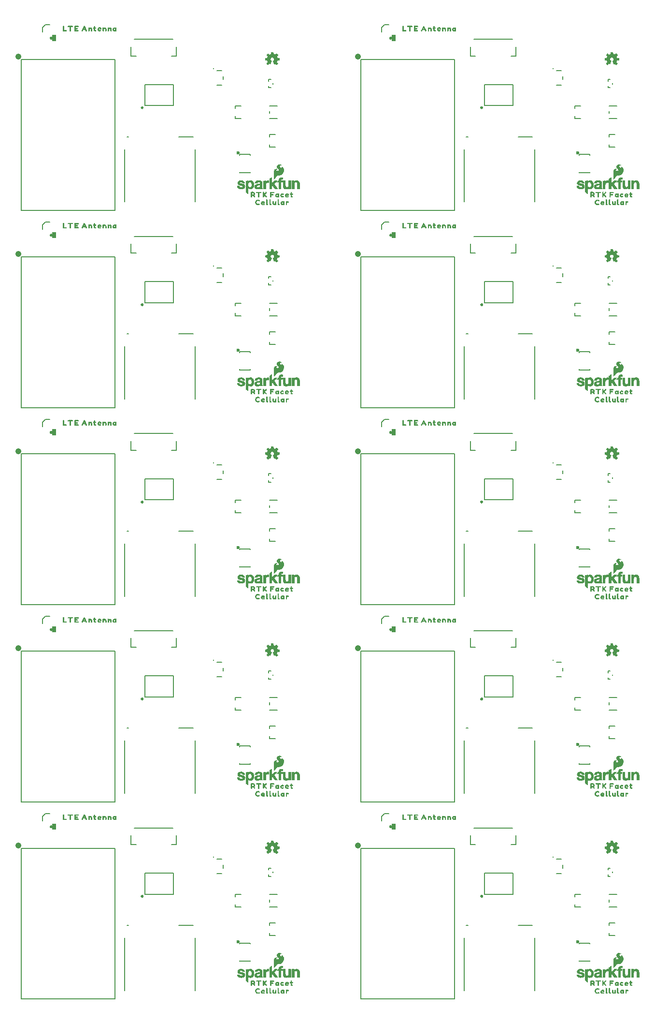
<source format=gto>
G04 EAGLE Gerber RS-274X export*
G75*
%MOMM*%
%FSLAX34Y34*%
%LPD*%
%INSilkscreen Top*%
%IPPOS*%
%AMOC8*
5,1,8,0,0,1.08239X$1,22.5*%
G01*
%ADD10C,0.203200*%
%ADD11C,1.000000*%
%ADD12C,0.600000*%
%ADD13C,0.177800*%
%ADD14C,0.200000*%
%ADD15C,0.254000*%
%ADD16C,0.152400*%
%ADD17C,0.254000*%

G36*
X1105686Y262507D02*
X1105686Y262507D01*
X1105755Y262513D01*
X1105770Y262522D01*
X1105787Y262525D01*
X1105893Y262597D01*
X1105903Y262603D01*
X1105904Y262605D01*
X1105905Y262606D01*
X1108205Y264906D01*
X1108214Y264919D01*
X1108215Y264920D01*
X1108216Y264922D01*
X1108218Y264926D01*
X1108238Y264942D01*
X1108264Y264999D01*
X1108297Y265053D01*
X1108299Y265077D01*
X1108309Y265100D01*
X1108307Y265162D01*
X1108313Y265225D01*
X1108304Y265248D01*
X1108303Y265273D01*
X1108263Y265355D01*
X1108251Y265386D01*
X1108245Y265392D01*
X1108241Y265401D01*
X1106295Y267995D01*
X1106305Y268006D01*
X1106324Y268036D01*
X1106376Y268104D01*
X1106476Y268304D01*
X1106480Y268320D01*
X1106489Y268333D01*
X1106515Y268467D01*
X1106516Y268472D01*
X1106516Y268473D01*
X1106516Y268474D01*
X1106516Y268484D01*
X1106549Y268549D01*
X1106605Y268606D01*
X1106624Y268636D01*
X1106676Y268704D01*
X1106776Y268904D01*
X1106780Y268920D01*
X1106789Y268933D01*
X1106815Y269067D01*
X1106816Y269072D01*
X1106816Y269073D01*
X1106816Y269074D01*
X1106816Y269084D01*
X1106976Y269404D01*
X1106980Y269420D01*
X1106989Y269433D01*
X1107015Y269567D01*
X1107016Y269572D01*
X1107016Y269573D01*
X1107016Y269574D01*
X1107016Y269584D01*
X1107076Y269704D01*
X1107080Y269720D01*
X1107089Y269733D01*
X1107115Y269867D01*
X1107116Y269872D01*
X1107116Y269873D01*
X1107116Y269874D01*
X1107116Y269884D01*
X1107176Y270004D01*
X1107180Y270020D01*
X1107189Y270033D01*
X1107209Y270136D01*
X1110501Y270700D01*
X1110519Y270707D01*
X1110539Y270708D01*
X1110598Y270741D01*
X1110661Y270767D01*
X1110673Y270782D01*
X1110690Y270791D01*
X1110729Y270847D01*
X1110774Y270898D01*
X1110778Y270917D01*
X1110789Y270933D01*
X1110811Y271044D01*
X1110816Y271066D01*
X1110816Y271070D01*
X1110816Y271074D01*
X1110816Y274274D01*
X1110812Y274293D01*
X1110814Y274314D01*
X1110803Y274346D01*
X1110803Y274353D01*
X1110797Y274362D01*
X1110792Y274377D01*
X1110777Y274442D01*
X1110764Y274458D01*
X1110757Y274477D01*
X1110709Y274524D01*
X1110667Y274576D01*
X1110648Y274584D01*
X1110634Y274598D01*
X1110532Y274636D01*
X1110509Y274646D01*
X1110504Y274646D01*
X1110500Y274648D01*
X1107216Y275195D01*
X1107216Y275274D01*
X1107199Y275348D01*
X1107186Y275423D01*
X1107179Y275433D01*
X1107177Y275442D01*
X1107154Y275470D01*
X1107116Y275525D01*
X1107116Y275574D01*
X1107099Y275648D01*
X1107086Y275723D01*
X1107079Y275733D01*
X1107077Y275742D01*
X1107054Y275770D01*
X1107005Y275842D01*
X1106949Y275898D01*
X1106916Y275963D01*
X1106916Y276074D01*
X1106899Y276148D01*
X1106886Y276223D01*
X1106879Y276233D01*
X1106877Y276242D01*
X1106854Y276270D01*
X1106816Y276325D01*
X1106816Y276374D01*
X1106799Y276448D01*
X1106786Y276523D01*
X1106779Y276533D01*
X1106777Y276542D01*
X1106754Y276570D01*
X1106705Y276642D01*
X1106649Y276698D01*
X1106576Y276843D01*
X1106553Y276871D01*
X1106516Y276925D01*
X1106516Y276974D01*
X1106499Y277048D01*
X1106486Y277123D01*
X1106479Y277133D01*
X1106477Y277142D01*
X1106454Y277170D01*
X1106405Y277242D01*
X1106349Y277298D01*
X1106309Y277378D01*
X1108244Y280051D01*
X1108254Y280075D01*
X1108271Y280094D01*
X1108287Y280154D01*
X1108311Y280211D01*
X1108310Y280236D01*
X1108316Y280261D01*
X1108304Y280322D01*
X1108300Y280384D01*
X1108287Y280406D01*
X1108282Y280431D01*
X1108231Y280503D01*
X1108214Y280533D01*
X1108206Y280538D01*
X1108199Y280548D01*
X1105899Y282748D01*
X1105888Y282754D01*
X1105881Y282765D01*
X1105814Y282798D01*
X1105750Y282836D01*
X1105737Y282837D01*
X1105726Y282842D01*
X1105652Y282843D01*
X1105578Y282848D01*
X1105566Y282843D01*
X1105553Y282843D01*
X1105422Y282786D01*
X1102748Y280942D01*
X1102607Y281013D01*
X1102591Y281017D01*
X1102578Y281026D01*
X1102444Y281052D01*
X1102438Y281053D01*
X1102437Y281053D01*
X1102427Y281053D01*
X1102362Y281085D01*
X1102305Y281142D01*
X1102275Y281161D01*
X1102207Y281213D01*
X1102007Y281313D01*
X1101991Y281317D01*
X1101978Y281326D01*
X1101844Y281352D01*
X1101838Y281353D01*
X1101837Y281353D01*
X1101827Y281353D01*
X1101762Y281385D01*
X1101705Y281442D01*
X1101641Y281482D01*
X1101578Y281526D01*
X1101566Y281528D01*
X1101558Y281533D01*
X1101523Y281536D01*
X1101437Y281553D01*
X1101327Y281553D01*
X1101207Y281613D01*
X1101191Y281617D01*
X1101178Y281626D01*
X1101044Y281652D01*
X1101038Y281653D01*
X1101037Y281653D01*
X1101027Y281653D01*
X1100907Y281713D01*
X1100891Y281717D01*
X1100878Y281726D01*
X1100744Y281752D01*
X1100738Y281753D01*
X1100737Y281753D01*
X1100727Y281753D01*
X1100607Y281813D01*
X1100591Y281817D01*
X1100578Y281826D01*
X1100561Y281829D01*
X1100011Y285038D01*
X1100003Y285056D01*
X1100003Y285075D01*
X1099970Y285134D01*
X1099944Y285197D01*
X1099929Y285210D01*
X1099920Y285227D01*
X1099864Y285266D01*
X1099812Y285310D01*
X1099794Y285315D01*
X1099778Y285326D01*
X1099667Y285347D01*
X1099645Y285353D01*
X1099641Y285352D01*
X1099637Y285353D01*
X1096437Y285353D01*
X1096418Y285349D01*
X1096399Y285351D01*
X1096335Y285329D01*
X1096269Y285313D01*
X1096254Y285301D01*
X1096235Y285295D01*
X1096188Y285247D01*
X1096135Y285203D01*
X1096127Y285186D01*
X1096114Y285172D01*
X1096074Y285066D01*
X1096065Y285045D01*
X1096065Y285042D01*
X1096063Y285038D01*
X1095505Y281782D01*
X1095448Y281753D01*
X1095337Y281753D01*
X1095263Y281736D01*
X1095188Y281722D01*
X1095178Y281716D01*
X1095169Y281713D01*
X1095141Y281691D01*
X1095085Y281653D01*
X1095037Y281653D01*
X1095021Y281649D01*
X1095005Y281652D01*
X1094874Y281615D01*
X1094869Y281613D01*
X1094868Y281613D01*
X1094748Y281553D01*
X1094737Y281553D01*
X1094721Y281549D01*
X1094705Y281552D01*
X1094574Y281515D01*
X1094569Y281513D01*
X1094568Y281513D01*
X1094368Y281413D01*
X1094340Y281390D01*
X1094285Y281353D01*
X1094237Y281353D01*
X1094163Y281336D01*
X1094088Y281322D01*
X1094078Y281316D01*
X1094069Y281313D01*
X1094041Y281291D01*
X1093969Y281242D01*
X1093913Y281185D01*
X1093768Y281113D01*
X1093740Y281090D01*
X1093685Y281053D01*
X1093637Y281053D01*
X1093563Y281036D01*
X1093488Y281022D01*
X1093478Y281016D01*
X1093469Y281013D01*
X1093441Y280991D01*
X1093369Y280942D01*
X1093352Y280924D01*
X1090653Y282786D01*
X1090637Y282792D01*
X1090624Y282804D01*
X1090557Y282823D01*
X1090491Y282849D01*
X1090474Y282848D01*
X1090458Y282852D01*
X1090389Y282840D01*
X1090319Y282834D01*
X1090304Y282825D01*
X1090288Y282822D01*
X1090182Y282750D01*
X1090171Y282744D01*
X1090170Y282743D01*
X1090169Y282742D01*
X1087969Y280542D01*
X1087960Y280527D01*
X1087946Y280517D01*
X1087915Y280454D01*
X1087878Y280395D01*
X1087876Y280378D01*
X1087868Y280363D01*
X1087868Y280292D01*
X1087861Y280223D01*
X1087868Y280207D01*
X1087867Y280189D01*
X1087919Y280072D01*
X1087923Y280061D01*
X1087924Y280060D01*
X1087925Y280058D01*
X1089776Y277375D01*
X1089774Y277360D01*
X1089758Y277274D01*
X1089758Y277224D01*
X1089750Y277211D01*
X1089698Y277143D01*
X1089625Y276998D01*
X1089569Y276942D01*
X1089529Y276877D01*
X1089485Y276814D01*
X1089483Y276803D01*
X1089478Y276795D01*
X1089474Y276760D01*
X1089458Y276674D01*
X1089458Y276624D01*
X1089450Y276611D01*
X1089398Y276543D01*
X1089298Y276343D01*
X1089294Y276328D01*
X1089285Y276314D01*
X1089268Y276227D01*
X1089265Y276219D01*
X1089265Y276211D01*
X1089259Y276180D01*
X1089258Y276175D01*
X1089258Y276174D01*
X1089258Y276163D01*
X1089098Y275843D01*
X1089094Y275828D01*
X1089085Y275814D01*
X1089059Y275680D01*
X1089058Y275675D01*
X1089058Y275674D01*
X1089058Y275663D01*
X1088998Y275543D01*
X1088994Y275528D01*
X1088985Y275514D01*
X1088976Y275469D01*
X1088972Y275461D01*
X1088973Y275451D01*
X1088959Y275380D01*
X1088958Y275375D01*
X1088958Y275374D01*
X1088958Y275363D01*
X1088898Y275243D01*
X1088894Y275228D01*
X1088885Y275214D01*
X1088882Y275198D01*
X1085673Y274648D01*
X1085655Y274640D01*
X1085636Y274639D01*
X1085576Y274607D01*
X1085514Y274580D01*
X1085501Y274565D01*
X1085484Y274556D01*
X1085445Y274501D01*
X1085401Y274449D01*
X1085396Y274430D01*
X1085385Y274414D01*
X1085369Y274333D01*
X1085365Y274323D01*
X1085365Y274312D01*
X1085364Y274303D01*
X1085358Y274281D01*
X1085359Y274278D01*
X1085358Y274274D01*
X1085358Y271074D01*
X1085362Y271055D01*
X1085360Y271036D01*
X1085382Y270971D01*
X1085397Y270905D01*
X1085410Y270890D01*
X1085416Y270872D01*
X1085464Y270824D01*
X1085508Y270772D01*
X1085525Y270764D01*
X1085539Y270750D01*
X1085645Y270710D01*
X1085666Y270701D01*
X1085669Y270701D01*
X1085673Y270700D01*
X1088929Y270142D01*
X1088958Y270084D01*
X1088958Y269974D01*
X1088975Y269899D01*
X1088989Y269824D01*
X1088995Y269814D01*
X1088997Y269805D01*
X1089020Y269778D01*
X1089058Y269722D01*
X1089058Y269674D01*
X1089071Y269618D01*
X1089072Y269599D01*
X1089077Y269589D01*
X1089089Y269524D01*
X1089095Y269514D01*
X1089097Y269505D01*
X1089120Y269478D01*
X1089169Y269406D01*
X1089225Y269349D01*
X1089258Y269284D01*
X1089258Y269174D01*
X1089275Y269099D01*
X1089289Y269024D01*
X1089295Y269014D01*
X1089297Y269005D01*
X1089320Y268978D01*
X1089358Y268922D01*
X1089358Y268874D01*
X1089375Y268799D01*
X1089389Y268724D01*
X1089395Y268714D01*
X1089397Y268705D01*
X1089420Y268678D01*
X1089469Y268606D01*
X1089525Y268549D01*
X1089598Y268404D01*
X1089621Y268376D01*
X1089664Y268313D01*
X1089666Y268309D01*
X1089667Y268309D01*
X1089669Y268306D01*
X1089725Y268249D01*
X1089758Y268184D01*
X1089758Y268174D01*
X1089762Y268158D01*
X1089759Y268142D01*
X1089771Y268100D01*
X1089772Y268082D01*
X1089781Y268065D01*
X1089796Y268011D01*
X1089796Y268009D01*
X1087929Y265394D01*
X1087923Y265379D01*
X1087911Y265368D01*
X1087890Y265300D01*
X1087863Y265234D01*
X1087864Y265218D01*
X1087859Y265203D01*
X1087870Y265133D01*
X1087875Y265061D01*
X1087883Y265048D01*
X1087885Y265032D01*
X1087961Y264916D01*
X1087962Y264912D01*
X1087963Y264912D01*
X1090163Y262612D01*
X1090181Y262600D01*
X1090194Y262583D01*
X1090253Y262553D01*
X1090308Y262517D01*
X1090329Y262515D01*
X1090348Y262505D01*
X1090414Y262505D01*
X1090480Y262497D01*
X1090500Y262504D01*
X1090521Y262504D01*
X1090616Y262546D01*
X1090643Y262555D01*
X1090647Y262559D01*
X1090653Y262561D01*
X1093373Y264438D01*
X1093397Y264421D01*
X1093408Y264419D01*
X1093416Y264414D01*
X1093451Y264411D01*
X1093467Y264408D01*
X1093469Y264406D01*
X1093534Y264365D01*
X1093597Y264321D01*
X1093608Y264319D01*
X1093616Y264314D01*
X1093651Y264311D01*
X1093667Y264308D01*
X1093669Y264306D01*
X1093734Y264265D01*
X1093797Y264221D01*
X1093808Y264219D01*
X1093816Y264214D01*
X1093851Y264211D01*
X1093867Y264208D01*
X1093869Y264206D01*
X1093934Y264165D01*
X1093997Y264121D01*
X1094008Y264119D01*
X1094016Y264114D01*
X1094051Y264111D01*
X1094067Y264108D01*
X1094069Y264106D01*
X1094134Y264065D01*
X1094197Y264021D01*
X1094208Y264019D01*
X1094216Y264014D01*
X1094251Y264011D01*
X1094267Y264008D01*
X1094269Y264006D01*
X1094334Y263965D01*
X1094397Y263921D01*
X1094408Y263919D01*
X1094416Y263914D01*
X1094451Y263911D01*
X1094537Y263894D01*
X1094587Y263894D01*
X1094608Y263881D01*
X1094641Y263849D01*
X1094681Y263836D01*
X1094716Y263814D01*
X1094762Y263810D01*
X1094805Y263796D01*
X1094847Y263802D01*
X1094888Y263798D01*
X1094931Y263814D01*
X1094976Y263821D01*
X1095011Y263845D01*
X1095050Y263860D01*
X1095081Y263893D01*
X1095119Y263920D01*
X1095145Y263962D01*
X1095167Y263987D01*
X1095175Y264012D01*
X1095193Y264042D01*
X1097193Y269442D01*
X1097200Y269499D01*
X1097216Y269554D01*
X1097211Y269584D01*
X1097214Y269614D01*
X1097195Y269668D01*
X1097185Y269725D01*
X1097167Y269749D01*
X1097157Y269777D01*
X1097116Y269817D01*
X1097082Y269863D01*
X1097052Y269880D01*
X1097034Y269898D01*
X1097002Y269908D01*
X1096957Y269933D01*
X1096683Y270025D01*
X1096362Y270185D01*
X1096205Y270342D01*
X1096175Y270361D01*
X1096107Y270413D01*
X1095962Y270485D01*
X1095849Y270598D01*
X1095776Y270743D01*
X1095753Y270771D01*
X1095705Y270842D01*
X1095549Y270998D01*
X1095388Y271319D01*
X1095297Y271594D01*
X1095285Y271613D01*
X1095276Y271643D01*
X1095116Y271963D01*
X1095116Y272174D01*
X1095108Y272209D01*
X1095097Y272294D01*
X1095016Y272535D01*
X1095016Y273012D01*
X1095381Y274106D01*
X1095732Y274632D01*
X1095879Y274779D01*
X1096148Y274958D01*
X1096169Y274981D01*
X1096205Y275006D01*
X1096379Y275179D01*
X1096605Y275330D01*
X1096857Y275414D01*
X1096875Y275425D01*
X1096889Y275428D01*
X1096902Y275439D01*
X1096948Y275458D01*
X1097152Y275594D01*
X1097337Y275594D01*
X1097372Y275603D01*
X1097429Y275606D01*
X1097784Y275694D01*
X1098376Y275694D01*
X1098617Y275614D01*
X1098653Y275611D01*
X1098737Y275594D01*
X1098922Y275594D01*
X1099127Y275458D01*
X1099162Y275445D01*
X1099211Y275417D01*
X1099213Y275416D01*
X1099214Y275416D01*
X1099217Y275414D01*
X1099469Y275330D01*
X1099996Y274979D01*
X1100342Y274632D01*
X1100693Y274106D01*
X1100777Y273854D01*
X1100797Y273822D01*
X1100822Y273763D01*
X1100958Y273559D01*
X1100958Y273374D01*
X1100966Y273339D01*
X1100977Y273254D01*
X1101058Y273012D01*
X1101058Y272235D01*
X1100977Y271994D01*
X1100974Y271958D01*
X1100958Y271874D01*
X1100958Y271763D01*
X1100898Y271643D01*
X1100893Y271621D01*
X1100877Y271594D01*
X1100786Y271319D01*
X1100725Y271198D01*
X1100569Y271042D01*
X1100550Y271011D01*
X1100498Y270943D01*
X1100425Y270798D01*
X1100113Y270485D01*
X1099968Y270413D01*
X1099940Y270390D01*
X1099869Y270342D01*
X1099713Y270185D01*
X1099168Y269913D01*
X1099144Y269893D01*
X1099115Y269881D01*
X1099078Y269838D01*
X1099035Y269802D01*
X1099022Y269774D01*
X1099002Y269751D01*
X1098987Y269696D01*
X1098965Y269644D01*
X1098966Y269613D01*
X1098958Y269583D01*
X1098970Y269509D01*
X1098972Y269471D01*
X1098979Y269459D01*
X1098982Y269442D01*
X1100982Y264042D01*
X1100993Y264025D01*
X1100997Y264005D01*
X1101040Y263954D01*
X1101077Y263898D01*
X1101095Y263887D01*
X1101108Y263872D01*
X1101169Y263845D01*
X1101227Y263811D01*
X1101247Y263810D01*
X1101266Y263801D01*
X1101333Y263804D01*
X1101399Y263800D01*
X1101418Y263807D01*
X1101439Y263808D01*
X1101497Y263840D01*
X1101559Y263866D01*
X1101572Y263882D01*
X1101590Y263891D01*
X1101603Y263910D01*
X1101612Y263912D01*
X1101687Y263925D01*
X1101697Y263932D01*
X1101706Y263934D01*
X1101733Y263957D01*
X1101805Y264006D01*
X1101812Y264012D01*
X1101887Y264025D01*
X1101897Y264032D01*
X1101906Y264034D01*
X1101933Y264057D01*
X1102005Y264106D01*
X1102012Y264112D01*
X1102087Y264125D01*
X1102097Y264132D01*
X1102106Y264134D01*
X1102133Y264157D01*
X1102189Y264194D01*
X1102237Y264194D01*
X1102312Y264212D01*
X1102387Y264225D01*
X1102397Y264232D01*
X1102406Y264234D01*
X1102433Y264257D01*
X1102505Y264306D01*
X1102512Y264312D01*
X1102587Y264325D01*
X1102597Y264332D01*
X1102606Y264334D01*
X1102633Y264357D01*
X1102705Y264406D01*
X1102723Y264423D01*
X1105422Y262561D01*
X1105438Y262555D01*
X1105450Y262544D01*
X1105518Y262524D01*
X1105583Y262498D01*
X1105600Y262500D01*
X1105616Y262495D01*
X1105686Y262507D01*
G37*
G36*
X1105686Y607592D02*
X1105686Y607592D01*
X1105755Y607598D01*
X1105770Y607607D01*
X1105787Y607610D01*
X1105893Y607681D01*
X1105903Y607688D01*
X1105904Y607689D01*
X1105905Y607690D01*
X1108205Y609990D01*
X1108214Y610003D01*
X1108215Y610004D01*
X1108216Y610007D01*
X1108218Y610011D01*
X1108238Y610027D01*
X1108264Y610084D01*
X1108297Y610137D01*
X1108299Y610162D01*
X1108309Y610184D01*
X1108307Y610247D01*
X1108313Y610309D01*
X1108304Y610332D01*
X1108303Y610357D01*
X1108263Y610439D01*
X1108251Y610471D01*
X1108245Y610476D01*
X1108241Y610486D01*
X1106295Y613080D01*
X1106305Y613090D01*
X1106324Y613120D01*
X1106376Y613189D01*
X1106476Y613389D01*
X1106480Y613404D01*
X1106489Y613418D01*
X1106515Y613551D01*
X1106516Y613557D01*
X1106516Y613558D01*
X1106516Y613569D01*
X1106549Y613634D01*
X1106605Y613690D01*
X1106624Y613720D01*
X1106676Y613789D01*
X1106776Y613989D01*
X1106780Y614004D01*
X1106789Y614018D01*
X1106815Y614151D01*
X1106816Y614157D01*
X1106816Y614158D01*
X1106816Y614169D01*
X1106976Y614489D01*
X1106980Y614504D01*
X1106989Y614518D01*
X1107015Y614651D01*
X1107016Y614657D01*
X1107016Y614658D01*
X1107016Y614669D01*
X1107076Y614789D01*
X1107080Y614804D01*
X1107089Y614818D01*
X1107115Y614951D01*
X1107116Y614957D01*
X1107116Y614958D01*
X1107116Y614969D01*
X1107176Y615089D01*
X1107180Y615104D01*
X1107189Y615118D01*
X1107209Y615220D01*
X1110501Y615784D01*
X1110519Y615792D01*
X1110539Y615793D01*
X1110598Y615825D01*
X1110661Y615852D01*
X1110673Y615866D01*
X1110690Y615876D01*
X1110729Y615931D01*
X1110774Y615983D01*
X1110778Y616002D01*
X1110789Y616018D01*
X1110811Y616128D01*
X1110816Y616150D01*
X1110816Y616154D01*
X1110816Y616158D01*
X1110816Y619358D01*
X1110812Y619378D01*
X1110814Y619398D01*
X1110803Y619431D01*
X1110803Y619437D01*
X1110797Y619446D01*
X1110792Y619461D01*
X1110777Y619527D01*
X1110764Y619542D01*
X1110757Y619561D01*
X1110709Y619608D01*
X1110667Y619660D01*
X1110648Y619668D01*
X1110634Y619682D01*
X1110532Y619720D01*
X1110509Y619731D01*
X1110504Y619730D01*
X1110500Y619732D01*
X1107216Y620279D01*
X1107216Y620358D01*
X1107199Y620433D01*
X1107186Y620508D01*
X1107179Y620517D01*
X1107177Y620527D01*
X1107154Y620554D01*
X1107116Y620610D01*
X1107116Y620658D01*
X1107099Y620733D01*
X1107086Y620808D01*
X1107079Y620817D01*
X1107077Y620827D01*
X1107054Y620854D01*
X1107005Y620926D01*
X1106949Y620983D01*
X1106916Y621048D01*
X1106916Y621158D01*
X1106899Y621233D01*
X1106886Y621308D01*
X1106879Y621317D01*
X1106877Y621327D01*
X1106854Y621354D01*
X1106816Y621410D01*
X1106816Y621458D01*
X1106799Y621533D01*
X1106786Y621608D01*
X1106779Y621617D01*
X1106777Y621627D01*
X1106754Y621654D01*
X1106705Y621726D01*
X1106649Y621783D01*
X1106576Y621928D01*
X1106553Y621955D01*
X1106516Y622010D01*
X1106516Y622058D01*
X1106499Y622133D01*
X1106486Y622208D01*
X1106479Y622217D01*
X1106477Y622227D01*
X1106454Y622254D01*
X1106405Y622326D01*
X1106349Y622383D01*
X1106309Y622463D01*
X1108244Y625136D01*
X1108254Y625159D01*
X1108271Y625179D01*
X1108287Y625238D01*
X1108311Y625295D01*
X1108310Y625321D01*
X1108316Y625346D01*
X1108304Y625406D01*
X1108300Y625468D01*
X1108287Y625490D01*
X1108282Y625515D01*
X1108231Y625587D01*
X1108214Y625618D01*
X1108206Y625623D01*
X1108199Y625632D01*
X1105899Y627832D01*
X1105888Y627839D01*
X1105881Y627849D01*
X1105814Y627882D01*
X1105750Y627920D01*
X1105737Y627921D01*
X1105726Y627927D01*
X1105652Y627927D01*
X1105578Y627933D01*
X1105566Y627928D01*
X1105553Y627928D01*
X1105422Y627870D01*
X1102748Y626027D01*
X1102607Y626097D01*
X1102591Y626101D01*
X1102578Y626110D01*
X1102444Y626136D01*
X1102438Y626137D01*
X1102437Y626137D01*
X1102427Y626137D01*
X1102362Y626170D01*
X1102305Y626226D01*
X1102275Y626245D01*
X1102207Y626297D01*
X1102007Y626397D01*
X1101991Y626401D01*
X1101978Y626410D01*
X1101844Y626436D01*
X1101838Y626437D01*
X1101837Y626437D01*
X1101827Y626437D01*
X1101762Y626470D01*
X1101705Y626526D01*
X1101641Y626566D01*
X1101578Y626610D01*
X1101566Y626613D01*
X1101558Y626617D01*
X1101523Y626621D01*
X1101437Y626637D01*
X1101327Y626637D01*
X1101207Y626697D01*
X1101191Y626701D01*
X1101178Y626710D01*
X1101044Y626736D01*
X1101038Y626737D01*
X1101037Y626737D01*
X1101027Y626737D01*
X1100907Y626797D01*
X1100891Y626801D01*
X1100878Y626810D01*
X1100744Y626836D01*
X1100738Y626837D01*
X1100737Y626837D01*
X1100727Y626837D01*
X1100607Y626897D01*
X1100591Y626901D01*
X1100578Y626910D01*
X1100561Y626914D01*
X1100011Y630122D01*
X1100003Y630140D01*
X1100003Y630159D01*
X1099970Y630219D01*
X1099944Y630282D01*
X1099929Y630294D01*
X1099920Y630311D01*
X1099864Y630350D01*
X1099812Y630394D01*
X1099794Y630399D01*
X1099778Y630410D01*
X1099667Y630432D01*
X1099645Y630437D01*
X1099641Y630437D01*
X1099637Y630437D01*
X1096437Y630437D01*
X1096418Y630433D01*
X1096399Y630435D01*
X1096335Y630413D01*
X1096269Y630398D01*
X1096254Y630386D01*
X1096235Y630379D01*
X1096188Y630331D01*
X1096135Y630288D01*
X1096127Y630270D01*
X1096114Y630256D01*
X1096074Y630150D01*
X1096065Y630130D01*
X1096065Y630126D01*
X1096063Y630122D01*
X1095505Y626866D01*
X1095448Y626837D01*
X1095337Y626837D01*
X1095263Y626820D01*
X1095188Y626807D01*
X1095178Y626800D01*
X1095169Y626798D01*
X1095141Y626775D01*
X1095085Y626737D01*
X1095037Y626737D01*
X1095021Y626734D01*
X1095005Y626736D01*
X1094874Y626699D01*
X1094869Y626698D01*
X1094868Y626698D01*
X1094868Y626697D01*
X1094748Y626637D01*
X1094737Y626637D01*
X1094721Y626634D01*
X1094705Y626636D01*
X1094574Y626599D01*
X1094569Y626598D01*
X1094568Y626598D01*
X1094568Y626597D01*
X1094368Y626497D01*
X1094340Y626474D01*
X1094285Y626437D01*
X1094237Y626437D01*
X1094163Y626420D01*
X1094088Y626407D01*
X1094078Y626400D01*
X1094069Y626398D01*
X1094041Y626375D01*
X1093969Y626326D01*
X1093913Y626270D01*
X1093768Y626197D01*
X1093740Y626174D01*
X1093685Y626137D01*
X1093637Y626137D01*
X1093563Y626120D01*
X1093488Y626107D01*
X1093478Y626100D01*
X1093469Y626098D01*
X1093441Y626075D01*
X1093369Y626026D01*
X1093352Y626009D01*
X1090653Y627870D01*
X1090637Y627877D01*
X1090624Y627888D01*
X1090557Y627908D01*
X1090491Y627933D01*
X1090474Y627932D01*
X1090458Y627937D01*
X1090389Y627925D01*
X1090319Y627918D01*
X1090304Y627910D01*
X1090288Y627907D01*
X1090182Y627835D01*
X1090171Y627828D01*
X1090170Y627827D01*
X1090169Y627826D01*
X1087969Y625626D01*
X1087960Y625612D01*
X1087946Y625601D01*
X1087915Y625539D01*
X1087878Y625479D01*
X1087876Y625462D01*
X1087868Y625447D01*
X1087868Y625377D01*
X1087861Y625307D01*
X1087868Y625291D01*
X1087867Y625274D01*
X1087919Y625156D01*
X1087923Y625145D01*
X1087924Y625144D01*
X1087925Y625143D01*
X1089776Y622459D01*
X1089774Y622444D01*
X1089758Y622358D01*
X1089758Y622308D01*
X1089750Y622296D01*
X1089698Y622228D01*
X1089625Y622083D01*
X1089569Y622026D01*
X1089529Y621961D01*
X1089485Y621899D01*
X1089483Y621887D01*
X1089478Y621879D01*
X1089474Y621844D01*
X1089458Y621758D01*
X1089458Y621708D01*
X1089450Y621696D01*
X1089398Y621628D01*
X1089298Y621428D01*
X1089294Y621412D01*
X1089285Y621399D01*
X1089268Y621311D01*
X1089265Y621303D01*
X1089265Y621295D01*
X1089259Y621265D01*
X1089258Y621259D01*
X1089258Y621258D01*
X1089258Y621248D01*
X1089098Y620928D01*
X1089094Y620912D01*
X1089085Y620899D01*
X1089059Y620765D01*
X1089058Y620759D01*
X1089058Y620758D01*
X1089058Y620748D01*
X1088998Y620628D01*
X1088994Y620612D01*
X1088985Y620599D01*
X1088976Y620554D01*
X1088972Y620545D01*
X1088973Y620535D01*
X1088959Y620465D01*
X1088958Y620459D01*
X1088958Y620458D01*
X1088958Y620448D01*
X1088898Y620328D01*
X1088894Y620312D01*
X1088885Y620299D01*
X1088882Y620282D01*
X1085673Y619732D01*
X1085655Y619724D01*
X1085636Y619724D01*
X1085576Y619691D01*
X1085514Y619665D01*
X1085501Y619650D01*
X1085484Y619641D01*
X1085445Y619585D01*
X1085401Y619533D01*
X1085396Y619515D01*
X1085385Y619499D01*
X1085369Y619418D01*
X1085365Y619407D01*
X1085365Y619396D01*
X1085364Y619388D01*
X1085358Y619366D01*
X1085359Y619362D01*
X1085358Y619358D01*
X1085358Y616158D01*
X1085362Y616139D01*
X1085360Y616120D01*
X1085382Y616056D01*
X1085397Y615990D01*
X1085410Y615975D01*
X1085416Y615956D01*
X1085464Y615909D01*
X1085508Y615856D01*
X1085525Y615848D01*
X1085539Y615835D01*
X1085645Y615795D01*
X1085666Y615786D01*
X1085669Y615786D01*
X1085673Y615784D01*
X1088929Y615226D01*
X1088958Y615169D01*
X1088958Y615058D01*
X1088975Y614984D01*
X1088989Y614908D01*
X1088995Y614899D01*
X1088997Y614890D01*
X1089020Y614862D01*
X1089058Y614806D01*
X1089058Y614758D01*
X1089071Y614703D01*
X1089072Y614683D01*
X1089077Y614673D01*
X1089089Y614608D01*
X1089095Y614599D01*
X1089097Y614590D01*
X1089120Y614562D01*
X1089169Y614490D01*
X1089225Y614434D01*
X1089258Y614369D01*
X1089258Y614258D01*
X1089275Y614184D01*
X1089289Y614108D01*
X1089295Y614099D01*
X1089297Y614090D01*
X1089320Y614062D01*
X1089358Y614006D01*
X1089358Y613958D01*
X1089375Y613884D01*
X1089389Y613808D01*
X1089395Y613799D01*
X1089397Y613790D01*
X1089420Y613762D01*
X1089469Y613690D01*
X1089525Y613634D01*
X1089598Y613489D01*
X1089621Y613461D01*
X1089664Y613397D01*
X1089666Y613394D01*
X1089667Y613393D01*
X1089669Y613390D01*
X1089725Y613334D01*
X1089758Y613269D01*
X1089758Y613258D01*
X1089762Y613242D01*
X1089759Y613226D01*
X1089771Y613185D01*
X1089772Y613166D01*
X1089781Y613150D01*
X1089796Y613095D01*
X1089796Y613094D01*
X1087929Y610479D01*
X1087923Y610464D01*
X1087911Y610452D01*
X1087890Y610384D01*
X1087863Y610319D01*
X1087864Y610303D01*
X1087859Y610287D01*
X1087870Y610217D01*
X1087875Y610146D01*
X1087883Y610132D01*
X1087885Y610116D01*
X1087961Y610000D01*
X1087962Y609997D01*
X1087963Y609996D01*
X1090163Y607696D01*
X1090181Y607684D01*
X1090194Y607667D01*
X1090253Y607638D01*
X1090308Y607602D01*
X1090329Y607599D01*
X1090348Y607589D01*
X1090414Y607589D01*
X1090480Y607581D01*
X1090500Y607588D01*
X1090521Y607588D01*
X1090616Y607630D01*
X1090643Y607639D01*
X1090647Y607643D01*
X1090653Y607646D01*
X1093373Y609522D01*
X1093397Y609506D01*
X1093408Y609504D01*
X1093416Y609499D01*
X1093451Y609495D01*
X1093467Y609492D01*
X1093469Y609490D01*
X1093534Y609450D01*
X1093597Y609406D01*
X1093608Y609404D01*
X1093616Y609399D01*
X1093651Y609395D01*
X1093667Y609392D01*
X1093669Y609390D01*
X1093734Y609350D01*
X1093797Y609306D01*
X1093808Y609304D01*
X1093816Y609299D01*
X1093851Y609295D01*
X1093867Y609292D01*
X1093869Y609290D01*
X1093934Y609250D01*
X1093997Y609206D01*
X1094008Y609204D01*
X1094016Y609199D01*
X1094051Y609195D01*
X1094067Y609192D01*
X1094069Y609190D01*
X1094134Y609150D01*
X1094197Y609106D01*
X1094208Y609104D01*
X1094216Y609099D01*
X1094251Y609095D01*
X1094267Y609092D01*
X1094269Y609090D01*
X1094334Y609050D01*
X1094397Y609006D01*
X1094408Y609004D01*
X1094416Y608999D01*
X1094451Y608995D01*
X1094537Y608979D01*
X1094587Y608979D01*
X1094608Y608966D01*
X1094641Y608934D01*
X1094681Y608921D01*
X1094716Y608899D01*
X1094762Y608894D01*
X1094805Y608880D01*
X1094847Y608886D01*
X1094888Y608882D01*
X1094931Y608899D01*
X1094976Y608905D01*
X1095011Y608929D01*
X1095050Y608944D01*
X1095081Y608978D01*
X1095119Y609004D01*
X1095145Y609047D01*
X1095167Y609071D01*
X1095175Y609096D01*
X1095193Y609126D01*
X1097193Y614526D01*
X1097200Y614583D01*
X1097216Y614639D01*
X1097211Y614668D01*
X1097214Y614698D01*
X1097195Y614752D01*
X1097185Y614809D01*
X1097167Y614833D01*
X1097157Y614861D01*
X1097116Y614902D01*
X1097082Y614948D01*
X1097052Y614965D01*
X1097034Y614982D01*
X1097002Y614993D01*
X1096957Y615018D01*
X1096683Y615109D01*
X1096362Y615270D01*
X1096205Y615426D01*
X1096175Y615445D01*
X1096107Y615497D01*
X1095962Y615570D01*
X1095849Y615683D01*
X1095776Y615828D01*
X1095753Y615855D01*
X1095705Y615926D01*
X1095549Y616083D01*
X1095388Y616404D01*
X1095297Y616678D01*
X1095285Y616698D01*
X1095276Y616728D01*
X1095116Y617048D01*
X1095116Y617258D01*
X1095108Y617293D01*
X1095097Y617378D01*
X1095016Y617620D01*
X1095016Y618097D01*
X1095381Y619190D01*
X1095732Y619717D01*
X1095879Y619863D01*
X1096148Y620043D01*
X1096169Y620065D01*
X1096205Y620090D01*
X1096379Y620263D01*
X1096605Y620414D01*
X1096857Y620498D01*
X1096875Y620510D01*
X1096889Y620513D01*
X1096902Y620523D01*
X1096948Y620543D01*
X1097152Y620679D01*
X1097337Y620679D01*
X1097372Y620687D01*
X1097429Y620690D01*
X1097784Y620779D01*
X1098376Y620779D01*
X1098617Y620698D01*
X1098653Y620695D01*
X1098737Y620679D01*
X1098922Y620679D01*
X1099127Y620543D01*
X1099162Y620529D01*
X1099211Y620502D01*
X1099213Y620500D01*
X1099214Y620500D01*
X1099217Y620498D01*
X1099469Y620414D01*
X1099996Y620063D01*
X1100342Y619717D01*
X1100693Y619190D01*
X1100777Y618938D01*
X1100797Y618906D01*
X1100822Y618848D01*
X1100958Y618643D01*
X1100958Y618458D01*
X1100966Y618423D01*
X1100977Y618338D01*
X1101058Y618097D01*
X1101058Y617320D01*
X1100977Y617078D01*
X1100974Y617042D01*
X1100958Y616958D01*
X1100958Y616848D01*
X1100898Y616728D01*
X1100893Y616705D01*
X1100877Y616678D01*
X1100786Y616404D01*
X1100725Y616283D01*
X1100569Y616126D01*
X1100550Y616096D01*
X1100498Y616028D01*
X1100425Y615883D01*
X1100113Y615570D01*
X1099968Y615497D01*
X1099940Y615474D01*
X1099869Y615426D01*
X1099713Y615270D01*
X1099168Y614997D01*
X1099144Y614978D01*
X1099115Y614966D01*
X1099078Y614923D01*
X1099035Y614887D01*
X1099022Y614858D01*
X1099002Y614835D01*
X1098987Y614780D01*
X1098965Y614728D01*
X1098966Y614698D01*
X1098958Y614668D01*
X1098970Y614593D01*
X1098972Y614556D01*
X1098979Y614544D01*
X1098982Y614526D01*
X1100982Y609126D01*
X1100993Y609109D01*
X1100997Y609090D01*
X1101040Y609038D01*
X1101077Y608982D01*
X1101095Y608972D01*
X1101108Y608956D01*
X1101169Y608929D01*
X1101227Y608895D01*
X1101247Y608894D01*
X1101266Y608886D01*
X1101333Y608888D01*
X1101399Y608884D01*
X1101418Y608892D01*
X1101439Y608893D01*
X1101497Y608925D01*
X1101559Y608951D01*
X1101572Y608966D01*
X1101590Y608976D01*
X1101603Y608994D01*
X1101612Y608996D01*
X1101687Y609010D01*
X1101697Y609016D01*
X1101706Y609018D01*
X1101733Y609041D01*
X1101805Y609090D01*
X1101812Y609096D01*
X1101887Y609110D01*
X1101897Y609116D01*
X1101906Y609118D01*
X1101933Y609141D01*
X1102005Y609190D01*
X1102012Y609196D01*
X1102087Y609210D01*
X1102097Y609216D01*
X1102106Y609218D01*
X1102133Y609241D01*
X1102189Y609279D01*
X1102237Y609279D01*
X1102312Y609296D01*
X1102387Y609310D01*
X1102397Y609316D01*
X1102406Y609318D01*
X1102433Y609341D01*
X1102505Y609390D01*
X1102512Y609396D01*
X1102587Y609410D01*
X1102597Y609416D01*
X1102606Y609418D01*
X1102633Y609441D01*
X1102705Y609490D01*
X1102723Y609507D01*
X1105422Y607646D01*
X1105438Y607640D01*
X1105450Y607628D01*
X1105518Y607608D01*
X1105583Y607583D01*
X1105600Y607584D01*
X1105616Y607579D01*
X1105686Y607592D01*
G37*
G36*
X510614Y607592D02*
X510614Y607592D01*
X510684Y607598D01*
X510699Y607607D01*
X510716Y607610D01*
X510822Y607681D01*
X510832Y607688D01*
X510833Y607689D01*
X510834Y607690D01*
X513134Y609990D01*
X513142Y610003D01*
X513143Y610004D01*
X513145Y610007D01*
X513147Y610011D01*
X513166Y610027D01*
X513192Y610084D01*
X513225Y610137D01*
X513228Y610162D01*
X513238Y610184D01*
X513236Y610247D01*
X513242Y610309D01*
X513233Y610332D01*
X513232Y610357D01*
X513192Y610439D01*
X513180Y610471D01*
X513174Y610476D01*
X513169Y610486D01*
X511224Y613080D01*
X511234Y613090D01*
X511253Y613120D01*
X511305Y613189D01*
X511405Y613389D01*
X511409Y613404D01*
X511418Y613418D01*
X511444Y613551D01*
X511445Y613557D01*
X511445Y613558D01*
X511445Y613569D01*
X511478Y613634D01*
X511534Y613690D01*
X511553Y613720D01*
X511605Y613789D01*
X511705Y613989D01*
X511709Y614004D01*
X511718Y614018D01*
X511744Y614151D01*
X511745Y614157D01*
X511745Y614158D01*
X511745Y614169D01*
X511905Y614489D01*
X511909Y614504D01*
X511918Y614518D01*
X511944Y614651D01*
X511945Y614657D01*
X511945Y614658D01*
X511945Y614669D01*
X512005Y614789D01*
X512009Y614804D01*
X512018Y614818D01*
X512044Y614951D01*
X512045Y614957D01*
X512045Y614958D01*
X512045Y614969D01*
X512105Y615089D01*
X512109Y615104D01*
X512118Y615118D01*
X512138Y615220D01*
X515430Y615784D01*
X515448Y615792D01*
X515467Y615793D01*
X515527Y615825D01*
X515589Y615852D01*
X515602Y615866D01*
X515619Y615876D01*
X515658Y615931D01*
X515702Y615983D01*
X515707Y616002D01*
X515718Y616018D01*
X515740Y616128D01*
X515745Y616150D01*
X515744Y616154D01*
X515745Y616158D01*
X515745Y619358D01*
X515741Y619378D01*
X515743Y619398D01*
X515732Y619431D01*
X515731Y619437D01*
X515726Y619446D01*
X515721Y619461D01*
X515706Y619527D01*
X515693Y619542D01*
X515686Y619561D01*
X515638Y619608D01*
X515596Y619660D01*
X515577Y619668D01*
X515563Y619682D01*
X515461Y619720D01*
X515438Y619731D01*
X515433Y619730D01*
X515428Y619732D01*
X512145Y620279D01*
X512145Y620358D01*
X512128Y620433D01*
X512114Y620508D01*
X512108Y620517D01*
X512106Y620527D01*
X512083Y620554D01*
X512045Y620610D01*
X512045Y620658D01*
X512028Y620733D01*
X512014Y620808D01*
X512008Y620817D01*
X512006Y620827D01*
X511983Y620854D01*
X511934Y620926D01*
X511878Y620983D01*
X511845Y621048D01*
X511845Y621158D01*
X511828Y621233D01*
X511814Y621308D01*
X511808Y621317D01*
X511806Y621327D01*
X511783Y621354D01*
X511745Y621410D01*
X511745Y621458D01*
X511728Y621533D01*
X511714Y621608D01*
X511708Y621617D01*
X511706Y621627D01*
X511683Y621654D01*
X511634Y621726D01*
X511578Y621783D01*
X511505Y621928D01*
X511482Y621955D01*
X511445Y622010D01*
X511445Y622058D01*
X511428Y622133D01*
X511414Y622208D01*
X511408Y622217D01*
X511406Y622227D01*
X511383Y622254D01*
X511334Y622326D01*
X511278Y622383D01*
X511238Y622463D01*
X513173Y625136D01*
X513183Y625159D01*
X513200Y625179D01*
X513216Y625238D01*
X513240Y625295D01*
X513238Y625321D01*
X513245Y625346D01*
X513233Y625406D01*
X513229Y625468D01*
X513216Y625490D01*
X513211Y625515D01*
X513160Y625587D01*
X513142Y625618D01*
X513135Y625623D01*
X513128Y625632D01*
X510828Y627832D01*
X510817Y627839D01*
X510809Y627849D01*
X510743Y627882D01*
X510679Y627920D01*
X510666Y627921D01*
X510655Y627927D01*
X510581Y627927D01*
X510507Y627933D01*
X510495Y627928D01*
X510482Y627928D01*
X510351Y627870D01*
X507677Y626027D01*
X507536Y626097D01*
X507520Y626101D01*
X507507Y626110D01*
X507373Y626136D01*
X507367Y626137D01*
X507366Y626137D01*
X507356Y626137D01*
X507291Y626170D01*
X507234Y626226D01*
X507204Y626245D01*
X507136Y626297D01*
X506936Y626397D01*
X506920Y626401D01*
X506907Y626410D01*
X506773Y626436D01*
X506767Y626437D01*
X506766Y626437D01*
X506756Y626437D01*
X506691Y626470D01*
X506634Y626526D01*
X506569Y626566D01*
X506507Y626610D01*
X506495Y626613D01*
X506487Y626617D01*
X506452Y626621D01*
X506366Y626637D01*
X506256Y626637D01*
X506136Y626697D01*
X506120Y626701D01*
X506107Y626710D01*
X505973Y626736D01*
X505967Y626737D01*
X505966Y626737D01*
X505956Y626737D01*
X505836Y626797D01*
X505820Y626801D01*
X505807Y626810D01*
X505673Y626836D01*
X505667Y626837D01*
X505666Y626837D01*
X505656Y626837D01*
X505536Y626897D01*
X505520Y626901D01*
X505507Y626910D01*
X505490Y626914D01*
X504940Y630122D01*
X504932Y630140D01*
X504931Y630159D01*
X504899Y630219D01*
X504872Y630282D01*
X504858Y630294D01*
X504848Y630311D01*
X504793Y630350D01*
X504741Y630394D01*
X504722Y630399D01*
X504707Y630410D01*
X504596Y630432D01*
X504574Y630437D01*
X504570Y630437D01*
X504566Y630437D01*
X501366Y630437D01*
X501347Y630433D01*
X501328Y630435D01*
X501264Y630413D01*
X501198Y630398D01*
X501183Y630386D01*
X501164Y630379D01*
X501117Y630331D01*
X501064Y630288D01*
X501056Y630270D01*
X501043Y630256D01*
X501003Y630150D01*
X500994Y630130D01*
X500994Y630126D01*
X500992Y630122D01*
X500434Y626866D01*
X500376Y626837D01*
X500266Y626837D01*
X500192Y626820D01*
X500116Y626807D01*
X500107Y626800D01*
X500098Y626798D01*
X500070Y626775D01*
X500014Y626737D01*
X499966Y626737D01*
X499950Y626734D01*
X499934Y626736D01*
X499803Y626699D01*
X499798Y626698D01*
X499797Y626698D01*
X499796Y626697D01*
X499676Y626637D01*
X499666Y626637D01*
X499650Y626634D01*
X499634Y626636D01*
X499503Y626599D01*
X499498Y626598D01*
X499497Y626598D01*
X499496Y626597D01*
X499296Y626497D01*
X499269Y626474D01*
X499214Y626437D01*
X499166Y626437D01*
X499092Y626420D01*
X499016Y626407D01*
X499007Y626400D01*
X498998Y626398D01*
X498970Y626375D01*
X498898Y626326D01*
X498841Y626270D01*
X498696Y626197D01*
X498669Y626174D01*
X498614Y626137D01*
X498566Y626137D01*
X498492Y626120D01*
X498416Y626107D01*
X498407Y626100D01*
X498398Y626098D01*
X498370Y626075D01*
X498298Y626026D01*
X498280Y626009D01*
X495581Y627870D01*
X495565Y627877D01*
X495553Y627888D01*
X495486Y627908D01*
X495420Y627933D01*
X495403Y627932D01*
X495387Y627937D01*
X495318Y627925D01*
X495248Y627918D01*
X495233Y627910D01*
X495216Y627907D01*
X495110Y627835D01*
X495100Y627828D01*
X495099Y627827D01*
X495098Y627826D01*
X492898Y625626D01*
X492889Y625612D01*
X492875Y625601D01*
X492844Y625539D01*
X492807Y625479D01*
X492805Y625462D01*
X492797Y625447D01*
X492797Y625377D01*
X492790Y625307D01*
X492796Y625291D01*
X492796Y625274D01*
X492848Y625156D01*
X492852Y625145D01*
X492853Y625144D01*
X492854Y625143D01*
X494705Y622459D01*
X494703Y622444D01*
X494687Y622358D01*
X494687Y622308D01*
X494679Y622296D01*
X494627Y622228D01*
X494554Y622083D01*
X494498Y622026D01*
X494458Y621961D01*
X494414Y621899D01*
X494412Y621887D01*
X494407Y621879D01*
X494403Y621844D01*
X494387Y621758D01*
X494387Y621708D01*
X494379Y621696D01*
X494327Y621628D01*
X494227Y621428D01*
X494223Y621412D01*
X494214Y621399D01*
X494197Y621311D01*
X494194Y621303D01*
X494194Y621295D01*
X494188Y621265D01*
X494187Y621259D01*
X494187Y621258D01*
X494187Y621248D01*
X494027Y620928D01*
X494023Y620912D01*
X494014Y620899D01*
X493988Y620765D01*
X493987Y620759D01*
X493987Y620758D01*
X493987Y620748D01*
X493927Y620628D01*
X493923Y620612D01*
X493914Y620599D01*
X493905Y620554D01*
X493901Y620545D01*
X493902Y620535D01*
X493888Y620465D01*
X493887Y620459D01*
X493887Y620458D01*
X493887Y620448D01*
X493827Y620328D01*
X493823Y620312D01*
X493814Y620299D01*
X493811Y620282D01*
X490602Y619732D01*
X490584Y619724D01*
X490565Y619724D01*
X490505Y619691D01*
X490443Y619665D01*
X490430Y619650D01*
X490413Y619641D01*
X490374Y619585D01*
X490330Y619533D01*
X490325Y619515D01*
X490314Y619499D01*
X490298Y619418D01*
X490294Y619407D01*
X490294Y619396D01*
X490292Y619388D01*
X490287Y619366D01*
X490288Y619362D01*
X490287Y619358D01*
X490287Y616158D01*
X490291Y616139D01*
X490289Y616120D01*
X490311Y616056D01*
X490326Y615990D01*
X490339Y615975D01*
X490345Y615956D01*
X490393Y615909D01*
X490436Y615856D01*
X490454Y615848D01*
X490468Y615835D01*
X490574Y615795D01*
X490594Y615786D01*
X490598Y615786D01*
X490602Y615784D01*
X493858Y615226D01*
X493887Y615169D01*
X493887Y615058D01*
X493904Y614984D01*
X493918Y614908D01*
X493924Y614899D01*
X493926Y614890D01*
X493949Y614862D01*
X493987Y614806D01*
X493987Y614758D01*
X494000Y614703D01*
X494001Y614683D01*
X494006Y614673D01*
X494018Y614608D01*
X494024Y614599D01*
X494026Y614590D01*
X494049Y614562D01*
X494098Y614490D01*
X494154Y614434D01*
X494187Y614369D01*
X494187Y614258D01*
X494204Y614184D01*
X494218Y614108D01*
X494224Y614099D01*
X494226Y614090D01*
X494249Y614062D01*
X494287Y614006D01*
X494287Y613958D01*
X494304Y613884D01*
X494318Y613808D01*
X494324Y613799D01*
X494326Y613790D01*
X494349Y613762D01*
X494398Y613690D01*
X494454Y613634D01*
X494527Y613489D01*
X494550Y613461D01*
X494593Y613397D01*
X494595Y613394D01*
X494596Y613393D01*
X494598Y613390D01*
X494654Y613334D01*
X494687Y613269D01*
X494687Y613258D01*
X494690Y613242D01*
X494688Y613226D01*
X494700Y613185D01*
X494701Y613166D01*
X494710Y613150D01*
X494725Y613095D01*
X494725Y613094D01*
X492857Y610479D01*
X492851Y610464D01*
X492840Y610452D01*
X492819Y610384D01*
X492792Y610319D01*
X492793Y610303D01*
X492788Y610287D01*
X492799Y610217D01*
X492804Y610146D01*
X492812Y610132D01*
X492814Y610116D01*
X492889Y610000D01*
X492891Y609997D01*
X492892Y609996D01*
X495092Y607696D01*
X495110Y607684D01*
X495123Y607667D01*
X495182Y607638D01*
X495237Y607602D01*
X495258Y607599D01*
X495277Y607589D01*
X495343Y607589D01*
X495409Y607581D01*
X495429Y607588D01*
X495450Y607588D01*
X495545Y607630D01*
X495572Y607639D01*
X495575Y607643D01*
X495581Y607646D01*
X498302Y609522D01*
X498325Y609506D01*
X498337Y609504D01*
X498345Y609499D01*
X498380Y609495D01*
X498395Y609492D01*
X498398Y609490D01*
X498463Y609450D01*
X498525Y609406D01*
X498537Y609404D01*
X498545Y609399D01*
X498580Y609395D01*
X498595Y609392D01*
X498598Y609390D01*
X498663Y609350D01*
X498725Y609306D01*
X498737Y609304D01*
X498745Y609299D01*
X498780Y609295D01*
X498795Y609292D01*
X498798Y609290D01*
X498863Y609250D01*
X498925Y609206D01*
X498937Y609204D01*
X498945Y609199D01*
X498980Y609195D01*
X498995Y609192D01*
X498998Y609190D01*
X499063Y609150D01*
X499125Y609106D01*
X499137Y609104D01*
X499145Y609099D01*
X499180Y609095D01*
X499195Y609092D01*
X499198Y609090D01*
X499263Y609050D01*
X499325Y609006D01*
X499337Y609004D01*
X499345Y608999D01*
X499380Y608995D01*
X499466Y608979D01*
X499516Y608979D01*
X499537Y608966D01*
X499570Y608934D01*
X499609Y608921D01*
X499645Y608899D01*
X499690Y608894D01*
X499734Y608880D01*
X499776Y608886D01*
X499817Y608882D01*
X499860Y608899D01*
X499905Y608905D01*
X499940Y608929D01*
X499979Y608944D01*
X500010Y608978D01*
X500047Y609004D01*
X500073Y609047D01*
X500096Y609071D01*
X500103Y609096D01*
X500122Y609126D01*
X502122Y614526D01*
X502129Y614583D01*
X502145Y614639D01*
X502139Y614668D01*
X502143Y614698D01*
X502124Y614752D01*
X502114Y614809D01*
X502096Y614833D01*
X502086Y614861D01*
X502045Y614902D01*
X502011Y614948D01*
X501981Y614965D01*
X501962Y614982D01*
X501930Y614993D01*
X501886Y615018D01*
X501612Y615109D01*
X501291Y615270D01*
X501134Y615426D01*
X501104Y615445D01*
X501036Y615497D01*
X500891Y615570D01*
X500778Y615683D01*
X500705Y615828D01*
X500682Y615855D01*
X500634Y615926D01*
X500478Y616083D01*
X500317Y616404D01*
X500226Y616678D01*
X500214Y616698D01*
X500205Y616728D01*
X500045Y617048D01*
X500045Y617258D01*
X500037Y617293D01*
X500026Y617378D01*
X499945Y617620D01*
X499945Y618097D01*
X500310Y619190D01*
X500661Y619717D01*
X500808Y619863D01*
X501076Y620043D01*
X501098Y620065D01*
X501134Y620090D01*
X501308Y620263D01*
X501534Y620414D01*
X501786Y620498D01*
X501804Y620510D01*
X501818Y620513D01*
X501831Y620523D01*
X501876Y620543D01*
X502081Y620679D01*
X502266Y620679D01*
X502301Y620687D01*
X502358Y620690D01*
X502713Y620779D01*
X503304Y620779D01*
X503546Y620698D01*
X503582Y620695D01*
X503666Y620679D01*
X503851Y620679D01*
X504056Y620543D01*
X504091Y620529D01*
X504140Y620502D01*
X504142Y620500D01*
X504143Y620500D01*
X504146Y620498D01*
X504398Y620414D01*
X504925Y620063D01*
X505271Y619717D01*
X505622Y619190D01*
X505706Y618938D01*
X505726Y618906D01*
X505750Y618848D01*
X505887Y618643D01*
X505887Y618458D01*
X505895Y618423D01*
X505906Y618338D01*
X505987Y618097D01*
X505987Y617320D01*
X505906Y617078D01*
X505903Y617042D01*
X505887Y616958D01*
X505887Y616848D01*
X505827Y616728D01*
X505821Y616705D01*
X505806Y616678D01*
X505715Y616404D01*
X505654Y616283D01*
X505498Y616126D01*
X505479Y616096D01*
X505427Y616028D01*
X505354Y615883D01*
X505041Y615570D01*
X504896Y615497D01*
X504869Y615474D01*
X504798Y615426D01*
X504641Y615270D01*
X504096Y614997D01*
X504073Y614978D01*
X504044Y614966D01*
X504007Y614923D01*
X503963Y614887D01*
X503951Y614858D01*
X503931Y614835D01*
X503916Y614780D01*
X503893Y614728D01*
X503895Y614698D01*
X503887Y614668D01*
X503899Y614593D01*
X503901Y614556D01*
X503908Y614544D01*
X503910Y614526D01*
X505910Y609126D01*
X505922Y609109D01*
X505926Y609090D01*
X505969Y609038D01*
X506006Y608982D01*
X506024Y608972D01*
X506036Y608956D01*
X506098Y608929D01*
X506156Y608895D01*
X506176Y608894D01*
X506194Y608886D01*
X506261Y608888D01*
X506328Y608884D01*
X506347Y608892D01*
X506367Y608893D01*
X506426Y608925D01*
X506488Y608951D01*
X506501Y608966D01*
X506519Y608976D01*
X506532Y608994D01*
X506540Y608996D01*
X506616Y609010D01*
X506625Y609016D01*
X506634Y609018D01*
X506662Y609041D01*
X506734Y609090D01*
X506741Y609096D01*
X506816Y609110D01*
X506825Y609116D01*
X506834Y609118D01*
X506862Y609141D01*
X506934Y609190D01*
X506941Y609196D01*
X507016Y609210D01*
X507025Y609216D01*
X507034Y609218D01*
X507062Y609241D01*
X507118Y609279D01*
X507166Y609279D01*
X507240Y609296D01*
X507316Y609310D01*
X507325Y609316D01*
X507334Y609318D01*
X507362Y609341D01*
X507434Y609390D01*
X507441Y609396D01*
X507516Y609410D01*
X507525Y609416D01*
X507534Y609418D01*
X507562Y609441D01*
X507634Y609490D01*
X507652Y609507D01*
X510351Y607646D01*
X510367Y607640D01*
X510379Y607628D01*
X510447Y607608D01*
X510512Y607583D01*
X510529Y607584D01*
X510545Y607579D01*
X510614Y607592D01*
G37*
G36*
X510614Y952676D02*
X510614Y952676D01*
X510684Y952682D01*
X510699Y952691D01*
X510716Y952694D01*
X510822Y952766D01*
X510832Y952772D01*
X510833Y952773D01*
X510834Y952774D01*
X513134Y955074D01*
X513142Y955088D01*
X513143Y955088D01*
X513145Y955091D01*
X513147Y955095D01*
X513166Y955111D01*
X513192Y955168D01*
X513225Y955221D01*
X513228Y955246D01*
X513238Y955268D01*
X513236Y955331D01*
X513242Y955394D01*
X513233Y955417D01*
X513232Y955441D01*
X513192Y955523D01*
X513180Y955555D01*
X513174Y955561D01*
X513169Y955570D01*
X511224Y958164D01*
X511234Y958174D01*
X511253Y958205D01*
X511305Y958273D01*
X511405Y958473D01*
X511409Y958489D01*
X511418Y958502D01*
X511444Y958636D01*
X511445Y958641D01*
X511445Y958642D01*
X511445Y958643D01*
X511445Y958653D01*
X511478Y958718D01*
X511534Y958774D01*
X511553Y958805D01*
X511605Y958873D01*
X511705Y959073D01*
X511709Y959089D01*
X511718Y959102D01*
X511744Y959236D01*
X511745Y959241D01*
X511745Y959242D01*
X511745Y959243D01*
X511745Y959253D01*
X511905Y959573D01*
X511909Y959589D01*
X511918Y959602D01*
X511944Y959736D01*
X511945Y959741D01*
X511945Y959742D01*
X511945Y959743D01*
X511945Y959753D01*
X512005Y959873D01*
X512009Y959889D01*
X512018Y959902D01*
X512044Y960036D01*
X512045Y960041D01*
X512045Y960042D01*
X512045Y960043D01*
X512045Y960053D01*
X512105Y960173D01*
X512109Y960189D01*
X512118Y960202D01*
X512138Y960304D01*
X515430Y960869D01*
X515448Y960876D01*
X515467Y960877D01*
X515527Y960910D01*
X515589Y960936D01*
X515602Y960951D01*
X515619Y960960D01*
X515658Y961016D01*
X515702Y961067D01*
X515707Y961086D01*
X515718Y961102D01*
X515740Y961213D01*
X515745Y961235D01*
X515744Y961238D01*
X515745Y961243D01*
X515745Y964443D01*
X515741Y964462D01*
X515743Y964482D01*
X515732Y964515D01*
X515731Y964521D01*
X515726Y964531D01*
X515721Y964546D01*
X515706Y964611D01*
X515693Y964627D01*
X515686Y964646D01*
X515638Y964693D01*
X515596Y964744D01*
X515577Y964753D01*
X515563Y964767D01*
X515461Y964805D01*
X515438Y964815D01*
X515433Y964815D01*
X515428Y964817D01*
X512145Y965364D01*
X512145Y965443D01*
X512128Y965517D01*
X512114Y965592D01*
X512108Y965602D01*
X512106Y965611D01*
X512083Y965638D01*
X512045Y965694D01*
X512045Y965743D01*
X512028Y965817D01*
X512014Y965892D01*
X512008Y965902D01*
X512006Y965911D01*
X511983Y965938D01*
X511934Y966011D01*
X511878Y966067D01*
X511845Y966132D01*
X511845Y966243D01*
X511828Y966317D01*
X511814Y966392D01*
X511808Y966402D01*
X511806Y966411D01*
X511783Y966438D01*
X511745Y966494D01*
X511745Y966543D01*
X511728Y966617D01*
X511714Y966692D01*
X511708Y966702D01*
X511706Y966711D01*
X511683Y966738D01*
X511634Y966811D01*
X511578Y966867D01*
X511505Y967012D01*
X511482Y967040D01*
X511445Y967094D01*
X511445Y967143D01*
X511428Y967217D01*
X511414Y967292D01*
X511408Y967302D01*
X511406Y967311D01*
X511383Y967338D01*
X511334Y967411D01*
X511278Y967467D01*
X511238Y967547D01*
X513173Y970220D01*
X513183Y970244D01*
X513200Y970263D01*
X513216Y970323D01*
X513240Y970380D01*
X513238Y970405D01*
X513245Y970430D01*
X513233Y970491D01*
X513229Y970552D01*
X513216Y970575D01*
X513211Y970600D01*
X513160Y970672D01*
X513142Y970702D01*
X513135Y970707D01*
X513128Y970717D01*
X510828Y972917D01*
X510817Y972923D01*
X510809Y972933D01*
X510743Y972967D01*
X510679Y973005D01*
X510666Y973005D01*
X510655Y973011D01*
X510581Y973012D01*
X510507Y973017D01*
X510495Y973012D01*
X510482Y973012D01*
X510351Y972955D01*
X507677Y971111D01*
X507536Y971182D01*
X507520Y971185D01*
X507507Y971195D01*
X507373Y971220D01*
X507367Y971222D01*
X507366Y971222D01*
X507356Y971222D01*
X507291Y971254D01*
X507234Y971311D01*
X507204Y971330D01*
X507136Y971382D01*
X506936Y971482D01*
X506920Y971485D01*
X506907Y971495D01*
X506773Y971520D01*
X506767Y971522D01*
X506766Y971522D01*
X506756Y971522D01*
X506691Y971554D01*
X506634Y971611D01*
X506569Y971651D01*
X506507Y971695D01*
X506495Y971697D01*
X506487Y971702D01*
X506452Y971705D01*
X506366Y971722D01*
X506256Y971722D01*
X506136Y971782D01*
X506120Y971785D01*
X506107Y971795D01*
X505973Y971820D01*
X505967Y971822D01*
X505966Y971822D01*
X505956Y971822D01*
X505836Y971882D01*
X505820Y971885D01*
X505807Y971895D01*
X505673Y971920D01*
X505667Y971922D01*
X505666Y971922D01*
X505656Y971922D01*
X505536Y971982D01*
X505520Y971985D01*
X505507Y971995D01*
X505490Y971998D01*
X504940Y975207D01*
X504932Y975225D01*
X504931Y975244D01*
X504899Y975303D01*
X504872Y975366D01*
X504858Y975379D01*
X504848Y975396D01*
X504793Y975434D01*
X504741Y975479D01*
X504722Y975484D01*
X504707Y975495D01*
X504596Y975516D01*
X504574Y975522D01*
X504570Y975521D01*
X504566Y975522D01*
X501366Y975522D01*
X501347Y975517D01*
X501328Y975520D01*
X501264Y975498D01*
X501198Y975482D01*
X501183Y975470D01*
X501164Y975464D01*
X501117Y975415D01*
X501064Y975372D01*
X501056Y975354D01*
X501043Y975341D01*
X501003Y975235D01*
X500994Y975214D01*
X500994Y975211D01*
X500992Y975207D01*
X500434Y971951D01*
X500376Y971922D01*
X500266Y971922D01*
X500192Y971904D01*
X500116Y971891D01*
X500107Y971884D01*
X500098Y971882D01*
X500070Y971860D01*
X500014Y971822D01*
X499966Y971822D01*
X499950Y971818D01*
X499934Y971820D01*
X499803Y971784D01*
X499798Y971782D01*
X499797Y971782D01*
X499796Y971782D01*
X499676Y971722D01*
X499666Y971722D01*
X499650Y971718D01*
X499634Y971720D01*
X499503Y971684D01*
X499498Y971682D01*
X499497Y971682D01*
X499496Y971682D01*
X499296Y971582D01*
X499269Y971559D01*
X499214Y971522D01*
X499166Y971522D01*
X499092Y971504D01*
X499016Y971491D01*
X499007Y971484D01*
X498998Y971482D01*
X498970Y971460D01*
X498898Y971411D01*
X498841Y971354D01*
X498696Y971282D01*
X498669Y971259D01*
X498614Y971222D01*
X498566Y971222D01*
X498492Y971204D01*
X498416Y971191D01*
X498407Y971184D01*
X498398Y971182D01*
X498370Y971160D01*
X498298Y971111D01*
X498280Y971093D01*
X495581Y972955D01*
X495565Y972961D01*
X495553Y972973D01*
X495486Y972992D01*
X495420Y973018D01*
X495403Y973016D01*
X495387Y973021D01*
X495318Y973009D01*
X495248Y973003D01*
X495233Y972994D01*
X495216Y972991D01*
X495110Y972919D01*
X495100Y972913D01*
X495099Y972912D01*
X495098Y972911D01*
X492898Y970711D01*
X492889Y970696D01*
X492875Y970686D01*
X492844Y970623D01*
X492807Y970564D01*
X492805Y970547D01*
X492797Y970531D01*
X492797Y970461D01*
X492790Y970391D01*
X492796Y970375D01*
X492796Y970358D01*
X492848Y970241D01*
X492852Y970230D01*
X492853Y970229D01*
X492854Y970227D01*
X494705Y967543D01*
X494703Y967528D01*
X494687Y967443D01*
X494687Y967393D01*
X494679Y967380D01*
X494627Y967312D01*
X494554Y967167D01*
X494498Y967111D01*
X494458Y967046D01*
X494414Y966983D01*
X494412Y966972D01*
X494407Y966964D01*
X494403Y966928D01*
X494387Y966843D01*
X494387Y966793D01*
X494379Y966780D01*
X494327Y966712D01*
X494227Y966512D01*
X494223Y966496D01*
X494214Y966483D01*
X494197Y966395D01*
X494194Y966388D01*
X494194Y966380D01*
X494188Y966349D01*
X494187Y966344D01*
X494187Y966343D01*
X494187Y966332D01*
X494027Y966012D01*
X494023Y965996D01*
X494014Y965983D01*
X493988Y965849D01*
X493987Y965844D01*
X493987Y965843D01*
X493987Y965832D01*
X493927Y965712D01*
X493923Y965696D01*
X493914Y965683D01*
X493905Y965638D01*
X493901Y965629D01*
X493902Y965620D01*
X493888Y965549D01*
X493887Y965544D01*
X493887Y965543D01*
X493887Y965532D01*
X493827Y965412D01*
X493823Y965396D01*
X493814Y965383D01*
X493811Y965366D01*
X490602Y964816D01*
X490584Y964809D01*
X490565Y964808D01*
X490505Y964775D01*
X490443Y964749D01*
X490430Y964734D01*
X490413Y964725D01*
X490374Y964669D01*
X490330Y964618D01*
X490325Y964599D01*
X490314Y964583D01*
X490298Y964502D01*
X490294Y964492D01*
X490294Y964480D01*
X490292Y964472D01*
X490287Y964450D01*
X490288Y964447D01*
X490287Y964443D01*
X490287Y961243D01*
X490291Y961224D01*
X490289Y961204D01*
X490311Y961140D01*
X490326Y961074D01*
X490339Y961059D01*
X490345Y961041D01*
X490393Y960993D01*
X490436Y960941D01*
X490454Y960933D01*
X490468Y960919D01*
X490574Y960879D01*
X490594Y960870D01*
X490598Y960870D01*
X490602Y960869D01*
X493858Y960311D01*
X493887Y960253D01*
X493887Y960143D01*
X493904Y960068D01*
X493918Y959993D01*
X493924Y959983D01*
X493926Y959974D01*
X493949Y959947D01*
X493987Y959891D01*
X493987Y959843D01*
X494000Y959787D01*
X494001Y959768D01*
X494006Y959758D01*
X494018Y959693D01*
X494024Y959683D01*
X494026Y959674D01*
X494049Y959647D01*
X494098Y959574D01*
X494154Y959518D01*
X494187Y959453D01*
X494187Y959343D01*
X494204Y959268D01*
X494218Y959193D01*
X494224Y959183D01*
X494226Y959174D01*
X494249Y959147D01*
X494287Y959091D01*
X494287Y959043D01*
X494304Y958968D01*
X494318Y958893D01*
X494324Y958883D01*
X494326Y958874D01*
X494349Y958847D01*
X494398Y958774D01*
X494454Y958718D01*
X494527Y958573D01*
X494550Y958545D01*
X494593Y958482D01*
X494595Y958478D01*
X494596Y958478D01*
X494598Y958474D01*
X494654Y958418D01*
X494687Y958353D01*
X494687Y958343D01*
X494690Y958327D01*
X494688Y958311D01*
X494700Y958269D01*
X494701Y958251D01*
X494710Y958234D01*
X494725Y958179D01*
X494725Y958178D01*
X492857Y955563D01*
X492851Y955548D01*
X492840Y955537D01*
X492819Y955469D01*
X492792Y955403D01*
X492793Y955387D01*
X492788Y955372D01*
X492799Y955301D01*
X492804Y955230D01*
X492812Y955216D01*
X492814Y955201D01*
X492889Y955084D01*
X492891Y955081D01*
X492892Y955081D01*
X492892Y955080D01*
X495092Y952780D01*
X495110Y952769D01*
X495123Y952752D01*
X495182Y952722D01*
X495237Y952686D01*
X495258Y952683D01*
X495277Y952674D01*
X495343Y952673D01*
X495409Y952666D01*
X495429Y952673D01*
X495450Y952673D01*
X495545Y952714D01*
X495572Y952724D01*
X495575Y952728D01*
X495581Y952730D01*
X498302Y954607D01*
X498325Y954590D01*
X498337Y954588D01*
X498345Y954583D01*
X498380Y954580D01*
X498395Y954577D01*
X498398Y954574D01*
X498463Y954534D01*
X498525Y954490D01*
X498537Y954488D01*
X498545Y954483D01*
X498580Y954480D01*
X498595Y954477D01*
X498598Y954474D01*
X498663Y954434D01*
X498725Y954390D01*
X498737Y954388D01*
X498745Y954383D01*
X498780Y954380D01*
X498795Y954377D01*
X498798Y954374D01*
X498863Y954334D01*
X498925Y954290D01*
X498937Y954288D01*
X498945Y954283D01*
X498980Y954280D01*
X498995Y954277D01*
X498998Y954274D01*
X499063Y954234D01*
X499125Y954190D01*
X499137Y954188D01*
X499145Y954183D01*
X499180Y954180D01*
X499195Y954177D01*
X499198Y954174D01*
X499263Y954134D01*
X499325Y954090D01*
X499337Y954088D01*
X499345Y954083D01*
X499380Y954080D01*
X499466Y954063D01*
X499516Y954063D01*
X499537Y954050D01*
X499570Y954018D01*
X499609Y954005D01*
X499645Y953983D01*
X499690Y953979D01*
X499734Y953965D01*
X499776Y953971D01*
X499817Y953967D01*
X499860Y953983D01*
X499905Y953990D01*
X499940Y954014D01*
X499979Y954029D01*
X500010Y954062D01*
X500047Y954088D01*
X500073Y954131D01*
X500096Y954156D01*
X500103Y954181D01*
X500122Y954211D01*
X502122Y959611D01*
X502129Y959668D01*
X502145Y959723D01*
X502139Y959753D01*
X502143Y959782D01*
X502124Y959837D01*
X502114Y959893D01*
X502096Y959917D01*
X502086Y959946D01*
X502045Y959986D01*
X502011Y960032D01*
X501981Y960049D01*
X501962Y960067D01*
X501930Y960077D01*
X501886Y960102D01*
X501612Y960194D01*
X501291Y960354D01*
X501134Y960511D01*
X501104Y960530D01*
X501036Y960582D01*
X500891Y960654D01*
X500778Y960767D01*
X500705Y960912D01*
X500682Y960940D01*
X500634Y961011D01*
X500478Y961167D01*
X500317Y961488D01*
X500226Y961762D01*
X500214Y961782D01*
X500205Y961812D01*
X500045Y962132D01*
X500045Y962343D01*
X500037Y962377D01*
X500026Y962462D01*
X499945Y962704D01*
X499945Y963181D01*
X500310Y964274D01*
X500661Y964801D01*
X500808Y964948D01*
X501076Y965127D01*
X501098Y965150D01*
X501134Y965174D01*
X501308Y965348D01*
X501534Y965499D01*
X501786Y965583D01*
X501804Y965594D01*
X501818Y965597D01*
X501831Y965608D01*
X501876Y965627D01*
X502081Y965763D01*
X502266Y965763D01*
X502301Y965771D01*
X502358Y965775D01*
X502713Y965863D01*
X503304Y965863D01*
X503546Y965783D01*
X503582Y965779D01*
X503666Y965763D01*
X503851Y965763D01*
X504056Y965627D01*
X504091Y965614D01*
X504140Y965586D01*
X504142Y965585D01*
X504143Y965585D01*
X504146Y965583D01*
X504398Y965499D01*
X504925Y965148D01*
X505271Y964801D01*
X505622Y964274D01*
X505706Y964023D01*
X505726Y963991D01*
X505750Y963932D01*
X505887Y963728D01*
X505887Y963543D01*
X505895Y963508D01*
X505906Y963423D01*
X505987Y963181D01*
X505987Y962404D01*
X505906Y962162D01*
X505903Y962127D01*
X505887Y962043D01*
X505887Y961932D01*
X505827Y961812D01*
X505821Y961789D01*
X505806Y961762D01*
X505715Y961488D01*
X505654Y961367D01*
X505498Y961211D01*
X505479Y961180D01*
X505427Y961112D01*
X505354Y960967D01*
X505041Y960654D01*
X504896Y960582D01*
X504869Y960559D01*
X504798Y960511D01*
X504641Y960354D01*
X504096Y960082D01*
X504073Y960062D01*
X504044Y960050D01*
X504007Y960007D01*
X503963Y959971D01*
X503951Y959943D01*
X503931Y959919D01*
X503916Y959865D01*
X503893Y959813D01*
X503895Y959782D01*
X503887Y959752D01*
X503899Y959678D01*
X503901Y959640D01*
X503908Y959628D01*
X503910Y959611D01*
X505910Y954211D01*
X505922Y954194D01*
X505926Y954174D01*
X505969Y954122D01*
X506006Y954067D01*
X506024Y954056D01*
X506036Y954041D01*
X506098Y954013D01*
X506156Y953980D01*
X506176Y953978D01*
X506194Y953970D01*
X506261Y953973D01*
X506328Y953968D01*
X506347Y953976D01*
X506367Y953977D01*
X506426Y954009D01*
X506488Y954035D01*
X506501Y954050D01*
X506519Y954060D01*
X506532Y954079D01*
X506540Y954081D01*
X506616Y954094D01*
X506625Y954101D01*
X506634Y954103D01*
X506662Y954125D01*
X506734Y954174D01*
X506741Y954181D01*
X506816Y954194D01*
X506825Y954201D01*
X506834Y954203D01*
X506862Y954225D01*
X506934Y954274D01*
X506941Y954281D01*
X507016Y954294D01*
X507025Y954301D01*
X507034Y954303D01*
X507062Y954325D01*
X507118Y954363D01*
X507166Y954363D01*
X507240Y954381D01*
X507316Y954394D01*
X507325Y954401D01*
X507334Y954403D01*
X507362Y954425D01*
X507434Y954474D01*
X507441Y954481D01*
X507516Y954494D01*
X507525Y954501D01*
X507534Y954503D01*
X507562Y954525D01*
X507634Y954574D01*
X507652Y954592D01*
X510351Y952730D01*
X510367Y952724D01*
X510379Y952712D01*
X510447Y952693D01*
X510512Y952667D01*
X510529Y952669D01*
X510545Y952664D01*
X510614Y952676D01*
G37*
G36*
X1105686Y952676D02*
X1105686Y952676D01*
X1105755Y952682D01*
X1105770Y952691D01*
X1105787Y952694D01*
X1105893Y952766D01*
X1105903Y952772D01*
X1105904Y952773D01*
X1105905Y952774D01*
X1108205Y955074D01*
X1108214Y955088D01*
X1108215Y955088D01*
X1108216Y955091D01*
X1108218Y955095D01*
X1108238Y955111D01*
X1108264Y955168D01*
X1108297Y955221D01*
X1108299Y955246D01*
X1108309Y955268D01*
X1108307Y955331D01*
X1108313Y955394D01*
X1108304Y955417D01*
X1108303Y955441D01*
X1108263Y955523D01*
X1108251Y955555D01*
X1108245Y955561D01*
X1108241Y955570D01*
X1106295Y958164D01*
X1106305Y958174D01*
X1106324Y958205D01*
X1106376Y958273D01*
X1106476Y958473D01*
X1106480Y958489D01*
X1106489Y958502D01*
X1106515Y958636D01*
X1106516Y958641D01*
X1106516Y958642D01*
X1106516Y958643D01*
X1106516Y958653D01*
X1106549Y958718D01*
X1106605Y958774D01*
X1106624Y958805D01*
X1106676Y958873D01*
X1106776Y959073D01*
X1106780Y959089D01*
X1106789Y959102D01*
X1106815Y959236D01*
X1106816Y959241D01*
X1106816Y959242D01*
X1106816Y959243D01*
X1106816Y959253D01*
X1106976Y959573D01*
X1106980Y959589D01*
X1106989Y959602D01*
X1107015Y959736D01*
X1107016Y959741D01*
X1107016Y959742D01*
X1107016Y959743D01*
X1107016Y959753D01*
X1107076Y959873D01*
X1107080Y959889D01*
X1107089Y959902D01*
X1107115Y960036D01*
X1107116Y960041D01*
X1107116Y960042D01*
X1107116Y960043D01*
X1107116Y960053D01*
X1107176Y960173D01*
X1107180Y960189D01*
X1107189Y960202D01*
X1107209Y960304D01*
X1110501Y960869D01*
X1110519Y960876D01*
X1110539Y960877D01*
X1110598Y960910D01*
X1110661Y960936D01*
X1110673Y960951D01*
X1110690Y960960D01*
X1110729Y961016D01*
X1110774Y961067D01*
X1110778Y961086D01*
X1110789Y961102D01*
X1110811Y961213D01*
X1110816Y961235D01*
X1110816Y961238D01*
X1110816Y961243D01*
X1110816Y964443D01*
X1110812Y964462D01*
X1110814Y964482D01*
X1110803Y964515D01*
X1110803Y964521D01*
X1110797Y964531D01*
X1110792Y964546D01*
X1110777Y964611D01*
X1110764Y964627D01*
X1110757Y964646D01*
X1110709Y964693D01*
X1110667Y964744D01*
X1110648Y964753D01*
X1110634Y964767D01*
X1110532Y964805D01*
X1110509Y964815D01*
X1110504Y964815D01*
X1110500Y964817D01*
X1107216Y965364D01*
X1107216Y965443D01*
X1107199Y965517D01*
X1107186Y965592D01*
X1107179Y965602D01*
X1107177Y965611D01*
X1107154Y965638D01*
X1107116Y965694D01*
X1107116Y965743D01*
X1107099Y965817D01*
X1107086Y965892D01*
X1107079Y965902D01*
X1107077Y965911D01*
X1107054Y965938D01*
X1107005Y966011D01*
X1106949Y966067D01*
X1106916Y966132D01*
X1106916Y966243D01*
X1106899Y966317D01*
X1106886Y966392D01*
X1106879Y966402D01*
X1106877Y966411D01*
X1106854Y966438D01*
X1106816Y966494D01*
X1106816Y966543D01*
X1106799Y966617D01*
X1106786Y966692D01*
X1106779Y966702D01*
X1106777Y966711D01*
X1106754Y966738D01*
X1106705Y966811D01*
X1106649Y966867D01*
X1106576Y967012D01*
X1106553Y967040D01*
X1106516Y967094D01*
X1106516Y967143D01*
X1106499Y967217D01*
X1106486Y967292D01*
X1106479Y967302D01*
X1106477Y967311D01*
X1106454Y967338D01*
X1106405Y967411D01*
X1106349Y967467D01*
X1106309Y967547D01*
X1108244Y970220D01*
X1108254Y970244D01*
X1108271Y970263D01*
X1108287Y970323D01*
X1108311Y970380D01*
X1108310Y970405D01*
X1108316Y970430D01*
X1108304Y970491D01*
X1108300Y970552D01*
X1108287Y970575D01*
X1108282Y970600D01*
X1108231Y970672D01*
X1108214Y970702D01*
X1108206Y970707D01*
X1108199Y970717D01*
X1105899Y972917D01*
X1105888Y972923D01*
X1105881Y972933D01*
X1105814Y972967D01*
X1105750Y973005D01*
X1105737Y973005D01*
X1105726Y973011D01*
X1105652Y973012D01*
X1105578Y973017D01*
X1105566Y973012D01*
X1105553Y973012D01*
X1105422Y972955D01*
X1102748Y971111D01*
X1102607Y971182D01*
X1102591Y971185D01*
X1102578Y971195D01*
X1102444Y971220D01*
X1102438Y971222D01*
X1102437Y971222D01*
X1102427Y971222D01*
X1102362Y971254D01*
X1102305Y971311D01*
X1102275Y971330D01*
X1102207Y971382D01*
X1102007Y971482D01*
X1101991Y971485D01*
X1101978Y971495D01*
X1101844Y971520D01*
X1101838Y971522D01*
X1101837Y971522D01*
X1101827Y971522D01*
X1101762Y971554D01*
X1101705Y971611D01*
X1101641Y971651D01*
X1101578Y971695D01*
X1101566Y971697D01*
X1101558Y971702D01*
X1101523Y971705D01*
X1101437Y971722D01*
X1101327Y971722D01*
X1101207Y971782D01*
X1101191Y971785D01*
X1101178Y971795D01*
X1101044Y971820D01*
X1101038Y971822D01*
X1101037Y971822D01*
X1101027Y971822D01*
X1100907Y971882D01*
X1100891Y971885D01*
X1100878Y971895D01*
X1100744Y971920D01*
X1100738Y971922D01*
X1100737Y971922D01*
X1100727Y971922D01*
X1100607Y971982D01*
X1100591Y971985D01*
X1100578Y971995D01*
X1100561Y971998D01*
X1100011Y975207D01*
X1100003Y975225D01*
X1100003Y975244D01*
X1099970Y975303D01*
X1099944Y975366D01*
X1099929Y975379D01*
X1099920Y975396D01*
X1099864Y975434D01*
X1099812Y975479D01*
X1099794Y975484D01*
X1099778Y975495D01*
X1099667Y975516D01*
X1099645Y975522D01*
X1099641Y975521D01*
X1099637Y975522D01*
X1096437Y975522D01*
X1096418Y975517D01*
X1096399Y975520D01*
X1096335Y975498D01*
X1096269Y975482D01*
X1096254Y975470D01*
X1096235Y975464D01*
X1096188Y975415D01*
X1096135Y975372D01*
X1096127Y975354D01*
X1096114Y975341D01*
X1096074Y975235D01*
X1096065Y975214D01*
X1096065Y975211D01*
X1096063Y975207D01*
X1095505Y971951D01*
X1095448Y971922D01*
X1095337Y971922D01*
X1095263Y971904D01*
X1095188Y971891D01*
X1095178Y971884D01*
X1095169Y971882D01*
X1095141Y971860D01*
X1095085Y971822D01*
X1095037Y971822D01*
X1095021Y971818D01*
X1095005Y971820D01*
X1094874Y971784D01*
X1094869Y971782D01*
X1094868Y971782D01*
X1094748Y971722D01*
X1094737Y971722D01*
X1094721Y971718D01*
X1094705Y971720D01*
X1094574Y971684D01*
X1094569Y971682D01*
X1094568Y971682D01*
X1094368Y971582D01*
X1094340Y971559D01*
X1094285Y971522D01*
X1094237Y971522D01*
X1094163Y971504D01*
X1094088Y971491D01*
X1094078Y971484D01*
X1094069Y971482D01*
X1094041Y971460D01*
X1093969Y971411D01*
X1093913Y971354D01*
X1093768Y971282D01*
X1093740Y971259D01*
X1093685Y971222D01*
X1093637Y971222D01*
X1093563Y971204D01*
X1093488Y971191D01*
X1093478Y971184D01*
X1093469Y971182D01*
X1093441Y971160D01*
X1093369Y971111D01*
X1093352Y971093D01*
X1090653Y972955D01*
X1090637Y972961D01*
X1090624Y972973D01*
X1090557Y972992D01*
X1090491Y973018D01*
X1090474Y973016D01*
X1090458Y973021D01*
X1090389Y973009D01*
X1090319Y973003D01*
X1090304Y972994D01*
X1090288Y972991D01*
X1090182Y972919D01*
X1090171Y972913D01*
X1090170Y972912D01*
X1090169Y972911D01*
X1087969Y970711D01*
X1087960Y970696D01*
X1087946Y970686D01*
X1087915Y970623D01*
X1087878Y970564D01*
X1087876Y970547D01*
X1087868Y970531D01*
X1087868Y970461D01*
X1087861Y970391D01*
X1087868Y970375D01*
X1087867Y970358D01*
X1087919Y970241D01*
X1087923Y970230D01*
X1087924Y970229D01*
X1087925Y970227D01*
X1089776Y967543D01*
X1089774Y967528D01*
X1089758Y967443D01*
X1089758Y967393D01*
X1089750Y967380D01*
X1089698Y967312D01*
X1089625Y967167D01*
X1089569Y967111D01*
X1089529Y967046D01*
X1089485Y966983D01*
X1089483Y966972D01*
X1089478Y966964D01*
X1089474Y966928D01*
X1089458Y966843D01*
X1089458Y966793D01*
X1089450Y966780D01*
X1089398Y966712D01*
X1089298Y966512D01*
X1089294Y966496D01*
X1089285Y966483D01*
X1089268Y966395D01*
X1089265Y966388D01*
X1089265Y966380D01*
X1089259Y966349D01*
X1089258Y966344D01*
X1089258Y966343D01*
X1089258Y966332D01*
X1089098Y966012D01*
X1089094Y965996D01*
X1089085Y965983D01*
X1089059Y965849D01*
X1089058Y965844D01*
X1089058Y965843D01*
X1089058Y965832D01*
X1088998Y965712D01*
X1088994Y965696D01*
X1088985Y965683D01*
X1088976Y965638D01*
X1088972Y965629D01*
X1088973Y965620D01*
X1088959Y965549D01*
X1088958Y965544D01*
X1088958Y965543D01*
X1088958Y965532D01*
X1088898Y965412D01*
X1088894Y965396D01*
X1088885Y965383D01*
X1088882Y965366D01*
X1085673Y964816D01*
X1085655Y964809D01*
X1085636Y964808D01*
X1085576Y964775D01*
X1085514Y964749D01*
X1085501Y964734D01*
X1085484Y964725D01*
X1085445Y964669D01*
X1085401Y964618D01*
X1085396Y964599D01*
X1085385Y964583D01*
X1085369Y964502D01*
X1085365Y964492D01*
X1085365Y964480D01*
X1085364Y964472D01*
X1085358Y964450D01*
X1085359Y964447D01*
X1085358Y964443D01*
X1085358Y961243D01*
X1085362Y961224D01*
X1085360Y961204D01*
X1085382Y961140D01*
X1085397Y961074D01*
X1085410Y961059D01*
X1085416Y961041D01*
X1085464Y960993D01*
X1085508Y960941D01*
X1085525Y960933D01*
X1085539Y960919D01*
X1085645Y960879D01*
X1085666Y960870D01*
X1085669Y960870D01*
X1085673Y960869D01*
X1088929Y960311D01*
X1088958Y960253D01*
X1088958Y960143D01*
X1088975Y960068D01*
X1088989Y959993D01*
X1088995Y959983D01*
X1088997Y959974D01*
X1089020Y959947D01*
X1089058Y959891D01*
X1089058Y959843D01*
X1089071Y959787D01*
X1089072Y959768D01*
X1089077Y959758D01*
X1089089Y959693D01*
X1089095Y959683D01*
X1089097Y959674D01*
X1089120Y959647D01*
X1089169Y959574D01*
X1089225Y959518D01*
X1089258Y959453D01*
X1089258Y959343D01*
X1089275Y959268D01*
X1089289Y959193D01*
X1089295Y959183D01*
X1089297Y959174D01*
X1089320Y959147D01*
X1089358Y959091D01*
X1089358Y959043D01*
X1089375Y958968D01*
X1089389Y958893D01*
X1089395Y958883D01*
X1089397Y958874D01*
X1089420Y958847D01*
X1089469Y958774D01*
X1089525Y958718D01*
X1089598Y958573D01*
X1089621Y958545D01*
X1089664Y958482D01*
X1089666Y958478D01*
X1089667Y958478D01*
X1089669Y958474D01*
X1089725Y958418D01*
X1089758Y958353D01*
X1089758Y958343D01*
X1089762Y958327D01*
X1089759Y958311D01*
X1089771Y958269D01*
X1089772Y958251D01*
X1089781Y958234D01*
X1089796Y958179D01*
X1089796Y958178D01*
X1087929Y955563D01*
X1087923Y955548D01*
X1087911Y955537D01*
X1087890Y955469D01*
X1087863Y955403D01*
X1087864Y955387D01*
X1087859Y955372D01*
X1087870Y955301D01*
X1087875Y955230D01*
X1087883Y955216D01*
X1087885Y955201D01*
X1087961Y955084D01*
X1087962Y955081D01*
X1087963Y955081D01*
X1087963Y955080D01*
X1090163Y952780D01*
X1090181Y952769D01*
X1090194Y952752D01*
X1090253Y952722D01*
X1090308Y952686D01*
X1090329Y952683D01*
X1090348Y952674D01*
X1090414Y952673D01*
X1090480Y952666D01*
X1090500Y952673D01*
X1090521Y952673D01*
X1090616Y952714D01*
X1090643Y952724D01*
X1090647Y952728D01*
X1090653Y952730D01*
X1093373Y954607D01*
X1093397Y954590D01*
X1093408Y954588D01*
X1093416Y954583D01*
X1093451Y954580D01*
X1093467Y954577D01*
X1093469Y954574D01*
X1093534Y954534D01*
X1093597Y954490D01*
X1093608Y954488D01*
X1093616Y954483D01*
X1093651Y954480D01*
X1093667Y954477D01*
X1093669Y954474D01*
X1093734Y954434D01*
X1093797Y954390D01*
X1093808Y954388D01*
X1093816Y954383D01*
X1093851Y954380D01*
X1093867Y954377D01*
X1093869Y954374D01*
X1093934Y954334D01*
X1093997Y954290D01*
X1094008Y954288D01*
X1094016Y954283D01*
X1094051Y954280D01*
X1094067Y954277D01*
X1094069Y954274D01*
X1094134Y954234D01*
X1094197Y954190D01*
X1094208Y954188D01*
X1094216Y954183D01*
X1094251Y954180D01*
X1094267Y954177D01*
X1094269Y954174D01*
X1094334Y954134D01*
X1094397Y954090D01*
X1094408Y954088D01*
X1094416Y954083D01*
X1094451Y954080D01*
X1094537Y954063D01*
X1094587Y954063D01*
X1094608Y954050D01*
X1094641Y954018D01*
X1094681Y954005D01*
X1094716Y953983D01*
X1094762Y953979D01*
X1094805Y953965D01*
X1094847Y953971D01*
X1094888Y953967D01*
X1094931Y953983D01*
X1094976Y953990D01*
X1095011Y954014D01*
X1095050Y954029D01*
X1095081Y954062D01*
X1095119Y954088D01*
X1095145Y954131D01*
X1095167Y954156D01*
X1095175Y954181D01*
X1095193Y954211D01*
X1097193Y959611D01*
X1097200Y959668D01*
X1097216Y959723D01*
X1097211Y959753D01*
X1097214Y959782D01*
X1097195Y959837D01*
X1097185Y959893D01*
X1097167Y959917D01*
X1097157Y959946D01*
X1097116Y959986D01*
X1097082Y960032D01*
X1097052Y960049D01*
X1097034Y960067D01*
X1097002Y960077D01*
X1096957Y960102D01*
X1096683Y960194D01*
X1096362Y960354D01*
X1096205Y960511D01*
X1096175Y960530D01*
X1096107Y960582D01*
X1095962Y960654D01*
X1095849Y960767D01*
X1095776Y960912D01*
X1095753Y960940D01*
X1095705Y961011D01*
X1095549Y961167D01*
X1095388Y961488D01*
X1095297Y961762D01*
X1095285Y961782D01*
X1095276Y961812D01*
X1095116Y962132D01*
X1095116Y962343D01*
X1095108Y962377D01*
X1095097Y962462D01*
X1095016Y962704D01*
X1095016Y963181D01*
X1095381Y964274D01*
X1095732Y964801D01*
X1095879Y964948D01*
X1096148Y965127D01*
X1096169Y965150D01*
X1096205Y965174D01*
X1096379Y965348D01*
X1096605Y965499D01*
X1096857Y965583D01*
X1096875Y965594D01*
X1096889Y965597D01*
X1096902Y965608D01*
X1096948Y965627D01*
X1097152Y965763D01*
X1097337Y965763D01*
X1097372Y965771D01*
X1097429Y965775D01*
X1097784Y965863D01*
X1098376Y965863D01*
X1098617Y965783D01*
X1098653Y965779D01*
X1098737Y965763D01*
X1098922Y965763D01*
X1099127Y965627D01*
X1099162Y965614D01*
X1099211Y965586D01*
X1099213Y965585D01*
X1099214Y965585D01*
X1099217Y965583D01*
X1099469Y965499D01*
X1099996Y965148D01*
X1100342Y964801D01*
X1100693Y964274D01*
X1100777Y964023D01*
X1100797Y963991D01*
X1100822Y963932D01*
X1100958Y963728D01*
X1100958Y963543D01*
X1100966Y963508D01*
X1100977Y963423D01*
X1101058Y963181D01*
X1101058Y962404D01*
X1100977Y962162D01*
X1100974Y962127D01*
X1100958Y962043D01*
X1100958Y961932D01*
X1100898Y961812D01*
X1100893Y961789D01*
X1100877Y961762D01*
X1100786Y961488D01*
X1100725Y961367D01*
X1100569Y961211D01*
X1100550Y961180D01*
X1100498Y961112D01*
X1100425Y960967D01*
X1100113Y960654D01*
X1099968Y960582D01*
X1099940Y960559D01*
X1099869Y960511D01*
X1099713Y960354D01*
X1099168Y960082D01*
X1099144Y960062D01*
X1099115Y960050D01*
X1099078Y960007D01*
X1099035Y959971D01*
X1099022Y959943D01*
X1099002Y959919D01*
X1098987Y959865D01*
X1098965Y959813D01*
X1098966Y959782D01*
X1098958Y959752D01*
X1098970Y959678D01*
X1098972Y959640D01*
X1098979Y959628D01*
X1098982Y959611D01*
X1100982Y954211D01*
X1100993Y954194D01*
X1100997Y954174D01*
X1101040Y954122D01*
X1101077Y954067D01*
X1101095Y954056D01*
X1101108Y954041D01*
X1101169Y954013D01*
X1101227Y953980D01*
X1101247Y953978D01*
X1101266Y953970D01*
X1101333Y953973D01*
X1101399Y953968D01*
X1101418Y953976D01*
X1101439Y953977D01*
X1101497Y954009D01*
X1101559Y954035D01*
X1101572Y954050D01*
X1101590Y954060D01*
X1101603Y954079D01*
X1101612Y954081D01*
X1101687Y954094D01*
X1101697Y954101D01*
X1101706Y954103D01*
X1101733Y954125D01*
X1101805Y954174D01*
X1101812Y954181D01*
X1101887Y954194D01*
X1101897Y954201D01*
X1101906Y954203D01*
X1101933Y954225D01*
X1102005Y954274D01*
X1102012Y954281D01*
X1102087Y954294D01*
X1102097Y954301D01*
X1102106Y954303D01*
X1102133Y954325D01*
X1102189Y954363D01*
X1102237Y954363D01*
X1102312Y954381D01*
X1102387Y954394D01*
X1102397Y954401D01*
X1102406Y954403D01*
X1102433Y954425D01*
X1102505Y954474D01*
X1102512Y954481D01*
X1102587Y954494D01*
X1102597Y954501D01*
X1102606Y954503D01*
X1102633Y954525D01*
X1102705Y954574D01*
X1102723Y954592D01*
X1105422Y952730D01*
X1105438Y952724D01*
X1105450Y952712D01*
X1105518Y952693D01*
X1105583Y952667D01*
X1105600Y952669D01*
X1105616Y952664D01*
X1105686Y952676D01*
G37*
G36*
X510614Y1297735D02*
X510614Y1297735D01*
X510684Y1297741D01*
X510699Y1297750D01*
X510716Y1297753D01*
X510822Y1297825D01*
X510832Y1297831D01*
X510833Y1297832D01*
X510834Y1297833D01*
X513134Y1300133D01*
X513142Y1300147D01*
X513143Y1300147D01*
X513145Y1300150D01*
X513147Y1300154D01*
X513166Y1300170D01*
X513192Y1300227D01*
X513225Y1300280D01*
X513228Y1300305D01*
X513238Y1300327D01*
X513236Y1300390D01*
X513242Y1300453D01*
X513233Y1300476D01*
X513232Y1300500D01*
X513192Y1300582D01*
X513180Y1300614D01*
X513174Y1300620D01*
X513169Y1300629D01*
X511224Y1303223D01*
X511234Y1303233D01*
X511253Y1303264D01*
X511305Y1303332D01*
X511405Y1303532D01*
X511409Y1303548D01*
X511418Y1303561D01*
X511444Y1303695D01*
X511445Y1303700D01*
X511445Y1303701D01*
X511445Y1303702D01*
X511445Y1303712D01*
X511478Y1303777D01*
X511534Y1303833D01*
X511553Y1303864D01*
X511605Y1303932D01*
X511705Y1304132D01*
X511709Y1304148D01*
X511718Y1304161D01*
X511744Y1304295D01*
X511745Y1304300D01*
X511745Y1304301D01*
X511745Y1304302D01*
X511745Y1304312D01*
X511905Y1304632D01*
X511909Y1304648D01*
X511918Y1304661D01*
X511944Y1304795D01*
X511945Y1304800D01*
X511945Y1304801D01*
X511945Y1304802D01*
X511945Y1304812D01*
X512005Y1304932D01*
X512009Y1304948D01*
X512018Y1304961D01*
X512044Y1305095D01*
X512045Y1305100D01*
X512045Y1305101D01*
X512045Y1305102D01*
X512045Y1305112D01*
X512105Y1305232D01*
X512109Y1305248D01*
X512118Y1305261D01*
X512138Y1305363D01*
X515430Y1305928D01*
X515448Y1305935D01*
X515467Y1305936D01*
X515527Y1305969D01*
X515589Y1305995D01*
X515602Y1306010D01*
X515619Y1306019D01*
X515658Y1306075D01*
X515702Y1306126D01*
X515707Y1306145D01*
X515718Y1306161D01*
X515740Y1306272D01*
X515745Y1306294D01*
X515744Y1306297D01*
X515745Y1306302D01*
X515745Y1309502D01*
X515741Y1309521D01*
X515743Y1309541D01*
X515732Y1309574D01*
X515731Y1309580D01*
X515726Y1309590D01*
X515721Y1309605D01*
X515706Y1309670D01*
X515693Y1309686D01*
X515686Y1309705D01*
X515638Y1309752D01*
X515596Y1309803D01*
X515577Y1309812D01*
X515563Y1309826D01*
X515461Y1309864D01*
X515438Y1309874D01*
X515433Y1309874D01*
X515428Y1309876D01*
X512145Y1310423D01*
X512145Y1310502D01*
X512128Y1310576D01*
X512114Y1310651D01*
X512108Y1310661D01*
X512106Y1310670D01*
X512083Y1310697D01*
X512045Y1310753D01*
X512045Y1310802D01*
X512028Y1310876D01*
X512014Y1310951D01*
X512008Y1310961D01*
X512006Y1310970D01*
X511983Y1310997D01*
X511934Y1311070D01*
X511878Y1311126D01*
X511845Y1311191D01*
X511845Y1311302D01*
X511828Y1311376D01*
X511814Y1311451D01*
X511808Y1311461D01*
X511806Y1311470D01*
X511783Y1311497D01*
X511745Y1311553D01*
X511745Y1311602D01*
X511728Y1311676D01*
X511714Y1311751D01*
X511708Y1311761D01*
X511706Y1311770D01*
X511683Y1311797D01*
X511634Y1311870D01*
X511578Y1311926D01*
X511505Y1312071D01*
X511482Y1312099D01*
X511445Y1312153D01*
X511445Y1312202D01*
X511428Y1312276D01*
X511414Y1312351D01*
X511408Y1312361D01*
X511406Y1312370D01*
X511383Y1312397D01*
X511334Y1312470D01*
X511278Y1312526D01*
X511238Y1312606D01*
X513173Y1315279D01*
X513183Y1315303D01*
X513200Y1315322D01*
X513216Y1315382D01*
X513240Y1315439D01*
X513238Y1315464D01*
X513245Y1315489D01*
X513233Y1315550D01*
X513229Y1315611D01*
X513216Y1315634D01*
X513211Y1315659D01*
X513160Y1315731D01*
X513142Y1315761D01*
X513135Y1315766D01*
X513128Y1315776D01*
X510828Y1317976D01*
X510817Y1317982D01*
X510809Y1317992D01*
X510743Y1318026D01*
X510679Y1318064D01*
X510666Y1318064D01*
X510655Y1318070D01*
X510581Y1318071D01*
X510507Y1318076D01*
X510495Y1318071D01*
X510482Y1318071D01*
X510351Y1318014D01*
X507677Y1316170D01*
X507536Y1316241D01*
X507520Y1316244D01*
X507507Y1316254D01*
X507373Y1316279D01*
X507367Y1316281D01*
X507366Y1316281D01*
X507356Y1316281D01*
X507291Y1316313D01*
X507234Y1316370D01*
X507204Y1316389D01*
X507136Y1316441D01*
X506936Y1316541D01*
X506920Y1316544D01*
X506907Y1316554D01*
X506773Y1316579D01*
X506767Y1316581D01*
X506766Y1316581D01*
X506756Y1316581D01*
X506691Y1316613D01*
X506634Y1316670D01*
X506569Y1316710D01*
X506507Y1316754D01*
X506495Y1316756D01*
X506487Y1316761D01*
X506452Y1316764D01*
X506366Y1316781D01*
X506256Y1316781D01*
X506136Y1316841D01*
X506120Y1316844D01*
X506107Y1316854D01*
X505973Y1316879D01*
X505967Y1316881D01*
X505966Y1316881D01*
X505956Y1316881D01*
X505836Y1316941D01*
X505820Y1316944D01*
X505807Y1316954D01*
X505673Y1316979D01*
X505667Y1316981D01*
X505666Y1316981D01*
X505656Y1316981D01*
X505536Y1317041D01*
X505520Y1317044D01*
X505507Y1317054D01*
X505490Y1317057D01*
X504940Y1320266D01*
X504932Y1320284D01*
X504931Y1320303D01*
X504899Y1320362D01*
X504872Y1320425D01*
X504858Y1320438D01*
X504848Y1320455D01*
X504793Y1320493D01*
X504741Y1320538D01*
X504722Y1320543D01*
X504707Y1320554D01*
X504596Y1320575D01*
X504574Y1320581D01*
X504570Y1320580D01*
X504566Y1320581D01*
X501366Y1320581D01*
X501347Y1320576D01*
X501328Y1320579D01*
X501264Y1320557D01*
X501198Y1320541D01*
X501183Y1320529D01*
X501164Y1320523D01*
X501117Y1320474D01*
X501064Y1320431D01*
X501056Y1320413D01*
X501043Y1320400D01*
X501003Y1320294D01*
X500994Y1320273D01*
X500994Y1320270D01*
X500992Y1320266D01*
X500434Y1317010D01*
X500376Y1316981D01*
X500266Y1316981D01*
X500192Y1316963D01*
X500116Y1316950D01*
X500107Y1316943D01*
X500098Y1316941D01*
X500070Y1316919D01*
X500014Y1316881D01*
X499966Y1316881D01*
X499950Y1316877D01*
X499934Y1316879D01*
X499803Y1316843D01*
X499798Y1316841D01*
X499797Y1316841D01*
X499796Y1316841D01*
X499676Y1316781D01*
X499666Y1316781D01*
X499650Y1316777D01*
X499634Y1316779D01*
X499503Y1316743D01*
X499498Y1316741D01*
X499497Y1316741D01*
X499496Y1316741D01*
X499296Y1316641D01*
X499269Y1316618D01*
X499214Y1316581D01*
X499166Y1316581D01*
X499092Y1316563D01*
X499016Y1316550D01*
X499007Y1316543D01*
X498998Y1316541D01*
X498970Y1316519D01*
X498898Y1316470D01*
X498841Y1316413D01*
X498696Y1316341D01*
X498669Y1316318D01*
X498614Y1316281D01*
X498566Y1316281D01*
X498492Y1316263D01*
X498416Y1316250D01*
X498407Y1316243D01*
X498398Y1316241D01*
X498370Y1316219D01*
X498298Y1316170D01*
X498280Y1316152D01*
X495581Y1318014D01*
X495565Y1318020D01*
X495553Y1318032D01*
X495486Y1318051D01*
X495420Y1318077D01*
X495403Y1318075D01*
X495387Y1318080D01*
X495318Y1318068D01*
X495248Y1318062D01*
X495233Y1318053D01*
X495216Y1318050D01*
X495110Y1317978D01*
X495100Y1317972D01*
X495099Y1317971D01*
X495098Y1317970D01*
X492898Y1315770D01*
X492889Y1315755D01*
X492875Y1315745D01*
X492844Y1315682D01*
X492807Y1315623D01*
X492805Y1315606D01*
X492797Y1315590D01*
X492797Y1315520D01*
X492790Y1315450D01*
X492796Y1315434D01*
X492796Y1315417D01*
X492848Y1315300D01*
X492852Y1315289D01*
X492853Y1315288D01*
X492854Y1315286D01*
X494705Y1312602D01*
X494703Y1312587D01*
X494687Y1312502D01*
X494687Y1312452D01*
X494679Y1312439D01*
X494627Y1312371D01*
X494554Y1312226D01*
X494498Y1312170D01*
X494458Y1312105D01*
X494414Y1312042D01*
X494412Y1312031D01*
X494407Y1312023D01*
X494403Y1311987D01*
X494387Y1311902D01*
X494387Y1311852D01*
X494379Y1311839D01*
X494327Y1311771D01*
X494227Y1311571D01*
X494223Y1311555D01*
X494214Y1311542D01*
X494197Y1311454D01*
X494194Y1311447D01*
X494194Y1311439D01*
X494188Y1311408D01*
X494187Y1311403D01*
X494187Y1311402D01*
X494187Y1311391D01*
X494027Y1311071D01*
X494023Y1311055D01*
X494014Y1311042D01*
X493988Y1310908D01*
X493987Y1310903D01*
X493987Y1310902D01*
X493987Y1310891D01*
X493927Y1310771D01*
X493923Y1310755D01*
X493914Y1310742D01*
X493905Y1310697D01*
X493901Y1310688D01*
X493902Y1310679D01*
X493888Y1310608D01*
X493887Y1310603D01*
X493887Y1310602D01*
X493887Y1310591D01*
X493827Y1310471D01*
X493823Y1310455D01*
X493814Y1310442D01*
X493811Y1310425D01*
X490602Y1309875D01*
X490584Y1309868D01*
X490565Y1309867D01*
X490505Y1309834D01*
X490443Y1309808D01*
X490430Y1309793D01*
X490413Y1309784D01*
X490374Y1309728D01*
X490330Y1309677D01*
X490325Y1309658D01*
X490314Y1309642D01*
X490298Y1309561D01*
X490294Y1309551D01*
X490294Y1309539D01*
X490292Y1309531D01*
X490287Y1309509D01*
X490288Y1309506D01*
X490287Y1309502D01*
X490287Y1306302D01*
X490291Y1306283D01*
X490289Y1306263D01*
X490311Y1306199D01*
X490326Y1306133D01*
X490339Y1306118D01*
X490345Y1306100D01*
X490393Y1306052D01*
X490436Y1306000D01*
X490454Y1305992D01*
X490468Y1305978D01*
X490574Y1305938D01*
X490594Y1305929D01*
X490598Y1305929D01*
X490602Y1305928D01*
X493858Y1305370D01*
X493887Y1305312D01*
X493887Y1305202D01*
X493904Y1305127D01*
X493918Y1305052D01*
X493924Y1305042D01*
X493926Y1305033D01*
X493949Y1305006D01*
X493987Y1304950D01*
X493987Y1304902D01*
X494000Y1304846D01*
X494001Y1304827D01*
X494006Y1304817D01*
X494018Y1304752D01*
X494024Y1304742D01*
X494026Y1304733D01*
X494049Y1304706D01*
X494098Y1304633D01*
X494154Y1304577D01*
X494187Y1304512D01*
X494187Y1304402D01*
X494204Y1304327D01*
X494218Y1304252D01*
X494224Y1304242D01*
X494226Y1304233D01*
X494249Y1304206D01*
X494287Y1304150D01*
X494287Y1304102D01*
X494304Y1304027D01*
X494318Y1303952D01*
X494324Y1303942D01*
X494326Y1303933D01*
X494349Y1303906D01*
X494398Y1303833D01*
X494454Y1303777D01*
X494527Y1303632D01*
X494550Y1303604D01*
X494593Y1303541D01*
X494595Y1303537D01*
X494596Y1303537D01*
X494598Y1303533D01*
X494654Y1303477D01*
X494687Y1303412D01*
X494687Y1303402D01*
X494690Y1303386D01*
X494688Y1303370D01*
X494700Y1303328D01*
X494701Y1303310D01*
X494710Y1303293D01*
X494725Y1303238D01*
X494725Y1303237D01*
X492857Y1300622D01*
X492851Y1300607D01*
X492840Y1300596D01*
X492819Y1300528D01*
X492792Y1300462D01*
X492793Y1300446D01*
X492788Y1300431D01*
X492799Y1300360D01*
X492804Y1300289D01*
X492812Y1300275D01*
X492814Y1300260D01*
X492889Y1300143D01*
X492891Y1300140D01*
X492892Y1300140D01*
X492892Y1300139D01*
X495092Y1297839D01*
X495110Y1297828D01*
X495123Y1297811D01*
X495182Y1297781D01*
X495237Y1297745D01*
X495258Y1297742D01*
X495277Y1297733D01*
X495343Y1297732D01*
X495409Y1297725D01*
X495429Y1297732D01*
X495450Y1297732D01*
X495545Y1297773D01*
X495572Y1297783D01*
X495575Y1297787D01*
X495581Y1297789D01*
X498302Y1299666D01*
X498325Y1299649D01*
X498337Y1299647D01*
X498345Y1299642D01*
X498380Y1299639D01*
X498395Y1299636D01*
X498398Y1299633D01*
X498463Y1299593D01*
X498525Y1299549D01*
X498537Y1299547D01*
X498545Y1299542D01*
X498580Y1299539D01*
X498595Y1299536D01*
X498598Y1299533D01*
X498663Y1299493D01*
X498725Y1299449D01*
X498737Y1299447D01*
X498745Y1299442D01*
X498780Y1299439D01*
X498795Y1299436D01*
X498798Y1299433D01*
X498863Y1299393D01*
X498925Y1299349D01*
X498937Y1299347D01*
X498945Y1299342D01*
X498980Y1299339D01*
X498995Y1299336D01*
X498998Y1299333D01*
X499063Y1299293D01*
X499125Y1299249D01*
X499137Y1299247D01*
X499145Y1299242D01*
X499180Y1299239D01*
X499195Y1299236D01*
X499198Y1299233D01*
X499263Y1299193D01*
X499325Y1299149D01*
X499337Y1299147D01*
X499345Y1299142D01*
X499380Y1299139D01*
X499466Y1299122D01*
X499516Y1299122D01*
X499537Y1299109D01*
X499570Y1299077D01*
X499609Y1299064D01*
X499645Y1299042D01*
X499690Y1299038D01*
X499734Y1299024D01*
X499776Y1299030D01*
X499817Y1299026D01*
X499860Y1299042D01*
X499905Y1299049D01*
X499940Y1299073D01*
X499979Y1299088D01*
X500010Y1299121D01*
X500047Y1299147D01*
X500073Y1299190D01*
X500096Y1299215D01*
X500103Y1299240D01*
X500122Y1299270D01*
X502122Y1304670D01*
X502129Y1304727D01*
X502145Y1304782D01*
X502139Y1304812D01*
X502143Y1304841D01*
X502124Y1304896D01*
X502114Y1304952D01*
X502096Y1304976D01*
X502086Y1305005D01*
X502045Y1305045D01*
X502011Y1305091D01*
X501981Y1305108D01*
X501962Y1305126D01*
X501930Y1305136D01*
X501886Y1305161D01*
X501612Y1305253D01*
X501291Y1305413D01*
X501134Y1305570D01*
X501104Y1305589D01*
X501036Y1305641D01*
X500891Y1305713D01*
X500778Y1305826D01*
X500705Y1305971D01*
X500682Y1305999D01*
X500634Y1306070D01*
X500478Y1306226D01*
X500317Y1306547D01*
X500226Y1306821D01*
X500214Y1306841D01*
X500205Y1306871D01*
X500045Y1307191D01*
X500045Y1307402D01*
X500037Y1307436D01*
X500026Y1307521D01*
X499945Y1307763D01*
X499945Y1308240D01*
X500310Y1309333D01*
X500661Y1309860D01*
X500808Y1310007D01*
X501076Y1310186D01*
X501098Y1310209D01*
X501134Y1310233D01*
X501308Y1310407D01*
X501534Y1310558D01*
X501786Y1310642D01*
X501804Y1310653D01*
X501818Y1310656D01*
X501831Y1310667D01*
X501876Y1310686D01*
X502081Y1310822D01*
X502266Y1310822D01*
X502301Y1310830D01*
X502358Y1310834D01*
X502713Y1310922D01*
X503304Y1310922D01*
X503546Y1310842D01*
X503582Y1310838D01*
X503666Y1310822D01*
X503851Y1310822D01*
X504056Y1310686D01*
X504091Y1310673D01*
X504140Y1310645D01*
X504142Y1310644D01*
X504143Y1310644D01*
X504146Y1310642D01*
X504398Y1310558D01*
X504925Y1310207D01*
X505271Y1309860D01*
X505622Y1309333D01*
X505706Y1309082D01*
X505726Y1309050D01*
X505750Y1308991D01*
X505887Y1308787D01*
X505887Y1308602D01*
X505895Y1308567D01*
X505906Y1308482D01*
X505987Y1308240D01*
X505987Y1307463D01*
X505906Y1307221D01*
X505903Y1307186D01*
X505887Y1307102D01*
X505887Y1306991D01*
X505827Y1306871D01*
X505821Y1306848D01*
X505806Y1306821D01*
X505715Y1306547D01*
X505654Y1306426D01*
X505498Y1306270D01*
X505479Y1306239D01*
X505427Y1306171D01*
X505354Y1306026D01*
X505041Y1305713D01*
X504896Y1305641D01*
X504869Y1305618D01*
X504798Y1305570D01*
X504641Y1305413D01*
X504096Y1305141D01*
X504073Y1305121D01*
X504044Y1305109D01*
X504007Y1305066D01*
X503963Y1305030D01*
X503951Y1305002D01*
X503931Y1304978D01*
X503916Y1304924D01*
X503893Y1304872D01*
X503895Y1304841D01*
X503887Y1304811D01*
X503899Y1304737D01*
X503901Y1304699D01*
X503908Y1304687D01*
X503910Y1304670D01*
X505910Y1299270D01*
X505922Y1299253D01*
X505926Y1299233D01*
X505969Y1299181D01*
X506006Y1299126D01*
X506024Y1299115D01*
X506036Y1299100D01*
X506098Y1299072D01*
X506156Y1299039D01*
X506176Y1299037D01*
X506194Y1299029D01*
X506261Y1299032D01*
X506328Y1299027D01*
X506347Y1299035D01*
X506367Y1299036D01*
X506426Y1299068D01*
X506488Y1299094D01*
X506501Y1299109D01*
X506519Y1299119D01*
X506532Y1299138D01*
X506540Y1299140D01*
X506616Y1299153D01*
X506625Y1299160D01*
X506634Y1299162D01*
X506662Y1299184D01*
X506734Y1299233D01*
X506741Y1299240D01*
X506816Y1299253D01*
X506825Y1299260D01*
X506834Y1299262D01*
X506862Y1299284D01*
X506934Y1299333D01*
X506941Y1299340D01*
X507016Y1299353D01*
X507025Y1299360D01*
X507034Y1299362D01*
X507062Y1299384D01*
X507118Y1299422D01*
X507166Y1299422D01*
X507240Y1299440D01*
X507316Y1299453D01*
X507325Y1299460D01*
X507334Y1299462D01*
X507362Y1299484D01*
X507434Y1299533D01*
X507441Y1299540D01*
X507516Y1299553D01*
X507525Y1299560D01*
X507534Y1299562D01*
X507562Y1299584D01*
X507634Y1299633D01*
X507652Y1299651D01*
X510351Y1297789D01*
X510367Y1297783D01*
X510379Y1297771D01*
X510447Y1297752D01*
X510512Y1297726D01*
X510529Y1297728D01*
X510545Y1297723D01*
X510614Y1297735D01*
G37*
G36*
X1105686Y1297735D02*
X1105686Y1297735D01*
X1105755Y1297741D01*
X1105770Y1297750D01*
X1105787Y1297753D01*
X1105893Y1297825D01*
X1105903Y1297831D01*
X1105904Y1297832D01*
X1105905Y1297833D01*
X1108205Y1300133D01*
X1108214Y1300147D01*
X1108215Y1300147D01*
X1108216Y1300150D01*
X1108218Y1300154D01*
X1108238Y1300170D01*
X1108264Y1300227D01*
X1108297Y1300280D01*
X1108299Y1300305D01*
X1108309Y1300327D01*
X1108307Y1300390D01*
X1108313Y1300453D01*
X1108304Y1300476D01*
X1108303Y1300500D01*
X1108263Y1300582D01*
X1108251Y1300614D01*
X1108245Y1300620D01*
X1108241Y1300629D01*
X1106295Y1303223D01*
X1106305Y1303233D01*
X1106324Y1303264D01*
X1106376Y1303332D01*
X1106476Y1303532D01*
X1106480Y1303548D01*
X1106489Y1303561D01*
X1106515Y1303695D01*
X1106516Y1303700D01*
X1106516Y1303701D01*
X1106516Y1303702D01*
X1106516Y1303712D01*
X1106549Y1303777D01*
X1106605Y1303833D01*
X1106624Y1303864D01*
X1106676Y1303932D01*
X1106776Y1304132D01*
X1106780Y1304148D01*
X1106789Y1304161D01*
X1106815Y1304295D01*
X1106816Y1304300D01*
X1106816Y1304301D01*
X1106816Y1304302D01*
X1106816Y1304312D01*
X1106976Y1304632D01*
X1106980Y1304648D01*
X1106989Y1304661D01*
X1107015Y1304795D01*
X1107016Y1304800D01*
X1107016Y1304801D01*
X1107016Y1304802D01*
X1107016Y1304812D01*
X1107076Y1304932D01*
X1107080Y1304948D01*
X1107089Y1304961D01*
X1107115Y1305095D01*
X1107116Y1305100D01*
X1107116Y1305101D01*
X1107116Y1305102D01*
X1107116Y1305112D01*
X1107176Y1305232D01*
X1107180Y1305248D01*
X1107189Y1305261D01*
X1107209Y1305363D01*
X1110501Y1305928D01*
X1110519Y1305935D01*
X1110539Y1305936D01*
X1110598Y1305969D01*
X1110661Y1305995D01*
X1110673Y1306010D01*
X1110690Y1306019D01*
X1110729Y1306075D01*
X1110774Y1306126D01*
X1110778Y1306145D01*
X1110789Y1306161D01*
X1110811Y1306272D01*
X1110816Y1306294D01*
X1110816Y1306297D01*
X1110816Y1306302D01*
X1110816Y1309502D01*
X1110812Y1309521D01*
X1110814Y1309541D01*
X1110803Y1309574D01*
X1110803Y1309580D01*
X1110797Y1309590D01*
X1110792Y1309605D01*
X1110777Y1309670D01*
X1110764Y1309686D01*
X1110757Y1309705D01*
X1110709Y1309752D01*
X1110667Y1309803D01*
X1110648Y1309812D01*
X1110634Y1309826D01*
X1110532Y1309864D01*
X1110509Y1309874D01*
X1110504Y1309874D01*
X1110500Y1309876D01*
X1107216Y1310423D01*
X1107216Y1310502D01*
X1107199Y1310576D01*
X1107186Y1310651D01*
X1107179Y1310661D01*
X1107177Y1310670D01*
X1107154Y1310697D01*
X1107116Y1310753D01*
X1107116Y1310802D01*
X1107099Y1310876D01*
X1107086Y1310951D01*
X1107079Y1310961D01*
X1107077Y1310970D01*
X1107054Y1310997D01*
X1107005Y1311070D01*
X1106949Y1311126D01*
X1106916Y1311191D01*
X1106916Y1311302D01*
X1106899Y1311376D01*
X1106886Y1311451D01*
X1106879Y1311461D01*
X1106877Y1311470D01*
X1106854Y1311497D01*
X1106816Y1311553D01*
X1106816Y1311602D01*
X1106799Y1311676D01*
X1106786Y1311751D01*
X1106779Y1311761D01*
X1106777Y1311770D01*
X1106754Y1311797D01*
X1106705Y1311870D01*
X1106649Y1311926D01*
X1106576Y1312071D01*
X1106553Y1312099D01*
X1106516Y1312153D01*
X1106516Y1312202D01*
X1106499Y1312276D01*
X1106486Y1312351D01*
X1106479Y1312361D01*
X1106477Y1312370D01*
X1106454Y1312397D01*
X1106405Y1312470D01*
X1106349Y1312526D01*
X1106309Y1312606D01*
X1108244Y1315279D01*
X1108254Y1315303D01*
X1108271Y1315322D01*
X1108287Y1315382D01*
X1108311Y1315439D01*
X1108310Y1315464D01*
X1108316Y1315489D01*
X1108304Y1315550D01*
X1108300Y1315611D01*
X1108287Y1315634D01*
X1108282Y1315659D01*
X1108231Y1315731D01*
X1108214Y1315761D01*
X1108206Y1315766D01*
X1108199Y1315776D01*
X1105899Y1317976D01*
X1105888Y1317982D01*
X1105881Y1317992D01*
X1105814Y1318026D01*
X1105750Y1318064D01*
X1105737Y1318064D01*
X1105726Y1318070D01*
X1105652Y1318071D01*
X1105578Y1318076D01*
X1105566Y1318071D01*
X1105553Y1318071D01*
X1105422Y1318014D01*
X1102748Y1316170D01*
X1102607Y1316241D01*
X1102591Y1316244D01*
X1102578Y1316254D01*
X1102444Y1316279D01*
X1102438Y1316281D01*
X1102437Y1316281D01*
X1102427Y1316281D01*
X1102362Y1316313D01*
X1102305Y1316370D01*
X1102275Y1316389D01*
X1102207Y1316441D01*
X1102007Y1316541D01*
X1101991Y1316544D01*
X1101978Y1316554D01*
X1101844Y1316579D01*
X1101838Y1316581D01*
X1101837Y1316581D01*
X1101827Y1316581D01*
X1101762Y1316613D01*
X1101705Y1316670D01*
X1101641Y1316710D01*
X1101578Y1316754D01*
X1101566Y1316756D01*
X1101558Y1316761D01*
X1101523Y1316764D01*
X1101437Y1316781D01*
X1101327Y1316781D01*
X1101207Y1316841D01*
X1101191Y1316844D01*
X1101178Y1316854D01*
X1101044Y1316879D01*
X1101038Y1316881D01*
X1101037Y1316881D01*
X1101027Y1316881D01*
X1100907Y1316941D01*
X1100891Y1316944D01*
X1100878Y1316954D01*
X1100744Y1316979D01*
X1100738Y1316981D01*
X1100737Y1316981D01*
X1100727Y1316981D01*
X1100607Y1317041D01*
X1100591Y1317044D01*
X1100578Y1317054D01*
X1100561Y1317057D01*
X1100011Y1320266D01*
X1100003Y1320284D01*
X1100003Y1320303D01*
X1099970Y1320362D01*
X1099944Y1320425D01*
X1099929Y1320438D01*
X1099920Y1320455D01*
X1099864Y1320493D01*
X1099812Y1320538D01*
X1099794Y1320543D01*
X1099778Y1320554D01*
X1099667Y1320575D01*
X1099645Y1320581D01*
X1099641Y1320580D01*
X1099637Y1320581D01*
X1096437Y1320581D01*
X1096418Y1320576D01*
X1096399Y1320579D01*
X1096335Y1320557D01*
X1096269Y1320541D01*
X1096254Y1320529D01*
X1096235Y1320523D01*
X1096188Y1320474D01*
X1096135Y1320431D01*
X1096127Y1320413D01*
X1096114Y1320400D01*
X1096074Y1320294D01*
X1096065Y1320273D01*
X1096065Y1320270D01*
X1096063Y1320266D01*
X1095505Y1317010D01*
X1095448Y1316981D01*
X1095337Y1316981D01*
X1095263Y1316963D01*
X1095188Y1316950D01*
X1095178Y1316943D01*
X1095169Y1316941D01*
X1095141Y1316919D01*
X1095085Y1316881D01*
X1095037Y1316881D01*
X1095021Y1316877D01*
X1095005Y1316879D01*
X1094874Y1316843D01*
X1094869Y1316841D01*
X1094868Y1316841D01*
X1094748Y1316781D01*
X1094737Y1316781D01*
X1094721Y1316777D01*
X1094705Y1316779D01*
X1094574Y1316743D01*
X1094569Y1316741D01*
X1094568Y1316741D01*
X1094368Y1316641D01*
X1094340Y1316618D01*
X1094285Y1316581D01*
X1094237Y1316581D01*
X1094163Y1316563D01*
X1094088Y1316550D01*
X1094078Y1316543D01*
X1094069Y1316541D01*
X1094041Y1316519D01*
X1093969Y1316470D01*
X1093913Y1316413D01*
X1093768Y1316341D01*
X1093740Y1316318D01*
X1093685Y1316281D01*
X1093637Y1316281D01*
X1093563Y1316263D01*
X1093488Y1316250D01*
X1093478Y1316243D01*
X1093469Y1316241D01*
X1093441Y1316219D01*
X1093369Y1316170D01*
X1093352Y1316152D01*
X1090653Y1318014D01*
X1090637Y1318020D01*
X1090624Y1318032D01*
X1090557Y1318051D01*
X1090491Y1318077D01*
X1090474Y1318075D01*
X1090458Y1318080D01*
X1090389Y1318068D01*
X1090319Y1318062D01*
X1090304Y1318053D01*
X1090288Y1318050D01*
X1090182Y1317978D01*
X1090171Y1317972D01*
X1090170Y1317971D01*
X1090169Y1317970D01*
X1087969Y1315770D01*
X1087960Y1315755D01*
X1087946Y1315745D01*
X1087915Y1315682D01*
X1087878Y1315623D01*
X1087876Y1315606D01*
X1087868Y1315590D01*
X1087868Y1315520D01*
X1087861Y1315450D01*
X1087868Y1315434D01*
X1087867Y1315417D01*
X1087919Y1315300D01*
X1087923Y1315289D01*
X1087924Y1315288D01*
X1087925Y1315286D01*
X1089776Y1312602D01*
X1089774Y1312587D01*
X1089758Y1312502D01*
X1089758Y1312452D01*
X1089750Y1312439D01*
X1089698Y1312371D01*
X1089625Y1312226D01*
X1089569Y1312170D01*
X1089529Y1312105D01*
X1089485Y1312042D01*
X1089483Y1312031D01*
X1089478Y1312023D01*
X1089474Y1311987D01*
X1089458Y1311902D01*
X1089458Y1311852D01*
X1089450Y1311839D01*
X1089398Y1311771D01*
X1089298Y1311571D01*
X1089294Y1311555D01*
X1089285Y1311542D01*
X1089268Y1311454D01*
X1089265Y1311447D01*
X1089265Y1311439D01*
X1089259Y1311408D01*
X1089258Y1311403D01*
X1089258Y1311402D01*
X1089258Y1311391D01*
X1089098Y1311071D01*
X1089094Y1311055D01*
X1089085Y1311042D01*
X1089059Y1310908D01*
X1089058Y1310903D01*
X1089058Y1310902D01*
X1089058Y1310891D01*
X1088998Y1310771D01*
X1088994Y1310755D01*
X1088985Y1310742D01*
X1088976Y1310697D01*
X1088972Y1310688D01*
X1088973Y1310679D01*
X1088959Y1310608D01*
X1088958Y1310603D01*
X1088958Y1310602D01*
X1088958Y1310591D01*
X1088898Y1310471D01*
X1088894Y1310455D01*
X1088885Y1310442D01*
X1088882Y1310425D01*
X1085673Y1309875D01*
X1085655Y1309868D01*
X1085636Y1309867D01*
X1085576Y1309834D01*
X1085514Y1309808D01*
X1085501Y1309793D01*
X1085484Y1309784D01*
X1085445Y1309728D01*
X1085401Y1309677D01*
X1085396Y1309658D01*
X1085385Y1309642D01*
X1085369Y1309561D01*
X1085365Y1309551D01*
X1085365Y1309539D01*
X1085364Y1309531D01*
X1085358Y1309509D01*
X1085359Y1309506D01*
X1085358Y1309502D01*
X1085358Y1306302D01*
X1085362Y1306283D01*
X1085360Y1306263D01*
X1085382Y1306199D01*
X1085397Y1306133D01*
X1085410Y1306118D01*
X1085416Y1306100D01*
X1085464Y1306052D01*
X1085508Y1306000D01*
X1085525Y1305992D01*
X1085539Y1305978D01*
X1085645Y1305938D01*
X1085666Y1305929D01*
X1085669Y1305929D01*
X1085673Y1305928D01*
X1088929Y1305370D01*
X1088958Y1305312D01*
X1088958Y1305202D01*
X1088975Y1305127D01*
X1088989Y1305052D01*
X1088995Y1305042D01*
X1088997Y1305033D01*
X1089020Y1305006D01*
X1089058Y1304950D01*
X1089058Y1304902D01*
X1089071Y1304846D01*
X1089072Y1304827D01*
X1089077Y1304817D01*
X1089089Y1304752D01*
X1089095Y1304742D01*
X1089097Y1304733D01*
X1089120Y1304706D01*
X1089169Y1304633D01*
X1089225Y1304577D01*
X1089258Y1304512D01*
X1089258Y1304402D01*
X1089275Y1304327D01*
X1089289Y1304252D01*
X1089295Y1304242D01*
X1089297Y1304233D01*
X1089320Y1304206D01*
X1089358Y1304150D01*
X1089358Y1304102D01*
X1089375Y1304027D01*
X1089389Y1303952D01*
X1089395Y1303942D01*
X1089397Y1303933D01*
X1089420Y1303906D01*
X1089469Y1303833D01*
X1089525Y1303777D01*
X1089598Y1303632D01*
X1089621Y1303604D01*
X1089664Y1303541D01*
X1089666Y1303537D01*
X1089667Y1303537D01*
X1089669Y1303533D01*
X1089725Y1303477D01*
X1089758Y1303412D01*
X1089758Y1303402D01*
X1089762Y1303386D01*
X1089759Y1303370D01*
X1089771Y1303328D01*
X1089772Y1303310D01*
X1089781Y1303293D01*
X1089796Y1303238D01*
X1089796Y1303237D01*
X1087929Y1300622D01*
X1087923Y1300607D01*
X1087911Y1300596D01*
X1087890Y1300528D01*
X1087863Y1300462D01*
X1087864Y1300446D01*
X1087859Y1300431D01*
X1087870Y1300360D01*
X1087875Y1300289D01*
X1087883Y1300275D01*
X1087885Y1300260D01*
X1087961Y1300143D01*
X1087962Y1300140D01*
X1087963Y1300140D01*
X1087963Y1300139D01*
X1090163Y1297839D01*
X1090181Y1297828D01*
X1090194Y1297811D01*
X1090253Y1297781D01*
X1090308Y1297745D01*
X1090329Y1297742D01*
X1090348Y1297733D01*
X1090414Y1297732D01*
X1090480Y1297725D01*
X1090500Y1297732D01*
X1090521Y1297732D01*
X1090616Y1297773D01*
X1090643Y1297783D01*
X1090647Y1297787D01*
X1090653Y1297789D01*
X1093373Y1299666D01*
X1093397Y1299649D01*
X1093408Y1299647D01*
X1093416Y1299642D01*
X1093451Y1299639D01*
X1093467Y1299636D01*
X1093469Y1299633D01*
X1093534Y1299593D01*
X1093597Y1299549D01*
X1093608Y1299547D01*
X1093616Y1299542D01*
X1093651Y1299539D01*
X1093667Y1299536D01*
X1093669Y1299533D01*
X1093734Y1299493D01*
X1093797Y1299449D01*
X1093808Y1299447D01*
X1093816Y1299442D01*
X1093851Y1299439D01*
X1093867Y1299436D01*
X1093869Y1299433D01*
X1093934Y1299393D01*
X1093997Y1299349D01*
X1094008Y1299347D01*
X1094016Y1299342D01*
X1094051Y1299339D01*
X1094067Y1299336D01*
X1094069Y1299333D01*
X1094134Y1299293D01*
X1094197Y1299249D01*
X1094208Y1299247D01*
X1094216Y1299242D01*
X1094251Y1299239D01*
X1094267Y1299236D01*
X1094269Y1299233D01*
X1094334Y1299193D01*
X1094397Y1299149D01*
X1094408Y1299147D01*
X1094416Y1299142D01*
X1094451Y1299139D01*
X1094537Y1299122D01*
X1094587Y1299122D01*
X1094608Y1299109D01*
X1094641Y1299077D01*
X1094681Y1299064D01*
X1094716Y1299042D01*
X1094762Y1299038D01*
X1094805Y1299024D01*
X1094847Y1299030D01*
X1094888Y1299026D01*
X1094931Y1299042D01*
X1094976Y1299049D01*
X1095011Y1299073D01*
X1095050Y1299088D01*
X1095081Y1299121D01*
X1095119Y1299147D01*
X1095145Y1299190D01*
X1095167Y1299215D01*
X1095175Y1299240D01*
X1095193Y1299270D01*
X1097193Y1304670D01*
X1097200Y1304727D01*
X1097216Y1304782D01*
X1097211Y1304812D01*
X1097214Y1304841D01*
X1097195Y1304896D01*
X1097185Y1304952D01*
X1097167Y1304976D01*
X1097157Y1305005D01*
X1097116Y1305045D01*
X1097082Y1305091D01*
X1097052Y1305108D01*
X1097034Y1305126D01*
X1097002Y1305136D01*
X1096957Y1305161D01*
X1096683Y1305253D01*
X1096362Y1305413D01*
X1096205Y1305570D01*
X1096175Y1305589D01*
X1096107Y1305641D01*
X1095962Y1305713D01*
X1095849Y1305826D01*
X1095776Y1305971D01*
X1095753Y1305999D01*
X1095705Y1306070D01*
X1095549Y1306226D01*
X1095388Y1306547D01*
X1095297Y1306821D01*
X1095285Y1306841D01*
X1095276Y1306871D01*
X1095116Y1307191D01*
X1095116Y1307402D01*
X1095108Y1307436D01*
X1095097Y1307521D01*
X1095016Y1307763D01*
X1095016Y1308240D01*
X1095381Y1309333D01*
X1095732Y1309860D01*
X1095879Y1310007D01*
X1096148Y1310186D01*
X1096169Y1310209D01*
X1096205Y1310233D01*
X1096379Y1310407D01*
X1096605Y1310558D01*
X1096857Y1310642D01*
X1096875Y1310653D01*
X1096889Y1310656D01*
X1096902Y1310667D01*
X1096948Y1310686D01*
X1097152Y1310822D01*
X1097337Y1310822D01*
X1097372Y1310830D01*
X1097429Y1310834D01*
X1097784Y1310922D01*
X1098376Y1310922D01*
X1098617Y1310842D01*
X1098653Y1310838D01*
X1098737Y1310822D01*
X1098922Y1310822D01*
X1099127Y1310686D01*
X1099162Y1310673D01*
X1099211Y1310645D01*
X1099213Y1310644D01*
X1099214Y1310644D01*
X1099217Y1310642D01*
X1099469Y1310558D01*
X1099996Y1310207D01*
X1100342Y1309860D01*
X1100693Y1309333D01*
X1100777Y1309082D01*
X1100797Y1309050D01*
X1100822Y1308991D01*
X1100958Y1308787D01*
X1100958Y1308602D01*
X1100966Y1308567D01*
X1100977Y1308482D01*
X1101058Y1308240D01*
X1101058Y1307463D01*
X1100977Y1307221D01*
X1100974Y1307186D01*
X1100958Y1307102D01*
X1100958Y1306991D01*
X1100898Y1306871D01*
X1100893Y1306848D01*
X1100877Y1306821D01*
X1100786Y1306547D01*
X1100725Y1306426D01*
X1100569Y1306270D01*
X1100550Y1306239D01*
X1100498Y1306171D01*
X1100425Y1306026D01*
X1100113Y1305713D01*
X1099968Y1305641D01*
X1099940Y1305618D01*
X1099869Y1305570D01*
X1099713Y1305413D01*
X1099168Y1305141D01*
X1099144Y1305121D01*
X1099115Y1305109D01*
X1099078Y1305066D01*
X1099035Y1305030D01*
X1099022Y1305002D01*
X1099002Y1304978D01*
X1098987Y1304924D01*
X1098965Y1304872D01*
X1098966Y1304841D01*
X1098958Y1304811D01*
X1098970Y1304737D01*
X1098972Y1304699D01*
X1098979Y1304687D01*
X1098982Y1304670D01*
X1100982Y1299270D01*
X1100993Y1299253D01*
X1100997Y1299233D01*
X1101040Y1299181D01*
X1101077Y1299126D01*
X1101095Y1299115D01*
X1101108Y1299100D01*
X1101169Y1299072D01*
X1101227Y1299039D01*
X1101247Y1299037D01*
X1101266Y1299029D01*
X1101333Y1299032D01*
X1101399Y1299027D01*
X1101418Y1299035D01*
X1101439Y1299036D01*
X1101497Y1299068D01*
X1101559Y1299094D01*
X1101572Y1299109D01*
X1101590Y1299119D01*
X1101603Y1299138D01*
X1101612Y1299140D01*
X1101687Y1299153D01*
X1101697Y1299160D01*
X1101706Y1299162D01*
X1101733Y1299184D01*
X1101805Y1299233D01*
X1101812Y1299240D01*
X1101887Y1299253D01*
X1101897Y1299260D01*
X1101906Y1299262D01*
X1101933Y1299284D01*
X1102005Y1299333D01*
X1102012Y1299340D01*
X1102087Y1299353D01*
X1102097Y1299360D01*
X1102106Y1299362D01*
X1102133Y1299384D01*
X1102189Y1299422D01*
X1102237Y1299422D01*
X1102312Y1299440D01*
X1102387Y1299453D01*
X1102397Y1299460D01*
X1102406Y1299462D01*
X1102433Y1299484D01*
X1102505Y1299533D01*
X1102512Y1299540D01*
X1102587Y1299553D01*
X1102597Y1299560D01*
X1102606Y1299562D01*
X1102633Y1299584D01*
X1102705Y1299633D01*
X1102723Y1299651D01*
X1105422Y1297789D01*
X1105438Y1297783D01*
X1105450Y1297771D01*
X1105518Y1297752D01*
X1105583Y1297726D01*
X1105600Y1297728D01*
X1105616Y1297723D01*
X1105686Y1297735D01*
G37*
G36*
X510614Y262507D02*
X510614Y262507D01*
X510684Y262513D01*
X510699Y262522D01*
X510716Y262525D01*
X510822Y262597D01*
X510832Y262603D01*
X510833Y262605D01*
X510834Y262606D01*
X513134Y264906D01*
X513142Y264919D01*
X513143Y264920D01*
X513145Y264922D01*
X513147Y264926D01*
X513166Y264942D01*
X513192Y264999D01*
X513225Y265053D01*
X513228Y265077D01*
X513238Y265100D01*
X513236Y265162D01*
X513242Y265225D01*
X513233Y265248D01*
X513232Y265273D01*
X513192Y265355D01*
X513180Y265386D01*
X513174Y265392D01*
X513169Y265401D01*
X511224Y267995D01*
X511234Y268006D01*
X511253Y268036D01*
X511305Y268104D01*
X511405Y268304D01*
X511409Y268320D01*
X511418Y268333D01*
X511444Y268467D01*
X511445Y268472D01*
X511445Y268473D01*
X511445Y268474D01*
X511445Y268484D01*
X511478Y268549D01*
X511534Y268606D01*
X511553Y268636D01*
X511605Y268704D01*
X511705Y268904D01*
X511709Y268920D01*
X511718Y268933D01*
X511744Y269067D01*
X511745Y269072D01*
X511745Y269073D01*
X511745Y269074D01*
X511745Y269084D01*
X511905Y269404D01*
X511909Y269420D01*
X511918Y269433D01*
X511944Y269567D01*
X511945Y269572D01*
X511945Y269573D01*
X511945Y269574D01*
X511945Y269584D01*
X512005Y269704D01*
X512009Y269720D01*
X512018Y269733D01*
X512044Y269867D01*
X512045Y269872D01*
X512045Y269873D01*
X512045Y269874D01*
X512045Y269884D01*
X512105Y270004D01*
X512109Y270020D01*
X512118Y270033D01*
X512138Y270136D01*
X515430Y270700D01*
X515448Y270707D01*
X515467Y270708D01*
X515527Y270741D01*
X515589Y270767D01*
X515602Y270782D01*
X515619Y270791D01*
X515658Y270847D01*
X515702Y270898D01*
X515707Y270917D01*
X515718Y270933D01*
X515740Y271044D01*
X515745Y271066D01*
X515744Y271070D01*
X515745Y271074D01*
X515745Y274274D01*
X515741Y274293D01*
X515743Y274314D01*
X515732Y274346D01*
X515731Y274353D01*
X515726Y274362D01*
X515721Y274377D01*
X515706Y274442D01*
X515693Y274458D01*
X515686Y274477D01*
X515638Y274524D01*
X515596Y274576D01*
X515577Y274584D01*
X515563Y274598D01*
X515461Y274636D01*
X515438Y274646D01*
X515433Y274646D01*
X515428Y274648D01*
X512145Y275195D01*
X512145Y275274D01*
X512128Y275348D01*
X512114Y275423D01*
X512108Y275433D01*
X512106Y275442D01*
X512083Y275470D01*
X512045Y275525D01*
X512045Y275574D01*
X512028Y275648D01*
X512014Y275723D01*
X512008Y275733D01*
X512006Y275742D01*
X511983Y275770D01*
X511934Y275842D01*
X511878Y275898D01*
X511845Y275963D01*
X511845Y276074D01*
X511828Y276148D01*
X511814Y276223D01*
X511808Y276233D01*
X511806Y276242D01*
X511783Y276270D01*
X511745Y276325D01*
X511745Y276374D01*
X511728Y276448D01*
X511714Y276523D01*
X511708Y276533D01*
X511706Y276542D01*
X511683Y276570D01*
X511634Y276642D01*
X511578Y276698D01*
X511505Y276843D01*
X511482Y276871D01*
X511445Y276925D01*
X511445Y276974D01*
X511428Y277048D01*
X511414Y277123D01*
X511408Y277133D01*
X511406Y277142D01*
X511383Y277170D01*
X511334Y277242D01*
X511278Y277298D01*
X511238Y277378D01*
X513173Y280051D01*
X513183Y280075D01*
X513200Y280094D01*
X513216Y280154D01*
X513240Y280211D01*
X513238Y280236D01*
X513245Y280261D01*
X513233Y280322D01*
X513229Y280384D01*
X513216Y280406D01*
X513211Y280431D01*
X513160Y280503D01*
X513142Y280533D01*
X513135Y280538D01*
X513128Y280548D01*
X510828Y282748D01*
X510817Y282754D01*
X510809Y282765D01*
X510743Y282798D01*
X510679Y282836D01*
X510666Y282837D01*
X510655Y282842D01*
X510581Y282843D01*
X510507Y282848D01*
X510495Y282843D01*
X510482Y282843D01*
X510351Y282786D01*
X507677Y280942D01*
X507536Y281013D01*
X507520Y281017D01*
X507507Y281026D01*
X507373Y281052D01*
X507367Y281053D01*
X507366Y281053D01*
X507356Y281053D01*
X507291Y281085D01*
X507234Y281142D01*
X507204Y281161D01*
X507136Y281213D01*
X506936Y281313D01*
X506920Y281317D01*
X506907Y281326D01*
X506773Y281352D01*
X506767Y281353D01*
X506766Y281353D01*
X506756Y281353D01*
X506691Y281385D01*
X506634Y281442D01*
X506569Y281482D01*
X506507Y281526D01*
X506495Y281528D01*
X506487Y281533D01*
X506452Y281536D01*
X506366Y281553D01*
X506256Y281553D01*
X506136Y281613D01*
X506120Y281617D01*
X506107Y281626D01*
X505973Y281652D01*
X505967Y281653D01*
X505966Y281653D01*
X505956Y281653D01*
X505836Y281713D01*
X505820Y281717D01*
X505807Y281726D01*
X505673Y281752D01*
X505667Y281753D01*
X505666Y281753D01*
X505656Y281753D01*
X505536Y281813D01*
X505520Y281817D01*
X505507Y281826D01*
X505490Y281829D01*
X504940Y285038D01*
X504932Y285056D01*
X504931Y285075D01*
X504899Y285134D01*
X504872Y285197D01*
X504858Y285210D01*
X504848Y285227D01*
X504793Y285266D01*
X504741Y285310D01*
X504722Y285315D01*
X504707Y285326D01*
X504596Y285347D01*
X504574Y285353D01*
X504570Y285352D01*
X504566Y285353D01*
X501366Y285353D01*
X501347Y285349D01*
X501328Y285351D01*
X501264Y285329D01*
X501198Y285313D01*
X501183Y285301D01*
X501164Y285295D01*
X501117Y285247D01*
X501064Y285203D01*
X501056Y285186D01*
X501043Y285172D01*
X501003Y285066D01*
X500994Y285045D01*
X500994Y285042D01*
X500992Y285038D01*
X500434Y281782D01*
X500376Y281753D01*
X500266Y281753D01*
X500192Y281736D01*
X500116Y281722D01*
X500107Y281716D01*
X500098Y281713D01*
X500070Y281691D01*
X500014Y281653D01*
X499966Y281653D01*
X499950Y281649D01*
X499934Y281652D01*
X499803Y281615D01*
X499798Y281613D01*
X499797Y281613D01*
X499796Y281613D01*
X499676Y281553D01*
X499666Y281553D01*
X499650Y281549D01*
X499634Y281552D01*
X499503Y281515D01*
X499498Y281513D01*
X499497Y281513D01*
X499496Y281513D01*
X499296Y281413D01*
X499269Y281390D01*
X499214Y281353D01*
X499166Y281353D01*
X499092Y281336D01*
X499016Y281322D01*
X499007Y281316D01*
X498998Y281313D01*
X498970Y281291D01*
X498898Y281242D01*
X498841Y281185D01*
X498696Y281113D01*
X498669Y281090D01*
X498614Y281053D01*
X498566Y281053D01*
X498492Y281036D01*
X498416Y281022D01*
X498407Y281016D01*
X498398Y281013D01*
X498370Y280991D01*
X498298Y280942D01*
X498280Y280924D01*
X495581Y282786D01*
X495565Y282792D01*
X495553Y282804D01*
X495486Y282823D01*
X495420Y282849D01*
X495403Y282848D01*
X495387Y282852D01*
X495318Y282840D01*
X495248Y282834D01*
X495233Y282825D01*
X495216Y282822D01*
X495110Y282750D01*
X495100Y282744D01*
X495099Y282743D01*
X495098Y282742D01*
X492898Y280542D01*
X492889Y280527D01*
X492875Y280517D01*
X492844Y280454D01*
X492807Y280395D01*
X492805Y280378D01*
X492797Y280363D01*
X492797Y280292D01*
X492790Y280223D01*
X492796Y280207D01*
X492796Y280189D01*
X492848Y280072D01*
X492852Y280061D01*
X492853Y280060D01*
X492854Y280058D01*
X494705Y277375D01*
X494703Y277360D01*
X494687Y277274D01*
X494687Y277224D01*
X494679Y277211D01*
X494627Y277143D01*
X494554Y276998D01*
X494498Y276942D01*
X494458Y276877D01*
X494414Y276814D01*
X494412Y276803D01*
X494407Y276795D01*
X494403Y276760D01*
X494387Y276674D01*
X494387Y276624D01*
X494379Y276611D01*
X494327Y276543D01*
X494227Y276343D01*
X494223Y276328D01*
X494214Y276314D01*
X494197Y276227D01*
X494194Y276219D01*
X494194Y276211D01*
X494188Y276180D01*
X494187Y276175D01*
X494187Y276174D01*
X494187Y276163D01*
X494027Y275843D01*
X494023Y275828D01*
X494014Y275814D01*
X493988Y275680D01*
X493987Y275675D01*
X493987Y275674D01*
X493987Y275663D01*
X493927Y275543D01*
X493923Y275528D01*
X493914Y275514D01*
X493905Y275469D01*
X493901Y275461D01*
X493902Y275451D01*
X493888Y275380D01*
X493887Y275375D01*
X493887Y275374D01*
X493887Y275363D01*
X493827Y275243D01*
X493823Y275228D01*
X493814Y275214D01*
X493811Y275198D01*
X490602Y274648D01*
X490584Y274640D01*
X490565Y274639D01*
X490505Y274607D01*
X490443Y274580D01*
X490430Y274565D01*
X490413Y274556D01*
X490374Y274501D01*
X490330Y274449D01*
X490325Y274430D01*
X490314Y274414D01*
X490298Y274333D01*
X490294Y274323D01*
X490294Y274312D01*
X490292Y274303D01*
X490287Y274281D01*
X490288Y274278D01*
X490287Y274274D01*
X490287Y271074D01*
X490291Y271055D01*
X490289Y271036D01*
X490311Y270971D01*
X490326Y270905D01*
X490339Y270890D01*
X490345Y270872D01*
X490393Y270824D01*
X490436Y270772D01*
X490454Y270764D01*
X490468Y270750D01*
X490574Y270710D01*
X490594Y270701D01*
X490598Y270701D01*
X490602Y270700D01*
X493858Y270142D01*
X493887Y270084D01*
X493887Y269974D01*
X493904Y269899D01*
X493918Y269824D01*
X493924Y269814D01*
X493926Y269805D01*
X493949Y269778D01*
X493987Y269722D01*
X493987Y269674D01*
X494000Y269618D01*
X494001Y269599D01*
X494006Y269589D01*
X494018Y269524D01*
X494024Y269514D01*
X494026Y269505D01*
X494049Y269478D01*
X494098Y269406D01*
X494154Y269349D01*
X494187Y269284D01*
X494187Y269174D01*
X494204Y269099D01*
X494218Y269024D01*
X494224Y269014D01*
X494226Y269005D01*
X494249Y268978D01*
X494287Y268922D01*
X494287Y268874D01*
X494304Y268799D01*
X494318Y268724D01*
X494324Y268714D01*
X494326Y268705D01*
X494349Y268678D01*
X494398Y268606D01*
X494454Y268549D01*
X494527Y268404D01*
X494550Y268376D01*
X494593Y268313D01*
X494595Y268309D01*
X494596Y268309D01*
X494598Y268306D01*
X494654Y268249D01*
X494687Y268184D01*
X494687Y268174D01*
X494690Y268158D01*
X494688Y268142D01*
X494700Y268100D01*
X494701Y268082D01*
X494710Y268065D01*
X494725Y268011D01*
X494725Y268009D01*
X492857Y265394D01*
X492851Y265379D01*
X492840Y265368D01*
X492819Y265300D01*
X492792Y265234D01*
X492793Y265218D01*
X492788Y265203D01*
X492799Y265133D01*
X492804Y265061D01*
X492812Y265048D01*
X492814Y265032D01*
X492889Y264916D01*
X492891Y264912D01*
X492892Y264912D01*
X495092Y262612D01*
X495110Y262600D01*
X495123Y262583D01*
X495182Y262553D01*
X495237Y262517D01*
X495258Y262515D01*
X495277Y262505D01*
X495343Y262505D01*
X495409Y262497D01*
X495429Y262504D01*
X495450Y262504D01*
X495545Y262546D01*
X495572Y262555D01*
X495575Y262559D01*
X495581Y262561D01*
X498302Y264438D01*
X498325Y264421D01*
X498337Y264419D01*
X498345Y264414D01*
X498380Y264411D01*
X498395Y264408D01*
X498398Y264406D01*
X498463Y264365D01*
X498525Y264321D01*
X498537Y264319D01*
X498545Y264314D01*
X498580Y264311D01*
X498595Y264308D01*
X498598Y264306D01*
X498663Y264265D01*
X498725Y264221D01*
X498737Y264219D01*
X498745Y264214D01*
X498780Y264211D01*
X498795Y264208D01*
X498798Y264206D01*
X498863Y264165D01*
X498925Y264121D01*
X498937Y264119D01*
X498945Y264114D01*
X498980Y264111D01*
X498995Y264108D01*
X498998Y264106D01*
X499063Y264065D01*
X499125Y264021D01*
X499137Y264019D01*
X499145Y264014D01*
X499180Y264011D01*
X499195Y264008D01*
X499198Y264006D01*
X499263Y263965D01*
X499325Y263921D01*
X499337Y263919D01*
X499345Y263914D01*
X499380Y263911D01*
X499466Y263894D01*
X499516Y263894D01*
X499537Y263881D01*
X499570Y263849D01*
X499609Y263836D01*
X499645Y263814D01*
X499690Y263810D01*
X499734Y263796D01*
X499776Y263802D01*
X499817Y263798D01*
X499860Y263814D01*
X499905Y263821D01*
X499940Y263845D01*
X499979Y263860D01*
X500010Y263893D01*
X500047Y263920D01*
X500073Y263962D01*
X500096Y263987D01*
X500103Y264012D01*
X500122Y264042D01*
X502122Y269442D01*
X502129Y269499D01*
X502145Y269554D01*
X502139Y269584D01*
X502143Y269614D01*
X502124Y269668D01*
X502114Y269725D01*
X502096Y269749D01*
X502086Y269777D01*
X502045Y269817D01*
X502011Y269863D01*
X501981Y269880D01*
X501962Y269898D01*
X501930Y269908D01*
X501886Y269933D01*
X501612Y270025D01*
X501291Y270185D01*
X501134Y270342D01*
X501104Y270361D01*
X501036Y270413D01*
X500891Y270485D01*
X500778Y270598D01*
X500705Y270743D01*
X500682Y270771D01*
X500634Y270842D01*
X500478Y270998D01*
X500317Y271319D01*
X500226Y271594D01*
X500214Y271613D01*
X500205Y271643D01*
X500045Y271963D01*
X500045Y272174D01*
X500037Y272209D01*
X500026Y272294D01*
X499945Y272535D01*
X499945Y273012D01*
X500310Y274106D01*
X500661Y274632D01*
X500808Y274779D01*
X501076Y274958D01*
X501098Y274981D01*
X501134Y275006D01*
X501308Y275179D01*
X501534Y275330D01*
X501786Y275414D01*
X501804Y275425D01*
X501818Y275428D01*
X501831Y275439D01*
X501876Y275458D01*
X502081Y275594D01*
X502266Y275594D01*
X502301Y275603D01*
X502358Y275606D01*
X502713Y275694D01*
X503304Y275694D01*
X503546Y275614D01*
X503582Y275611D01*
X503666Y275594D01*
X503851Y275594D01*
X504056Y275458D01*
X504091Y275445D01*
X504140Y275417D01*
X504142Y275416D01*
X504143Y275416D01*
X504146Y275414D01*
X504398Y275330D01*
X504925Y274979D01*
X505271Y274632D01*
X505622Y274106D01*
X505706Y273854D01*
X505726Y273822D01*
X505750Y273763D01*
X505887Y273559D01*
X505887Y273374D01*
X505895Y273339D01*
X505906Y273254D01*
X505987Y273012D01*
X505987Y272235D01*
X505906Y271994D01*
X505903Y271958D01*
X505887Y271874D01*
X505887Y271763D01*
X505827Y271643D01*
X505821Y271621D01*
X505806Y271594D01*
X505715Y271319D01*
X505654Y271198D01*
X505498Y271042D01*
X505479Y271011D01*
X505427Y270943D01*
X505354Y270798D01*
X505041Y270485D01*
X504896Y270413D01*
X504869Y270390D01*
X504798Y270342D01*
X504641Y270185D01*
X504096Y269913D01*
X504073Y269893D01*
X504044Y269881D01*
X504007Y269838D01*
X503963Y269802D01*
X503951Y269774D01*
X503931Y269751D01*
X503916Y269696D01*
X503893Y269644D01*
X503895Y269613D01*
X503887Y269583D01*
X503899Y269509D01*
X503901Y269471D01*
X503908Y269459D01*
X503910Y269442D01*
X505910Y264042D01*
X505922Y264025D01*
X505926Y264005D01*
X505969Y263954D01*
X506006Y263898D01*
X506024Y263887D01*
X506036Y263872D01*
X506098Y263845D01*
X506156Y263811D01*
X506176Y263810D01*
X506194Y263801D01*
X506261Y263804D01*
X506328Y263800D01*
X506347Y263807D01*
X506367Y263808D01*
X506426Y263840D01*
X506488Y263866D01*
X506501Y263882D01*
X506519Y263891D01*
X506532Y263910D01*
X506540Y263912D01*
X506616Y263925D01*
X506625Y263932D01*
X506634Y263934D01*
X506662Y263957D01*
X506734Y264006D01*
X506741Y264012D01*
X506816Y264025D01*
X506825Y264032D01*
X506834Y264034D01*
X506862Y264057D01*
X506934Y264106D01*
X506941Y264112D01*
X507016Y264125D01*
X507025Y264132D01*
X507034Y264134D01*
X507062Y264157D01*
X507118Y264194D01*
X507166Y264194D01*
X507240Y264212D01*
X507316Y264225D01*
X507325Y264232D01*
X507334Y264234D01*
X507362Y264257D01*
X507434Y264306D01*
X507441Y264312D01*
X507516Y264325D01*
X507525Y264332D01*
X507534Y264334D01*
X507562Y264357D01*
X507634Y264406D01*
X507652Y264423D01*
X510351Y262561D01*
X510367Y262555D01*
X510379Y262544D01*
X510447Y262524D01*
X510512Y262498D01*
X510529Y262500D01*
X510545Y262495D01*
X510614Y262507D01*
G37*
G36*
X1105686Y1642819D02*
X1105686Y1642819D01*
X1105755Y1642826D01*
X1105770Y1642834D01*
X1105787Y1642837D01*
X1105893Y1642909D01*
X1105903Y1642916D01*
X1105904Y1642917D01*
X1105905Y1642918D01*
X1108205Y1645218D01*
X1108214Y1645231D01*
X1108215Y1645232D01*
X1108216Y1645235D01*
X1108218Y1645239D01*
X1108238Y1645254D01*
X1108264Y1645311D01*
X1108297Y1645365D01*
X1108299Y1645389D01*
X1108309Y1645412D01*
X1108307Y1645475D01*
X1108313Y1645537D01*
X1108304Y1645560D01*
X1108303Y1645585D01*
X1108263Y1645667D01*
X1108251Y1645699D01*
X1108245Y1645704D01*
X1108241Y1645713D01*
X1106295Y1648307D01*
X1106305Y1648318D01*
X1106324Y1648348D01*
X1106376Y1648416D01*
X1106476Y1648616D01*
X1106480Y1648632D01*
X1106489Y1648645D01*
X1106515Y1648779D01*
X1106516Y1648785D01*
X1106516Y1648786D01*
X1106516Y1648796D01*
X1106549Y1648861D01*
X1106605Y1648918D01*
X1106624Y1648948D01*
X1106676Y1649016D01*
X1106776Y1649216D01*
X1106780Y1649232D01*
X1106789Y1649245D01*
X1106815Y1649379D01*
X1106816Y1649385D01*
X1106816Y1649386D01*
X1106816Y1649396D01*
X1106976Y1649716D01*
X1106980Y1649732D01*
X1106989Y1649745D01*
X1107015Y1649879D01*
X1107016Y1649885D01*
X1107016Y1649886D01*
X1107016Y1649896D01*
X1107076Y1650016D01*
X1107080Y1650032D01*
X1107089Y1650045D01*
X1107115Y1650179D01*
X1107116Y1650185D01*
X1107116Y1650186D01*
X1107116Y1650196D01*
X1107176Y1650316D01*
X1107180Y1650332D01*
X1107189Y1650345D01*
X1107209Y1650448D01*
X1110501Y1651012D01*
X1110519Y1651020D01*
X1110539Y1651020D01*
X1110598Y1651053D01*
X1110661Y1651079D01*
X1110673Y1651094D01*
X1110690Y1651103D01*
X1110729Y1651159D01*
X1110774Y1651211D01*
X1110778Y1651229D01*
X1110789Y1651245D01*
X1110811Y1651356D01*
X1110816Y1651378D01*
X1110816Y1651382D01*
X1110816Y1651386D01*
X1110816Y1654586D01*
X1110812Y1654606D01*
X1110814Y1654626D01*
X1110803Y1654659D01*
X1110803Y1654665D01*
X1110797Y1654674D01*
X1110792Y1654689D01*
X1110777Y1654754D01*
X1110764Y1654770D01*
X1110757Y1654789D01*
X1110709Y1654836D01*
X1110667Y1654888D01*
X1110648Y1654896D01*
X1110634Y1654910D01*
X1110532Y1654948D01*
X1110509Y1654958D01*
X1110504Y1654958D01*
X1110500Y1654960D01*
X1107216Y1655507D01*
X1107216Y1655586D01*
X1107199Y1655660D01*
X1107186Y1655736D01*
X1107179Y1655745D01*
X1107177Y1655754D01*
X1107154Y1655782D01*
X1107116Y1655838D01*
X1107116Y1655886D01*
X1107099Y1655960D01*
X1107086Y1656036D01*
X1107079Y1656045D01*
X1107077Y1656054D01*
X1107054Y1656082D01*
X1107005Y1656154D01*
X1106949Y1656210D01*
X1106916Y1656275D01*
X1106916Y1656386D01*
X1106899Y1656460D01*
X1106886Y1656536D01*
X1106879Y1656545D01*
X1106877Y1656554D01*
X1106854Y1656582D01*
X1106816Y1656638D01*
X1106816Y1656686D01*
X1106799Y1656760D01*
X1106786Y1656836D01*
X1106779Y1656845D01*
X1106777Y1656854D01*
X1106754Y1656882D01*
X1106705Y1656954D01*
X1106649Y1657010D01*
X1106576Y1657155D01*
X1106553Y1657183D01*
X1106516Y1657238D01*
X1106516Y1657286D01*
X1106499Y1657360D01*
X1106486Y1657436D01*
X1106479Y1657445D01*
X1106477Y1657454D01*
X1106454Y1657482D01*
X1106405Y1657554D01*
X1106349Y1657610D01*
X1106309Y1657691D01*
X1108244Y1660363D01*
X1108254Y1660387D01*
X1108271Y1660406D01*
X1108287Y1660466D01*
X1108311Y1660523D01*
X1108310Y1660549D01*
X1108316Y1660574D01*
X1108304Y1660634D01*
X1108300Y1660696D01*
X1108287Y1660718D01*
X1108282Y1660743D01*
X1108231Y1660815D01*
X1108214Y1660846D01*
X1108206Y1660851D01*
X1108199Y1660860D01*
X1105899Y1663060D01*
X1105888Y1663067D01*
X1105881Y1663077D01*
X1105814Y1663110D01*
X1105750Y1663148D01*
X1105737Y1663149D01*
X1105726Y1663155D01*
X1105652Y1663155D01*
X1105578Y1663160D01*
X1105566Y1663156D01*
X1105553Y1663156D01*
X1105422Y1663098D01*
X1102748Y1661254D01*
X1102607Y1661325D01*
X1102591Y1661329D01*
X1102578Y1661338D01*
X1102444Y1661364D01*
X1102438Y1661365D01*
X1102437Y1661365D01*
X1102427Y1661365D01*
X1102362Y1661398D01*
X1102305Y1661454D01*
X1102275Y1661473D01*
X1102207Y1661525D01*
X1102007Y1661625D01*
X1101991Y1661629D01*
X1101978Y1661638D01*
X1101844Y1661664D01*
X1101838Y1661665D01*
X1101837Y1661665D01*
X1101827Y1661665D01*
X1101762Y1661698D01*
X1101705Y1661754D01*
X1101641Y1661794D01*
X1101578Y1661838D01*
X1101566Y1661840D01*
X1101558Y1661845D01*
X1101523Y1661849D01*
X1101437Y1661865D01*
X1101327Y1661865D01*
X1101207Y1661925D01*
X1101191Y1661929D01*
X1101178Y1661938D01*
X1101044Y1661964D01*
X1101038Y1661965D01*
X1101037Y1661965D01*
X1101027Y1661965D01*
X1100907Y1662025D01*
X1100891Y1662029D01*
X1100878Y1662038D01*
X1100744Y1662064D01*
X1100738Y1662065D01*
X1100737Y1662065D01*
X1100727Y1662065D01*
X1100607Y1662125D01*
X1100591Y1662129D01*
X1100578Y1662138D01*
X1100561Y1662141D01*
X1100011Y1665350D01*
X1100003Y1665368D01*
X1100003Y1665387D01*
X1099970Y1665447D01*
X1099944Y1665509D01*
X1099929Y1665522D01*
X1099920Y1665539D01*
X1099864Y1665578D01*
X1099812Y1665622D01*
X1099794Y1665627D01*
X1099778Y1665638D01*
X1099667Y1665659D01*
X1099645Y1665665D01*
X1099641Y1665664D01*
X1099637Y1665665D01*
X1096437Y1665665D01*
X1096418Y1665661D01*
X1096399Y1665663D01*
X1096335Y1665641D01*
X1096269Y1665626D01*
X1096254Y1665613D01*
X1096235Y1665607D01*
X1096188Y1665559D01*
X1096135Y1665515D01*
X1096127Y1665498D01*
X1096114Y1665484D01*
X1096074Y1665378D01*
X1096065Y1665357D01*
X1096065Y1665354D01*
X1096063Y1665350D01*
X1095505Y1662094D01*
X1095448Y1662065D01*
X1095337Y1662065D01*
X1095263Y1662048D01*
X1095188Y1662034D01*
X1095178Y1662028D01*
X1095169Y1662026D01*
X1095141Y1662003D01*
X1095085Y1661965D01*
X1095037Y1661965D01*
X1095021Y1661961D01*
X1095005Y1661964D01*
X1094874Y1661927D01*
X1094869Y1661926D01*
X1094868Y1661925D01*
X1094748Y1661865D01*
X1094737Y1661865D01*
X1094721Y1661861D01*
X1094705Y1661864D01*
X1094574Y1661827D01*
X1094569Y1661826D01*
X1094568Y1661825D01*
X1094368Y1661725D01*
X1094340Y1661702D01*
X1094285Y1661665D01*
X1094237Y1661665D01*
X1094163Y1661648D01*
X1094088Y1661634D01*
X1094078Y1661628D01*
X1094069Y1661626D01*
X1094041Y1661603D01*
X1093969Y1661554D01*
X1093913Y1661498D01*
X1093768Y1661425D01*
X1093740Y1661402D01*
X1093685Y1661365D01*
X1093637Y1661365D01*
X1093563Y1661348D01*
X1093488Y1661334D01*
X1093478Y1661328D01*
X1093469Y1661326D01*
X1093441Y1661303D01*
X1093369Y1661254D01*
X1093352Y1661237D01*
X1090653Y1663098D01*
X1090637Y1663104D01*
X1090624Y1663116D01*
X1090557Y1663136D01*
X1090491Y1663161D01*
X1090474Y1663160D01*
X1090458Y1663165D01*
X1090389Y1663152D01*
X1090319Y1663146D01*
X1090304Y1663137D01*
X1090288Y1663134D01*
X1090182Y1663063D01*
X1090171Y1663056D01*
X1090170Y1663055D01*
X1090169Y1663054D01*
X1087969Y1660854D01*
X1087960Y1660840D01*
X1087946Y1660829D01*
X1087915Y1660766D01*
X1087878Y1660707D01*
X1087876Y1660690D01*
X1087868Y1660675D01*
X1087868Y1660604D01*
X1087861Y1660535D01*
X1087868Y1660519D01*
X1087867Y1660502D01*
X1087919Y1660384D01*
X1087923Y1660373D01*
X1087924Y1660372D01*
X1087925Y1660371D01*
X1089776Y1657687D01*
X1089774Y1657672D01*
X1089758Y1657586D01*
X1089758Y1657536D01*
X1089750Y1657524D01*
X1089698Y1657455D01*
X1089625Y1657310D01*
X1089569Y1657254D01*
X1089529Y1657189D01*
X1089485Y1657126D01*
X1089483Y1657115D01*
X1089478Y1657107D01*
X1089474Y1657072D01*
X1089458Y1656986D01*
X1089458Y1656936D01*
X1089450Y1656924D01*
X1089398Y1656855D01*
X1089298Y1656655D01*
X1089294Y1656640D01*
X1089285Y1656626D01*
X1089268Y1656539D01*
X1089265Y1656531D01*
X1089265Y1656523D01*
X1089259Y1656493D01*
X1089258Y1656487D01*
X1089258Y1656486D01*
X1089258Y1656475D01*
X1089098Y1656155D01*
X1089094Y1656140D01*
X1089085Y1656126D01*
X1089059Y1655993D01*
X1089058Y1655987D01*
X1089058Y1655986D01*
X1089058Y1655975D01*
X1088998Y1655855D01*
X1088994Y1655840D01*
X1088985Y1655826D01*
X1088976Y1655782D01*
X1088972Y1655773D01*
X1088973Y1655763D01*
X1088959Y1655693D01*
X1088958Y1655687D01*
X1088958Y1655686D01*
X1088958Y1655675D01*
X1088898Y1655555D01*
X1088894Y1655540D01*
X1088885Y1655526D01*
X1088882Y1655510D01*
X1085673Y1654960D01*
X1085655Y1654952D01*
X1085636Y1654951D01*
X1085576Y1654919D01*
X1085514Y1654892D01*
X1085501Y1654878D01*
X1085484Y1654868D01*
X1085445Y1654813D01*
X1085401Y1654761D01*
X1085396Y1654742D01*
X1085385Y1654726D01*
X1085369Y1654645D01*
X1085365Y1654635D01*
X1085365Y1654624D01*
X1085364Y1654616D01*
X1085358Y1654594D01*
X1085359Y1654590D01*
X1085358Y1654586D01*
X1085358Y1651386D01*
X1085362Y1651367D01*
X1085360Y1651348D01*
X1085382Y1651284D01*
X1085397Y1651217D01*
X1085410Y1651202D01*
X1085416Y1651184D01*
X1085464Y1651136D01*
X1085508Y1651084D01*
X1085525Y1651076D01*
X1085539Y1651062D01*
X1085645Y1651023D01*
X1085666Y1651013D01*
X1085669Y1651014D01*
X1085673Y1651012D01*
X1088929Y1650454D01*
X1088958Y1650396D01*
X1088958Y1650286D01*
X1088975Y1650211D01*
X1088989Y1650136D01*
X1088995Y1650127D01*
X1088997Y1650117D01*
X1089020Y1650090D01*
X1089058Y1650034D01*
X1089058Y1649986D01*
X1089071Y1649930D01*
X1089072Y1649911D01*
X1089077Y1649901D01*
X1089089Y1649836D01*
X1089095Y1649827D01*
X1089097Y1649817D01*
X1089120Y1649790D01*
X1089169Y1649718D01*
X1089225Y1649661D01*
X1089258Y1649596D01*
X1089258Y1649486D01*
X1089275Y1649411D01*
X1089289Y1649336D01*
X1089295Y1649327D01*
X1089297Y1649317D01*
X1089320Y1649290D01*
X1089358Y1649234D01*
X1089358Y1649186D01*
X1089375Y1649111D01*
X1089389Y1649036D01*
X1089395Y1649027D01*
X1089397Y1649017D01*
X1089420Y1648990D01*
X1089469Y1648918D01*
X1089525Y1648861D01*
X1089598Y1648716D01*
X1089621Y1648689D01*
X1089664Y1648625D01*
X1089666Y1648622D01*
X1089667Y1648621D01*
X1089669Y1648618D01*
X1089725Y1648561D01*
X1089758Y1648496D01*
X1089758Y1648486D01*
X1089762Y1648470D01*
X1089759Y1648454D01*
X1089771Y1648412D01*
X1089772Y1648394D01*
X1089781Y1648377D01*
X1089796Y1648323D01*
X1089796Y1648321D01*
X1087929Y1645706D01*
X1087923Y1645692D01*
X1087911Y1645680D01*
X1087890Y1645612D01*
X1087863Y1645546D01*
X1087864Y1645530D01*
X1087859Y1645515D01*
X1087870Y1645445D01*
X1087875Y1645374D01*
X1087883Y1645360D01*
X1087885Y1645344D01*
X1087961Y1645228D01*
X1087962Y1645224D01*
X1087963Y1645224D01*
X1090163Y1642924D01*
X1090181Y1642912D01*
X1090194Y1642895D01*
X1090253Y1642865D01*
X1090308Y1642829D01*
X1090329Y1642827D01*
X1090348Y1642817D01*
X1090414Y1642817D01*
X1090480Y1642809D01*
X1090500Y1642816D01*
X1090521Y1642816D01*
X1090616Y1642858D01*
X1090643Y1642867D01*
X1090647Y1642871D01*
X1090653Y1642874D01*
X1093373Y1644750D01*
X1093397Y1644734D01*
X1093408Y1644731D01*
X1093416Y1644727D01*
X1093451Y1644723D01*
X1093467Y1644720D01*
X1093469Y1644718D01*
X1093534Y1644678D01*
X1093597Y1644634D01*
X1093608Y1644631D01*
X1093616Y1644627D01*
X1093651Y1644623D01*
X1093667Y1644620D01*
X1093669Y1644618D01*
X1093734Y1644578D01*
X1093797Y1644534D01*
X1093808Y1644531D01*
X1093816Y1644527D01*
X1093851Y1644523D01*
X1093867Y1644520D01*
X1093869Y1644518D01*
X1093934Y1644478D01*
X1093997Y1644434D01*
X1094008Y1644431D01*
X1094016Y1644427D01*
X1094051Y1644423D01*
X1094067Y1644420D01*
X1094069Y1644418D01*
X1094134Y1644378D01*
X1094197Y1644334D01*
X1094208Y1644331D01*
X1094216Y1644327D01*
X1094251Y1644323D01*
X1094267Y1644320D01*
X1094269Y1644318D01*
X1094334Y1644278D01*
X1094397Y1644234D01*
X1094408Y1644231D01*
X1094416Y1644227D01*
X1094451Y1644223D01*
X1094537Y1644207D01*
X1094587Y1644207D01*
X1094608Y1644194D01*
X1094641Y1644162D01*
X1094681Y1644149D01*
X1094716Y1644127D01*
X1094762Y1644122D01*
X1094805Y1644108D01*
X1094847Y1644114D01*
X1094888Y1644110D01*
X1094931Y1644126D01*
X1094976Y1644133D01*
X1095011Y1644157D01*
X1095050Y1644172D01*
X1095081Y1644206D01*
X1095119Y1644232D01*
X1095145Y1644275D01*
X1095167Y1644299D01*
X1095175Y1644324D01*
X1095193Y1644354D01*
X1097193Y1649754D01*
X1097200Y1649811D01*
X1097216Y1649866D01*
X1097211Y1649896D01*
X1097214Y1649926D01*
X1097195Y1649980D01*
X1097185Y1650037D01*
X1097167Y1650061D01*
X1097157Y1650089D01*
X1097116Y1650129D01*
X1097082Y1650176D01*
X1097052Y1650193D01*
X1097034Y1650210D01*
X1097002Y1650221D01*
X1096957Y1650246D01*
X1096683Y1650337D01*
X1096362Y1650498D01*
X1096205Y1650654D01*
X1096175Y1650673D01*
X1096107Y1650725D01*
X1095962Y1650798D01*
X1095849Y1650910D01*
X1095776Y1651055D01*
X1095753Y1651083D01*
X1095705Y1651154D01*
X1095549Y1651310D01*
X1095388Y1651631D01*
X1095297Y1651906D01*
X1095285Y1651926D01*
X1095276Y1651955D01*
X1095116Y1652275D01*
X1095116Y1652486D01*
X1095108Y1652521D01*
X1095097Y1652606D01*
X1095016Y1652847D01*
X1095016Y1653324D01*
X1095381Y1654418D01*
X1095732Y1654944D01*
X1095879Y1655091D01*
X1096148Y1655270D01*
X1096169Y1655293D01*
X1096205Y1655318D01*
X1096379Y1655491D01*
X1096605Y1655642D01*
X1096857Y1655726D01*
X1096875Y1655737D01*
X1096889Y1655741D01*
X1096902Y1655751D01*
X1096948Y1655770D01*
X1097152Y1655907D01*
X1097337Y1655907D01*
X1097372Y1655915D01*
X1097429Y1655918D01*
X1097784Y1656007D01*
X1098376Y1656007D01*
X1098617Y1655926D01*
X1098653Y1655923D01*
X1098737Y1655907D01*
X1098922Y1655907D01*
X1099127Y1655770D01*
X1099162Y1655757D01*
X1099211Y1655730D01*
X1099213Y1655728D01*
X1099214Y1655728D01*
X1099217Y1655726D01*
X1099469Y1655642D01*
X1099996Y1655291D01*
X1100342Y1654944D01*
X1100693Y1654418D01*
X1100777Y1654166D01*
X1100797Y1654134D01*
X1100822Y1654076D01*
X1100958Y1653871D01*
X1100958Y1653686D01*
X1100966Y1653651D01*
X1100977Y1653566D01*
X1101058Y1653324D01*
X1101058Y1652547D01*
X1100977Y1652306D01*
X1100974Y1652270D01*
X1100958Y1652186D01*
X1100958Y1652075D01*
X1100898Y1651955D01*
X1100893Y1651933D01*
X1100877Y1651906D01*
X1100786Y1651631D01*
X1100725Y1651510D01*
X1100569Y1651354D01*
X1100550Y1651324D01*
X1100498Y1651255D01*
X1100425Y1651110D01*
X1100113Y1650798D01*
X1099968Y1650725D01*
X1099940Y1650702D01*
X1099869Y1650654D01*
X1099713Y1650498D01*
X1099168Y1650225D01*
X1099144Y1650205D01*
X1099115Y1650193D01*
X1099078Y1650151D01*
X1099035Y1650114D01*
X1099022Y1650086D01*
X1099002Y1650063D01*
X1098987Y1650008D01*
X1098965Y1649956D01*
X1098966Y1649925D01*
X1098958Y1649895D01*
X1098970Y1649821D01*
X1098972Y1649783D01*
X1098979Y1649771D01*
X1098982Y1649754D01*
X1100982Y1644354D01*
X1100993Y1644337D01*
X1100997Y1644317D01*
X1101040Y1644266D01*
X1101077Y1644210D01*
X1101095Y1644200D01*
X1101108Y1644184D01*
X1101169Y1644157D01*
X1101227Y1644123D01*
X1101247Y1644122D01*
X1101266Y1644113D01*
X1101333Y1644116D01*
X1101399Y1644112D01*
X1101418Y1644120D01*
X1101439Y1644120D01*
X1101497Y1644153D01*
X1101559Y1644178D01*
X1101572Y1644194D01*
X1101590Y1644203D01*
X1101603Y1644222D01*
X1101612Y1644224D01*
X1101687Y1644237D01*
X1101697Y1644244D01*
X1101706Y1644246D01*
X1101733Y1644269D01*
X1101805Y1644318D01*
X1101812Y1644324D01*
X1101887Y1644337D01*
X1101897Y1644344D01*
X1101906Y1644346D01*
X1101933Y1644369D01*
X1102005Y1644418D01*
X1102012Y1644424D01*
X1102087Y1644437D01*
X1102097Y1644444D01*
X1102106Y1644446D01*
X1102133Y1644469D01*
X1102189Y1644507D01*
X1102237Y1644507D01*
X1102312Y1644524D01*
X1102387Y1644537D01*
X1102397Y1644544D01*
X1102406Y1644546D01*
X1102433Y1644569D01*
X1102505Y1644618D01*
X1102512Y1644624D01*
X1102587Y1644637D01*
X1102597Y1644644D01*
X1102606Y1644646D01*
X1102633Y1644669D01*
X1102705Y1644718D01*
X1102723Y1644735D01*
X1105422Y1642874D01*
X1105438Y1642867D01*
X1105450Y1642856D01*
X1105518Y1642836D01*
X1105583Y1642811D01*
X1105600Y1642812D01*
X1105616Y1642807D01*
X1105686Y1642819D01*
G37*
G36*
X510614Y1642819D02*
X510614Y1642819D01*
X510684Y1642826D01*
X510699Y1642834D01*
X510716Y1642837D01*
X510822Y1642909D01*
X510832Y1642916D01*
X510833Y1642917D01*
X510834Y1642918D01*
X513134Y1645218D01*
X513142Y1645231D01*
X513143Y1645232D01*
X513145Y1645235D01*
X513147Y1645239D01*
X513166Y1645254D01*
X513192Y1645311D01*
X513225Y1645365D01*
X513228Y1645389D01*
X513238Y1645412D01*
X513236Y1645475D01*
X513242Y1645537D01*
X513233Y1645560D01*
X513232Y1645585D01*
X513192Y1645667D01*
X513180Y1645699D01*
X513174Y1645704D01*
X513169Y1645713D01*
X511224Y1648307D01*
X511234Y1648318D01*
X511253Y1648348D01*
X511305Y1648416D01*
X511405Y1648616D01*
X511409Y1648632D01*
X511418Y1648645D01*
X511444Y1648779D01*
X511445Y1648785D01*
X511445Y1648786D01*
X511445Y1648796D01*
X511478Y1648861D01*
X511534Y1648918D01*
X511553Y1648948D01*
X511605Y1649016D01*
X511705Y1649216D01*
X511709Y1649232D01*
X511718Y1649245D01*
X511744Y1649379D01*
X511745Y1649385D01*
X511745Y1649386D01*
X511745Y1649396D01*
X511905Y1649716D01*
X511909Y1649732D01*
X511918Y1649745D01*
X511944Y1649879D01*
X511945Y1649885D01*
X511945Y1649886D01*
X511945Y1649896D01*
X512005Y1650016D01*
X512009Y1650032D01*
X512018Y1650045D01*
X512044Y1650179D01*
X512045Y1650185D01*
X512045Y1650186D01*
X512045Y1650196D01*
X512105Y1650316D01*
X512109Y1650332D01*
X512118Y1650345D01*
X512138Y1650448D01*
X515430Y1651012D01*
X515448Y1651020D01*
X515467Y1651020D01*
X515527Y1651053D01*
X515589Y1651079D01*
X515602Y1651094D01*
X515619Y1651103D01*
X515658Y1651159D01*
X515702Y1651211D01*
X515707Y1651229D01*
X515718Y1651245D01*
X515740Y1651356D01*
X515745Y1651378D01*
X515744Y1651382D01*
X515745Y1651386D01*
X515745Y1654586D01*
X515741Y1654606D01*
X515743Y1654626D01*
X515732Y1654659D01*
X515731Y1654665D01*
X515726Y1654674D01*
X515721Y1654689D01*
X515706Y1654754D01*
X515693Y1654770D01*
X515686Y1654789D01*
X515638Y1654836D01*
X515596Y1654888D01*
X515577Y1654896D01*
X515563Y1654910D01*
X515461Y1654948D01*
X515438Y1654958D01*
X515433Y1654958D01*
X515428Y1654960D01*
X512145Y1655507D01*
X512145Y1655586D01*
X512128Y1655660D01*
X512114Y1655736D01*
X512108Y1655745D01*
X512106Y1655754D01*
X512083Y1655782D01*
X512045Y1655838D01*
X512045Y1655886D01*
X512028Y1655960D01*
X512014Y1656036D01*
X512008Y1656045D01*
X512006Y1656054D01*
X511983Y1656082D01*
X511934Y1656154D01*
X511878Y1656210D01*
X511845Y1656275D01*
X511845Y1656386D01*
X511828Y1656460D01*
X511814Y1656536D01*
X511808Y1656545D01*
X511806Y1656554D01*
X511783Y1656582D01*
X511745Y1656638D01*
X511745Y1656686D01*
X511728Y1656760D01*
X511714Y1656836D01*
X511708Y1656845D01*
X511706Y1656854D01*
X511683Y1656882D01*
X511634Y1656954D01*
X511578Y1657010D01*
X511505Y1657155D01*
X511482Y1657183D01*
X511445Y1657238D01*
X511445Y1657286D01*
X511428Y1657360D01*
X511414Y1657436D01*
X511408Y1657445D01*
X511406Y1657454D01*
X511383Y1657482D01*
X511334Y1657554D01*
X511278Y1657610D01*
X511238Y1657691D01*
X513173Y1660363D01*
X513183Y1660387D01*
X513200Y1660406D01*
X513216Y1660466D01*
X513240Y1660523D01*
X513238Y1660549D01*
X513245Y1660574D01*
X513233Y1660634D01*
X513229Y1660696D01*
X513216Y1660718D01*
X513211Y1660743D01*
X513160Y1660815D01*
X513142Y1660846D01*
X513135Y1660851D01*
X513128Y1660860D01*
X510828Y1663060D01*
X510817Y1663067D01*
X510809Y1663077D01*
X510743Y1663110D01*
X510679Y1663148D01*
X510666Y1663149D01*
X510655Y1663155D01*
X510581Y1663155D01*
X510507Y1663160D01*
X510495Y1663156D01*
X510482Y1663156D01*
X510351Y1663098D01*
X507677Y1661254D01*
X507536Y1661325D01*
X507520Y1661329D01*
X507507Y1661338D01*
X507373Y1661364D01*
X507367Y1661365D01*
X507366Y1661365D01*
X507356Y1661365D01*
X507291Y1661398D01*
X507234Y1661454D01*
X507204Y1661473D01*
X507136Y1661525D01*
X506936Y1661625D01*
X506920Y1661629D01*
X506907Y1661638D01*
X506773Y1661664D01*
X506767Y1661665D01*
X506766Y1661665D01*
X506756Y1661665D01*
X506691Y1661698D01*
X506634Y1661754D01*
X506569Y1661794D01*
X506507Y1661838D01*
X506495Y1661840D01*
X506487Y1661845D01*
X506452Y1661849D01*
X506366Y1661865D01*
X506256Y1661865D01*
X506136Y1661925D01*
X506120Y1661929D01*
X506107Y1661938D01*
X505973Y1661964D01*
X505967Y1661965D01*
X505966Y1661965D01*
X505956Y1661965D01*
X505836Y1662025D01*
X505820Y1662029D01*
X505807Y1662038D01*
X505673Y1662064D01*
X505667Y1662065D01*
X505666Y1662065D01*
X505656Y1662065D01*
X505536Y1662125D01*
X505520Y1662129D01*
X505507Y1662138D01*
X505490Y1662141D01*
X504940Y1665350D01*
X504932Y1665368D01*
X504931Y1665387D01*
X504899Y1665447D01*
X504872Y1665509D01*
X504858Y1665522D01*
X504848Y1665539D01*
X504793Y1665578D01*
X504741Y1665622D01*
X504722Y1665627D01*
X504707Y1665638D01*
X504596Y1665659D01*
X504574Y1665665D01*
X504570Y1665664D01*
X504566Y1665665D01*
X501366Y1665665D01*
X501347Y1665661D01*
X501328Y1665663D01*
X501264Y1665641D01*
X501198Y1665626D01*
X501183Y1665613D01*
X501164Y1665607D01*
X501117Y1665559D01*
X501064Y1665515D01*
X501056Y1665498D01*
X501043Y1665484D01*
X501003Y1665378D01*
X500994Y1665357D01*
X500994Y1665354D01*
X500992Y1665350D01*
X500434Y1662094D01*
X500376Y1662065D01*
X500266Y1662065D01*
X500192Y1662048D01*
X500116Y1662034D01*
X500107Y1662028D01*
X500098Y1662026D01*
X500070Y1662003D01*
X500014Y1661965D01*
X499966Y1661965D01*
X499950Y1661961D01*
X499934Y1661964D01*
X499803Y1661927D01*
X499798Y1661926D01*
X499797Y1661925D01*
X499796Y1661925D01*
X499676Y1661865D01*
X499666Y1661865D01*
X499650Y1661861D01*
X499634Y1661864D01*
X499503Y1661827D01*
X499498Y1661826D01*
X499497Y1661825D01*
X499496Y1661825D01*
X499296Y1661725D01*
X499269Y1661702D01*
X499214Y1661665D01*
X499166Y1661665D01*
X499092Y1661648D01*
X499016Y1661634D01*
X499007Y1661628D01*
X498998Y1661626D01*
X498970Y1661603D01*
X498898Y1661554D01*
X498841Y1661498D01*
X498696Y1661425D01*
X498669Y1661402D01*
X498614Y1661365D01*
X498566Y1661365D01*
X498492Y1661348D01*
X498416Y1661334D01*
X498407Y1661328D01*
X498398Y1661326D01*
X498370Y1661303D01*
X498298Y1661254D01*
X498280Y1661237D01*
X495581Y1663098D01*
X495565Y1663104D01*
X495553Y1663116D01*
X495486Y1663136D01*
X495420Y1663161D01*
X495403Y1663160D01*
X495387Y1663165D01*
X495318Y1663152D01*
X495248Y1663146D01*
X495233Y1663137D01*
X495216Y1663134D01*
X495110Y1663063D01*
X495100Y1663056D01*
X495099Y1663055D01*
X495098Y1663054D01*
X492898Y1660854D01*
X492889Y1660840D01*
X492875Y1660829D01*
X492844Y1660766D01*
X492807Y1660707D01*
X492805Y1660690D01*
X492797Y1660675D01*
X492797Y1660604D01*
X492790Y1660535D01*
X492796Y1660519D01*
X492796Y1660502D01*
X492848Y1660384D01*
X492852Y1660373D01*
X492853Y1660372D01*
X492854Y1660371D01*
X494705Y1657687D01*
X494703Y1657672D01*
X494687Y1657586D01*
X494687Y1657536D01*
X494679Y1657524D01*
X494627Y1657455D01*
X494554Y1657310D01*
X494498Y1657254D01*
X494458Y1657189D01*
X494414Y1657126D01*
X494412Y1657115D01*
X494407Y1657107D01*
X494403Y1657072D01*
X494387Y1656986D01*
X494387Y1656936D01*
X494379Y1656924D01*
X494327Y1656855D01*
X494227Y1656655D01*
X494223Y1656640D01*
X494214Y1656626D01*
X494197Y1656539D01*
X494194Y1656531D01*
X494194Y1656523D01*
X494188Y1656493D01*
X494187Y1656487D01*
X494187Y1656486D01*
X494187Y1656475D01*
X494027Y1656155D01*
X494023Y1656140D01*
X494014Y1656126D01*
X493988Y1655993D01*
X493987Y1655987D01*
X493987Y1655986D01*
X493987Y1655975D01*
X493927Y1655855D01*
X493923Y1655840D01*
X493914Y1655826D01*
X493905Y1655782D01*
X493901Y1655773D01*
X493902Y1655763D01*
X493888Y1655693D01*
X493887Y1655687D01*
X493887Y1655686D01*
X493887Y1655675D01*
X493827Y1655555D01*
X493823Y1655540D01*
X493814Y1655526D01*
X493811Y1655510D01*
X490602Y1654960D01*
X490584Y1654952D01*
X490565Y1654951D01*
X490505Y1654919D01*
X490443Y1654892D01*
X490430Y1654878D01*
X490413Y1654868D01*
X490374Y1654813D01*
X490330Y1654761D01*
X490325Y1654742D01*
X490314Y1654726D01*
X490298Y1654645D01*
X490294Y1654635D01*
X490294Y1654624D01*
X490292Y1654616D01*
X490287Y1654594D01*
X490288Y1654590D01*
X490287Y1654586D01*
X490287Y1651386D01*
X490291Y1651367D01*
X490289Y1651348D01*
X490311Y1651284D01*
X490326Y1651217D01*
X490339Y1651202D01*
X490345Y1651184D01*
X490393Y1651136D01*
X490436Y1651084D01*
X490454Y1651076D01*
X490468Y1651062D01*
X490574Y1651023D01*
X490594Y1651013D01*
X490598Y1651014D01*
X490602Y1651012D01*
X493858Y1650454D01*
X493887Y1650396D01*
X493887Y1650286D01*
X493904Y1650211D01*
X493918Y1650136D01*
X493924Y1650127D01*
X493926Y1650117D01*
X493949Y1650090D01*
X493987Y1650034D01*
X493987Y1649986D01*
X494000Y1649930D01*
X494001Y1649911D01*
X494006Y1649901D01*
X494018Y1649836D01*
X494024Y1649827D01*
X494026Y1649817D01*
X494049Y1649790D01*
X494098Y1649718D01*
X494154Y1649661D01*
X494187Y1649596D01*
X494187Y1649486D01*
X494204Y1649411D01*
X494218Y1649336D01*
X494224Y1649327D01*
X494226Y1649317D01*
X494249Y1649290D01*
X494287Y1649234D01*
X494287Y1649186D01*
X494304Y1649111D01*
X494318Y1649036D01*
X494324Y1649027D01*
X494326Y1649017D01*
X494349Y1648990D01*
X494398Y1648918D01*
X494454Y1648861D01*
X494527Y1648716D01*
X494550Y1648689D01*
X494593Y1648625D01*
X494595Y1648622D01*
X494596Y1648621D01*
X494598Y1648618D01*
X494654Y1648561D01*
X494687Y1648496D01*
X494687Y1648486D01*
X494690Y1648470D01*
X494688Y1648454D01*
X494700Y1648412D01*
X494701Y1648394D01*
X494710Y1648377D01*
X494725Y1648323D01*
X494725Y1648321D01*
X492857Y1645706D01*
X492851Y1645692D01*
X492840Y1645680D01*
X492819Y1645612D01*
X492792Y1645546D01*
X492793Y1645530D01*
X492788Y1645515D01*
X492799Y1645445D01*
X492804Y1645374D01*
X492812Y1645360D01*
X492814Y1645344D01*
X492889Y1645228D01*
X492891Y1645224D01*
X492892Y1645224D01*
X495092Y1642924D01*
X495110Y1642912D01*
X495123Y1642895D01*
X495182Y1642865D01*
X495237Y1642829D01*
X495258Y1642827D01*
X495277Y1642817D01*
X495343Y1642817D01*
X495409Y1642809D01*
X495429Y1642816D01*
X495450Y1642816D01*
X495545Y1642858D01*
X495572Y1642867D01*
X495575Y1642871D01*
X495581Y1642874D01*
X498302Y1644750D01*
X498325Y1644734D01*
X498337Y1644731D01*
X498345Y1644727D01*
X498380Y1644723D01*
X498395Y1644720D01*
X498398Y1644718D01*
X498463Y1644678D01*
X498525Y1644634D01*
X498537Y1644631D01*
X498545Y1644627D01*
X498580Y1644623D01*
X498595Y1644620D01*
X498598Y1644618D01*
X498663Y1644578D01*
X498725Y1644534D01*
X498737Y1644531D01*
X498745Y1644527D01*
X498780Y1644523D01*
X498795Y1644520D01*
X498798Y1644518D01*
X498863Y1644478D01*
X498925Y1644434D01*
X498937Y1644431D01*
X498945Y1644427D01*
X498980Y1644423D01*
X498995Y1644420D01*
X498998Y1644418D01*
X499063Y1644378D01*
X499125Y1644334D01*
X499137Y1644331D01*
X499145Y1644327D01*
X499180Y1644323D01*
X499195Y1644320D01*
X499198Y1644318D01*
X499263Y1644278D01*
X499325Y1644234D01*
X499337Y1644231D01*
X499345Y1644227D01*
X499380Y1644223D01*
X499466Y1644207D01*
X499516Y1644207D01*
X499537Y1644194D01*
X499570Y1644162D01*
X499609Y1644149D01*
X499645Y1644127D01*
X499690Y1644122D01*
X499734Y1644108D01*
X499776Y1644114D01*
X499817Y1644110D01*
X499860Y1644126D01*
X499905Y1644133D01*
X499940Y1644157D01*
X499979Y1644172D01*
X500010Y1644206D01*
X500047Y1644232D01*
X500073Y1644275D01*
X500096Y1644299D01*
X500103Y1644324D01*
X500122Y1644354D01*
X502122Y1649754D01*
X502129Y1649811D01*
X502145Y1649866D01*
X502139Y1649896D01*
X502143Y1649926D01*
X502124Y1649980D01*
X502114Y1650037D01*
X502096Y1650061D01*
X502086Y1650089D01*
X502045Y1650129D01*
X502011Y1650176D01*
X501981Y1650193D01*
X501962Y1650210D01*
X501930Y1650221D01*
X501886Y1650246D01*
X501612Y1650337D01*
X501291Y1650498D01*
X501134Y1650654D01*
X501104Y1650673D01*
X501036Y1650725D01*
X500891Y1650798D01*
X500778Y1650910D01*
X500705Y1651055D01*
X500682Y1651083D01*
X500634Y1651154D01*
X500478Y1651310D01*
X500317Y1651631D01*
X500226Y1651906D01*
X500214Y1651926D01*
X500205Y1651955D01*
X500045Y1652275D01*
X500045Y1652486D01*
X500037Y1652521D01*
X500026Y1652606D01*
X499945Y1652847D01*
X499945Y1653324D01*
X500310Y1654418D01*
X500661Y1654944D01*
X500808Y1655091D01*
X501076Y1655270D01*
X501098Y1655293D01*
X501134Y1655318D01*
X501308Y1655491D01*
X501534Y1655642D01*
X501786Y1655726D01*
X501804Y1655737D01*
X501818Y1655741D01*
X501831Y1655751D01*
X501876Y1655770D01*
X502081Y1655907D01*
X502266Y1655907D01*
X502301Y1655915D01*
X502358Y1655918D01*
X502713Y1656007D01*
X503304Y1656007D01*
X503546Y1655926D01*
X503582Y1655923D01*
X503666Y1655907D01*
X503851Y1655907D01*
X504056Y1655770D01*
X504091Y1655757D01*
X504140Y1655730D01*
X504142Y1655728D01*
X504143Y1655728D01*
X504146Y1655726D01*
X504398Y1655642D01*
X504925Y1655291D01*
X505271Y1654944D01*
X505622Y1654418D01*
X505706Y1654166D01*
X505726Y1654134D01*
X505750Y1654076D01*
X505887Y1653871D01*
X505887Y1653686D01*
X505895Y1653651D01*
X505906Y1653566D01*
X505987Y1653324D01*
X505987Y1652547D01*
X505906Y1652306D01*
X505903Y1652270D01*
X505887Y1652186D01*
X505887Y1652075D01*
X505827Y1651955D01*
X505821Y1651933D01*
X505806Y1651906D01*
X505715Y1651631D01*
X505654Y1651510D01*
X505498Y1651354D01*
X505479Y1651324D01*
X505427Y1651255D01*
X505354Y1651110D01*
X505041Y1650798D01*
X504896Y1650725D01*
X504869Y1650702D01*
X504798Y1650654D01*
X504641Y1650498D01*
X504096Y1650225D01*
X504073Y1650205D01*
X504044Y1650193D01*
X504007Y1650151D01*
X503963Y1650114D01*
X503951Y1650086D01*
X503931Y1650063D01*
X503916Y1650008D01*
X503893Y1649956D01*
X503895Y1649925D01*
X503887Y1649895D01*
X503899Y1649821D01*
X503901Y1649783D01*
X503908Y1649771D01*
X503910Y1649754D01*
X505910Y1644354D01*
X505922Y1644337D01*
X505926Y1644317D01*
X505969Y1644266D01*
X506006Y1644210D01*
X506024Y1644200D01*
X506036Y1644184D01*
X506098Y1644157D01*
X506156Y1644123D01*
X506176Y1644122D01*
X506194Y1644113D01*
X506261Y1644116D01*
X506328Y1644112D01*
X506347Y1644120D01*
X506367Y1644120D01*
X506426Y1644153D01*
X506488Y1644178D01*
X506501Y1644194D01*
X506519Y1644203D01*
X506532Y1644222D01*
X506540Y1644224D01*
X506616Y1644237D01*
X506625Y1644244D01*
X506634Y1644246D01*
X506662Y1644269D01*
X506734Y1644318D01*
X506741Y1644324D01*
X506816Y1644337D01*
X506825Y1644344D01*
X506834Y1644346D01*
X506862Y1644369D01*
X506934Y1644418D01*
X506941Y1644424D01*
X507016Y1644437D01*
X507025Y1644444D01*
X507034Y1644446D01*
X507062Y1644469D01*
X507118Y1644507D01*
X507166Y1644507D01*
X507240Y1644524D01*
X507316Y1644537D01*
X507325Y1644544D01*
X507334Y1644546D01*
X507362Y1644569D01*
X507434Y1644618D01*
X507441Y1644624D01*
X507516Y1644637D01*
X507525Y1644644D01*
X507534Y1644646D01*
X507562Y1644669D01*
X507634Y1644718D01*
X507652Y1644735D01*
X510351Y1642874D01*
X510367Y1642867D01*
X510379Y1642856D01*
X510447Y1642836D01*
X510512Y1642811D01*
X510529Y1642812D01*
X510545Y1642807D01*
X510614Y1642819D01*
G37*
G36*
X1101337Y752805D02*
X1101337Y752805D01*
X1101364Y752802D01*
X1101421Y752824D01*
X1101480Y752838D01*
X1101501Y752855D01*
X1101526Y752865D01*
X1101584Y752924D01*
X1101614Y752948D01*
X1101618Y752958D01*
X1101628Y752968D01*
X1101807Y753237D01*
X1102080Y753510D01*
X1102092Y753530D01*
X1102115Y753551D01*
X1102399Y753929D01*
X1102880Y754410D01*
X1102888Y754423D01*
X1102903Y754435D01*
X1103392Y755022D01*
X1103980Y755610D01*
X1103994Y755633D01*
X1104021Y755658D01*
X1104502Y756332D01*
X1105780Y757610D01*
X1105788Y757623D01*
X1105803Y757635D01*
X1106279Y758206D01*
X1107229Y758966D01*
X1107645Y759216D01*
X1108143Y759299D01*
X1110011Y759299D01*
X1110037Y759305D01*
X1110074Y759304D01*
X1111274Y759504D01*
X1111290Y759510D01*
X1111311Y759512D01*
X1112411Y759812D01*
X1112428Y759821D01*
X1112452Y759826D01*
X1113452Y760226D01*
X1113474Y760241D01*
X1113507Y760253D01*
X1114507Y760853D01*
X1114527Y760873D01*
X1114562Y760893D01*
X1115362Y761593D01*
X1115368Y761602D01*
X1115380Y761610D01*
X1116180Y762410D01*
X1116191Y762428D01*
X1116211Y762445D01*
X1116911Y763345D01*
X1116922Y763368D01*
X1116944Y763394D01*
X1117944Y765194D01*
X1117953Y765229D01*
X1117978Y765277D01*
X1118478Y767077D01*
X1118479Y767111D01*
X1118491Y767158D01*
X1118591Y768958D01*
X1118585Y768993D01*
X1118585Y769049D01*
X1118285Y770649D01*
X1118275Y770673D01*
X1118269Y770707D01*
X1117769Y772107D01*
X1117753Y772132D01*
X1117740Y772170D01*
X1117040Y773370D01*
X1117018Y773393D01*
X1116995Y773431D01*
X1116195Y774331D01*
X1116191Y774334D01*
X1116081Y774419D01*
X1115281Y774819D01*
X1115271Y774821D01*
X1115265Y774825D01*
X1115226Y774833D01*
X1115184Y774852D01*
X1115148Y774851D01*
X1115113Y774859D01*
X1115062Y774847D01*
X1115011Y774846D01*
X1114979Y774828D01*
X1114944Y774820D01*
X1114904Y774787D01*
X1114858Y774763D01*
X1114838Y774733D01*
X1114810Y774711D01*
X1114788Y774663D01*
X1114759Y774621D01*
X1114751Y774580D01*
X1114738Y774553D01*
X1114738Y774546D01*
X1114738Y774545D01*
X1114739Y774520D01*
X1114731Y774479D01*
X1114731Y773741D01*
X1114592Y773323D01*
X1114443Y773223D01*
X1114249Y773159D01*
X1113701Y773159D01*
X1113002Y773508D01*
X1112731Y773689D01*
X1112339Y773983D01*
X1112331Y773987D01*
X1112322Y773995D01*
X1112053Y774174D01*
X1111824Y774404D01*
X1111651Y774749D01*
X1111638Y774765D01*
X1111628Y774790D01*
X1111464Y775035D01*
X1111380Y775371D01*
X1111374Y775383D01*
X1111372Y775399D01*
X1111312Y775579D01*
X1111363Y775733D01*
X1111451Y775909D01*
X1111457Y775932D01*
X1111472Y775959D01*
X1111556Y776210D01*
X1111691Y776414D01*
X1112012Y776654D01*
X1112291Y776794D01*
X1112336Y776816D01*
X1112786Y776906D01*
X1112793Y776909D01*
X1112803Y776910D01*
X1113158Y776999D01*
X1113349Y776999D01*
X1113591Y776918D01*
X1113629Y776915D01*
X1113711Y776899D01*
X1114011Y776899D01*
X1114036Y776904D01*
X1114062Y776902D01*
X1114120Y776924D01*
X1114180Y776938D01*
X1114200Y776954D01*
X1114224Y776964D01*
X1114266Y777009D01*
X1114314Y777048D01*
X1114324Y777072D01*
X1114342Y777091D01*
X1114359Y777150D01*
X1114384Y777206D01*
X1114384Y777232D01*
X1114391Y777257D01*
X1114380Y777318D01*
X1114378Y777380D01*
X1114366Y777402D01*
X1114361Y777428D01*
X1114313Y777499D01*
X1114295Y777532D01*
X1114287Y777537D01*
X1114280Y777548D01*
X1114180Y777648D01*
X1114160Y777660D01*
X1114139Y777683D01*
X1113739Y777983D01*
X1113713Y777995D01*
X1113681Y778019D01*
X1113081Y778319D01*
X1113064Y778323D01*
X1113045Y778335D01*
X1112245Y778635D01*
X1112238Y778636D01*
X1112231Y778640D01*
X1111331Y778940D01*
X1111294Y778943D01*
X1111211Y778959D01*
X1110211Y778959D01*
X1110183Y778952D01*
X1110143Y778953D01*
X1109043Y778753D01*
X1109008Y778738D01*
X1108929Y778713D01*
X1107829Y778113D01*
X1107803Y778089D01*
X1107759Y778063D01*
X1106859Y777263D01*
X1106839Y777235D01*
X1106802Y777200D01*
X1106302Y776500D01*
X1106287Y776464D01*
X1106250Y776399D01*
X1105950Y775499D01*
X1105947Y775461D01*
X1105931Y775379D01*
X1105931Y774579D01*
X1105939Y774546D01*
X1105940Y774496D01*
X1106140Y773596D01*
X1106157Y773561D01*
X1106179Y773494D01*
X1106679Y772594D01*
X1106701Y772570D01*
X1106725Y772528D01*
X1107425Y771728D01*
X1107426Y771728D01*
X1107427Y771726D01*
X1107576Y771558D01*
X1107914Y771178D01*
X1108225Y770828D01*
X1108885Y770074D01*
X1109131Y769501D01*
X1109131Y768941D01*
X1108972Y768463D01*
X1108651Y768062D01*
X1108155Y767732D01*
X1107464Y767559D01*
X1106749Y767559D01*
X1106320Y767645D01*
X1105889Y767817D01*
X1105653Y767974D01*
X1105424Y768204D01*
X1105263Y768525D01*
X1105191Y768741D01*
X1105191Y768917D01*
X1105256Y769110D01*
X1105407Y769337D01*
X1105717Y769646D01*
X1105931Y769718D01*
X1105952Y769730D01*
X1105981Y769739D01*
X1106381Y769939D01*
X1106410Y769963D01*
X1106480Y770010D01*
X1106580Y770110D01*
X1106593Y770131D01*
X1106613Y770147D01*
X1106639Y770204D01*
X1106671Y770257D01*
X1106674Y770282D01*
X1106684Y770305D01*
X1106682Y770367D01*
X1106688Y770430D01*
X1106679Y770453D01*
X1106678Y770478D01*
X1106649Y770533D01*
X1106626Y770592D01*
X1106608Y770609D01*
X1106596Y770631D01*
X1106526Y770684D01*
X1106499Y770709D01*
X1106490Y770712D01*
X1106481Y770719D01*
X1106281Y770819D01*
X1106266Y770823D01*
X1106253Y770831D01*
X1106119Y770858D01*
X1106113Y770859D01*
X1106112Y770859D01*
X1106111Y770859D01*
X1105958Y770859D01*
X1105603Y770948D01*
X1105567Y770948D01*
X1105511Y770959D01*
X1104711Y770959D01*
X1104685Y770953D01*
X1104649Y770954D01*
X1104049Y770854D01*
X1104018Y770841D01*
X1103970Y770832D01*
X1102970Y770432D01*
X1102939Y770410D01*
X1102883Y770383D01*
X1102499Y770095D01*
X1102016Y769805D01*
X1102001Y769791D01*
X1101982Y769782D01*
X1101913Y769705D01*
X1101891Y769684D01*
X1101889Y769679D01*
X1101885Y769674D01*
X1101585Y769174D01*
X1101581Y769162D01*
X1101571Y769149D01*
X1101271Y768549D01*
X1101266Y768526D01*
X1101250Y768499D01*
X1101050Y767899D01*
X1101047Y767866D01*
X1101033Y767821D01*
X1100833Y766021D01*
X1100835Y766002D01*
X1100831Y765979D01*
X1100831Y753179D01*
X1100843Y753129D01*
X1100845Y753078D01*
X1100862Y753046D01*
X1100870Y753010D01*
X1100903Y752971D01*
X1100927Y752926D01*
X1100957Y752905D01*
X1100981Y752876D01*
X1101027Y752856D01*
X1101069Y752826D01*
X1101111Y752818D01*
X1101139Y752806D01*
X1101169Y752807D01*
X1101211Y752799D01*
X1101311Y752799D01*
X1101337Y752805D01*
G37*
G36*
X506266Y62636D02*
X506266Y62636D01*
X506293Y62633D01*
X506350Y62655D01*
X506409Y62669D01*
X506429Y62686D01*
X506455Y62696D01*
X506513Y62755D01*
X506542Y62779D01*
X506547Y62789D01*
X506556Y62799D01*
X506736Y63068D01*
X507009Y63341D01*
X507021Y63361D01*
X507044Y63382D01*
X507328Y63760D01*
X507809Y64241D01*
X507817Y64254D01*
X507832Y64267D01*
X508321Y64853D01*
X508909Y65441D01*
X508923Y65464D01*
X508949Y65489D01*
X509431Y66163D01*
X510709Y67441D01*
X510717Y67454D01*
X510732Y67467D01*
X511208Y68037D01*
X512158Y68797D01*
X512574Y69047D01*
X513071Y69130D01*
X514940Y69130D01*
X514966Y69136D01*
X515003Y69135D01*
X516203Y69335D01*
X516218Y69342D01*
X516240Y69343D01*
X517340Y69643D01*
X517357Y69652D01*
X517381Y69657D01*
X518381Y70057D01*
X518403Y70072D01*
X518436Y70084D01*
X519436Y70684D01*
X519456Y70704D01*
X519490Y70724D01*
X520290Y71424D01*
X520297Y71433D01*
X520309Y71441D01*
X521109Y72241D01*
X521120Y72259D01*
X521140Y72277D01*
X521840Y73177D01*
X521851Y73200D01*
X521872Y73225D01*
X522872Y75025D01*
X522882Y75060D01*
X522906Y75108D01*
X523406Y76908D01*
X523408Y76942D01*
X523420Y76989D01*
X523520Y78789D01*
X523513Y78825D01*
X523514Y78880D01*
X523214Y80480D01*
X523203Y80504D01*
X523198Y80538D01*
X522698Y81938D01*
X522682Y81963D01*
X522668Y82002D01*
X521968Y83202D01*
X521947Y83224D01*
X521924Y83263D01*
X521124Y84163D01*
X521120Y84166D01*
X521010Y84250D01*
X520210Y84650D01*
X520200Y84652D01*
X520194Y84657D01*
X520155Y84664D01*
X520112Y84683D01*
X520077Y84682D01*
X520042Y84690D01*
X519991Y84679D01*
X519939Y84677D01*
X519908Y84660D01*
X519873Y84651D01*
X519833Y84619D01*
X519787Y84594D01*
X519766Y84565D01*
X519739Y84542D01*
X519717Y84495D01*
X519687Y84452D01*
X519679Y84411D01*
X519667Y84384D01*
X519667Y84378D01*
X519667Y84376D01*
X519668Y84351D01*
X519660Y84310D01*
X519660Y83572D01*
X519521Y83154D01*
X519372Y83055D01*
X519178Y82990D01*
X518630Y82990D01*
X517931Y83340D01*
X517660Y83521D01*
X517268Y83814D01*
X517259Y83818D01*
X517251Y83826D01*
X516982Y84006D01*
X516753Y84235D01*
X516580Y84580D01*
X516567Y84596D01*
X516556Y84621D01*
X516393Y84866D01*
X516309Y85202D01*
X516303Y85214D01*
X516301Y85230D01*
X516241Y85410D01*
X516292Y85564D01*
X516380Y85740D01*
X516386Y85763D01*
X516401Y85790D01*
X516485Y86042D01*
X516620Y86245D01*
X516941Y86485D01*
X517220Y86625D01*
X517264Y86647D01*
X517715Y86737D01*
X517722Y86741D01*
X517732Y86741D01*
X518087Y86830D01*
X518278Y86830D01*
X518520Y86749D01*
X518557Y86746D01*
X518640Y86730D01*
X518940Y86730D01*
X518965Y86736D01*
X518991Y86733D01*
X519049Y86755D01*
X519109Y86769D01*
X519129Y86786D01*
X519153Y86795D01*
X519195Y86840D01*
X519242Y86879D01*
X519253Y86903D01*
X519270Y86922D01*
X519288Y86981D01*
X519313Y87038D01*
X519312Y87063D01*
X519320Y87088D01*
X519309Y87149D01*
X519307Y87211D01*
X519294Y87233D01*
X519290Y87259D01*
X519242Y87330D01*
X519224Y87363D01*
X519216Y87369D01*
X519209Y87379D01*
X519109Y87479D01*
X519089Y87491D01*
X519068Y87514D01*
X518668Y87814D01*
X518642Y87826D01*
X518610Y87850D01*
X518010Y88150D01*
X517993Y88154D01*
X517974Y88166D01*
X517174Y88466D01*
X517167Y88467D01*
X517160Y88471D01*
X516260Y88771D01*
X516223Y88774D01*
X516140Y88790D01*
X515140Y88790D01*
X515112Y88784D01*
X515072Y88784D01*
X513972Y88584D01*
X513937Y88569D01*
X513858Y88544D01*
X512758Y87944D01*
X512732Y87921D01*
X512687Y87894D01*
X511787Y87094D01*
X511768Y87066D01*
X511731Y87031D01*
X511231Y86331D01*
X511216Y86295D01*
X511179Y86230D01*
X510879Y85330D01*
X510876Y85293D01*
X510860Y85210D01*
X510860Y84410D01*
X510867Y84377D01*
X510869Y84328D01*
X511069Y83428D01*
X511086Y83392D01*
X511108Y83325D01*
X511608Y82425D01*
X511630Y82401D01*
X511654Y82360D01*
X512354Y81560D01*
X512355Y81559D01*
X512356Y81557D01*
X512505Y81389D01*
X512843Y81009D01*
X513154Y80659D01*
X513814Y79905D01*
X514060Y79332D01*
X514060Y78772D01*
X513901Y78295D01*
X513580Y77894D01*
X513084Y77563D01*
X512393Y77390D01*
X511678Y77390D01*
X511249Y77476D01*
X510818Y77648D01*
X510582Y77806D01*
X510353Y78035D01*
X510192Y78356D01*
X510120Y78572D01*
X510120Y78748D01*
X510185Y78942D01*
X510336Y79168D01*
X510645Y79478D01*
X510860Y79549D01*
X510880Y79562D01*
X510910Y79570D01*
X511310Y79770D01*
X511339Y79794D01*
X511409Y79841D01*
X511509Y79941D01*
X511522Y79962D01*
X511541Y79978D01*
X511567Y80035D01*
X511600Y80088D01*
X511603Y80113D01*
X511613Y80136D01*
X511611Y80199D01*
X511617Y80261D01*
X511608Y80284D01*
X511607Y80309D01*
X511577Y80364D01*
X511555Y80423D01*
X511537Y80440D01*
X511525Y80462D01*
X511455Y80516D01*
X511428Y80540D01*
X511419Y80543D01*
X511410Y80550D01*
X511210Y80650D01*
X511195Y80654D01*
X511182Y80663D01*
X511048Y80689D01*
X511042Y80690D01*
X511041Y80690D01*
X511040Y80690D01*
X510887Y80690D01*
X510532Y80779D01*
X510496Y80779D01*
X510440Y80790D01*
X509640Y80790D01*
X509614Y80784D01*
X509578Y80785D01*
X508978Y80685D01*
X508947Y80672D01*
X508899Y80663D01*
X507899Y80263D01*
X507868Y80241D01*
X507812Y80214D01*
X507428Y79926D01*
X506944Y79636D01*
X506930Y79622D01*
X506911Y79613D01*
X506841Y79536D01*
X506820Y79515D01*
X506818Y79510D01*
X506814Y79506D01*
X506514Y79006D01*
X506510Y78993D01*
X506500Y78980D01*
X506200Y78380D01*
X506194Y78357D01*
X506179Y78330D01*
X505979Y77730D01*
X505976Y77697D01*
X505962Y77652D01*
X505762Y75852D01*
X505764Y75833D01*
X505760Y75810D01*
X505760Y63010D01*
X505771Y62960D01*
X505773Y62909D01*
X505791Y62877D01*
X505799Y62841D01*
X505832Y62802D01*
X505856Y62757D01*
X505886Y62736D01*
X505909Y62708D01*
X505956Y62687D01*
X505998Y62657D01*
X506040Y62649D01*
X506068Y62637D01*
X506098Y62638D01*
X506140Y62630D01*
X506240Y62630D01*
X506266Y62636D01*
G37*
G36*
X1101337Y407720D02*
X1101337Y407720D01*
X1101364Y407718D01*
X1101421Y407740D01*
X1101480Y407754D01*
X1101501Y407771D01*
X1101526Y407780D01*
X1101584Y407840D01*
X1101614Y407864D01*
X1101618Y407874D01*
X1101628Y407883D01*
X1101807Y408152D01*
X1102080Y408426D01*
X1102092Y408446D01*
X1102115Y408466D01*
X1102399Y408845D01*
X1102880Y409326D01*
X1102888Y409339D01*
X1102903Y409351D01*
X1103392Y409938D01*
X1103980Y410526D01*
X1103994Y410548D01*
X1104021Y410573D01*
X1104502Y411248D01*
X1105780Y412526D01*
X1105788Y412539D01*
X1105803Y412551D01*
X1106279Y413122D01*
X1107229Y413882D01*
X1107645Y414131D01*
X1108143Y414214D01*
X1110011Y414214D01*
X1110037Y414220D01*
X1110074Y414219D01*
X1111274Y414419D01*
X1111290Y414426D01*
X1111311Y414428D01*
X1112411Y414728D01*
X1112428Y414737D01*
X1112452Y414741D01*
X1113452Y415141D01*
X1113474Y415156D01*
X1113507Y415168D01*
X1114507Y415768D01*
X1114527Y415788D01*
X1114562Y415808D01*
X1115362Y416508D01*
X1115368Y416518D01*
X1115380Y416526D01*
X1116180Y417326D01*
X1116191Y417343D01*
X1116211Y417361D01*
X1116911Y418261D01*
X1116922Y418284D01*
X1116944Y418310D01*
X1117944Y420110D01*
X1117953Y420144D01*
X1117978Y420193D01*
X1118478Y421993D01*
X1118479Y422026D01*
X1118491Y422073D01*
X1118591Y423873D01*
X1118585Y423909D01*
X1118585Y423964D01*
X1118285Y425564D01*
X1118275Y425588D01*
X1118269Y425622D01*
X1117769Y427022D01*
X1117753Y427047D01*
X1117740Y427086D01*
X1117040Y428286D01*
X1117018Y428309D01*
X1116995Y428347D01*
X1116195Y429247D01*
X1116191Y429250D01*
X1116081Y429335D01*
X1115281Y429735D01*
X1115271Y429737D01*
X1115265Y429741D01*
X1115226Y429749D01*
X1115184Y429768D01*
X1115148Y429766D01*
X1115113Y429775D01*
X1115062Y429763D01*
X1115011Y429761D01*
X1114979Y429744D01*
X1114944Y429736D01*
X1114904Y429703D01*
X1114858Y429678D01*
X1114838Y429649D01*
X1114810Y429626D01*
X1114788Y429579D01*
X1114759Y429537D01*
X1114751Y429496D01*
X1114738Y429468D01*
X1114738Y429462D01*
X1114738Y429461D01*
X1114739Y429435D01*
X1114731Y429394D01*
X1114731Y428656D01*
X1114592Y428238D01*
X1114443Y428139D01*
X1114249Y428075D01*
X1113701Y428075D01*
X1113002Y428424D01*
X1112731Y428605D01*
X1112339Y428899D01*
X1112331Y428902D01*
X1112322Y428911D01*
X1112053Y429090D01*
X1111824Y429320D01*
X1111651Y429664D01*
X1111638Y429681D01*
X1111628Y429705D01*
X1111464Y429951D01*
X1111380Y430287D01*
X1111374Y430298D01*
X1111372Y430315D01*
X1111312Y430494D01*
X1111363Y430649D01*
X1111451Y430824D01*
X1111457Y430847D01*
X1111472Y430874D01*
X1111556Y431126D01*
X1111691Y431329D01*
X1112012Y431570D01*
X1112291Y431709D01*
X1112336Y431732D01*
X1112786Y431822D01*
X1112793Y431825D01*
X1112803Y431826D01*
X1113158Y431914D01*
X1113349Y431914D01*
X1113591Y431834D01*
X1113629Y431830D01*
X1113711Y431814D01*
X1114011Y431814D01*
X1114036Y431820D01*
X1114062Y431818D01*
X1114120Y431840D01*
X1114180Y431854D01*
X1114200Y431870D01*
X1114224Y431879D01*
X1114266Y431925D01*
X1114314Y431964D01*
X1114324Y431987D01*
X1114342Y432006D01*
X1114359Y432066D01*
X1114384Y432122D01*
X1114384Y432148D01*
X1114391Y432172D01*
X1114380Y432233D01*
X1114378Y432295D01*
X1114366Y432318D01*
X1114361Y432343D01*
X1114313Y432415D01*
X1114295Y432447D01*
X1114287Y432453D01*
X1114280Y432463D01*
X1114180Y432563D01*
X1114160Y432576D01*
X1114139Y432599D01*
X1113739Y432899D01*
X1113713Y432910D01*
X1113681Y432935D01*
X1113081Y433235D01*
X1113064Y433239D01*
X1113045Y433250D01*
X1112245Y433550D01*
X1112238Y433551D01*
X1112231Y433555D01*
X1111331Y433855D01*
X1111294Y433859D01*
X1111211Y433875D01*
X1110211Y433875D01*
X1110183Y433868D01*
X1110143Y433869D01*
X1109043Y433669D01*
X1109008Y433653D01*
X1108929Y433628D01*
X1107829Y433028D01*
X1107803Y433005D01*
X1107759Y432979D01*
X1106859Y432179D01*
X1106839Y432151D01*
X1106802Y432115D01*
X1106302Y431415D01*
X1106287Y431379D01*
X1106250Y431315D01*
X1105950Y430415D01*
X1105947Y430377D01*
X1105931Y430294D01*
X1105931Y429494D01*
X1105939Y429461D01*
X1105940Y429412D01*
X1106140Y428512D01*
X1106157Y428477D01*
X1106179Y428410D01*
X1106679Y427510D01*
X1106701Y427485D01*
X1106725Y427444D01*
X1107425Y426644D01*
X1107426Y426643D01*
X1107427Y426642D01*
X1107576Y426474D01*
X1107914Y426094D01*
X1107914Y426093D01*
X1108225Y425744D01*
X1108885Y424989D01*
X1109131Y424416D01*
X1109131Y423856D01*
X1108972Y423379D01*
X1108651Y422978D01*
X1108155Y422647D01*
X1107464Y422475D01*
X1106749Y422475D01*
X1106320Y422560D01*
X1105889Y422733D01*
X1105653Y422890D01*
X1105424Y423120D01*
X1105263Y423440D01*
X1105191Y423656D01*
X1105191Y423833D01*
X1105256Y424026D01*
X1105407Y424252D01*
X1105717Y424562D01*
X1105931Y424634D01*
X1105952Y424646D01*
X1105981Y424654D01*
X1106381Y424854D01*
X1106410Y424878D01*
X1106480Y424926D01*
X1106580Y425026D01*
X1106593Y425047D01*
X1106613Y425063D01*
X1106639Y425120D01*
X1106671Y425173D01*
X1106674Y425198D01*
X1106684Y425220D01*
X1106682Y425283D01*
X1106688Y425345D01*
X1106679Y425369D01*
X1106678Y425394D01*
X1106649Y425449D01*
X1106626Y425507D01*
X1106608Y425524D01*
X1106596Y425546D01*
X1106526Y425600D01*
X1106499Y425625D01*
X1106490Y425628D01*
X1106481Y425635D01*
X1106281Y425735D01*
X1106266Y425738D01*
X1106253Y425747D01*
X1106119Y425773D01*
X1106113Y425775D01*
X1106112Y425775D01*
X1106111Y425775D01*
X1105958Y425775D01*
X1105603Y425863D01*
X1105567Y425864D01*
X1105511Y425875D01*
X1104711Y425875D01*
X1104685Y425869D01*
X1104649Y425869D01*
X1104049Y425769D01*
X1104018Y425757D01*
X1103970Y425747D01*
X1102970Y425347D01*
X1102939Y425326D01*
X1102883Y425299D01*
X1102499Y425010D01*
X1102016Y424720D01*
X1102001Y424706D01*
X1101982Y424698D01*
X1101913Y424621D01*
X1101891Y424600D01*
X1101889Y424595D01*
X1101885Y424590D01*
X1101585Y424090D01*
X1101581Y424077D01*
X1101571Y424064D01*
X1101271Y423464D01*
X1101266Y423442D01*
X1101250Y423415D01*
X1101050Y422815D01*
X1101047Y422782D01*
X1101033Y422736D01*
X1100833Y420936D01*
X1100835Y420918D01*
X1100831Y420894D01*
X1100831Y408094D01*
X1100843Y408045D01*
X1100845Y407994D01*
X1100862Y407961D01*
X1100870Y407926D01*
X1100903Y407886D01*
X1100927Y407842D01*
X1100957Y407820D01*
X1100981Y407792D01*
X1101027Y407771D01*
X1101069Y407742D01*
X1101111Y407734D01*
X1101139Y407721D01*
X1101169Y407722D01*
X1101211Y407714D01*
X1101311Y407714D01*
X1101337Y407720D01*
G37*
G36*
X506266Y407720D02*
X506266Y407720D01*
X506293Y407718D01*
X506350Y407740D01*
X506409Y407754D01*
X506429Y407771D01*
X506455Y407780D01*
X506513Y407840D01*
X506542Y407864D01*
X506547Y407874D01*
X506556Y407883D01*
X506736Y408152D01*
X507009Y408426D01*
X507021Y408446D01*
X507044Y408466D01*
X507328Y408845D01*
X507809Y409326D01*
X507817Y409339D01*
X507832Y409351D01*
X508321Y409938D01*
X508909Y410526D01*
X508923Y410548D01*
X508949Y410573D01*
X509431Y411248D01*
X510709Y412526D01*
X510717Y412539D01*
X510732Y412551D01*
X511208Y413122D01*
X512158Y413882D01*
X512574Y414131D01*
X513071Y414214D01*
X514940Y414214D01*
X514966Y414220D01*
X515003Y414219D01*
X516203Y414419D01*
X516218Y414426D01*
X516240Y414428D01*
X517340Y414728D01*
X517357Y414737D01*
X517381Y414741D01*
X518381Y415141D01*
X518403Y415156D01*
X518436Y415168D01*
X519436Y415768D01*
X519456Y415788D01*
X519490Y415808D01*
X520290Y416508D01*
X520297Y416518D01*
X520309Y416526D01*
X521109Y417326D01*
X521120Y417343D01*
X521140Y417361D01*
X521840Y418261D01*
X521851Y418284D01*
X521872Y418310D01*
X522872Y420110D01*
X522882Y420144D01*
X522906Y420193D01*
X523406Y421993D01*
X523408Y422026D01*
X523420Y422073D01*
X523520Y423873D01*
X523513Y423909D01*
X523514Y423964D01*
X523214Y425564D01*
X523203Y425588D01*
X523198Y425622D01*
X522698Y427022D01*
X522682Y427047D01*
X522668Y427086D01*
X521968Y428286D01*
X521947Y428309D01*
X521924Y428347D01*
X521124Y429247D01*
X521120Y429250D01*
X521010Y429335D01*
X520210Y429735D01*
X520200Y429737D01*
X520194Y429741D01*
X520155Y429749D01*
X520112Y429768D01*
X520077Y429766D01*
X520042Y429775D01*
X519991Y429763D01*
X519939Y429761D01*
X519908Y429744D01*
X519873Y429736D01*
X519833Y429703D01*
X519787Y429678D01*
X519766Y429649D01*
X519739Y429626D01*
X519717Y429579D01*
X519687Y429537D01*
X519679Y429496D01*
X519667Y429468D01*
X519667Y429462D01*
X519667Y429461D01*
X519668Y429435D01*
X519660Y429394D01*
X519660Y428656D01*
X519521Y428238D01*
X519372Y428139D01*
X519178Y428075D01*
X518630Y428075D01*
X517931Y428424D01*
X517660Y428605D01*
X517268Y428899D01*
X517259Y428902D01*
X517251Y428911D01*
X516982Y429090D01*
X516753Y429320D01*
X516580Y429664D01*
X516567Y429681D01*
X516556Y429705D01*
X516393Y429951D01*
X516309Y430287D01*
X516303Y430298D01*
X516301Y430315D01*
X516241Y430494D01*
X516292Y430649D01*
X516380Y430824D01*
X516386Y430847D01*
X516401Y430874D01*
X516485Y431126D01*
X516620Y431329D01*
X516941Y431570D01*
X517220Y431709D01*
X517264Y431732D01*
X517715Y431822D01*
X517722Y431825D01*
X517732Y431826D01*
X518087Y431914D01*
X518278Y431914D01*
X518520Y431834D01*
X518557Y431830D01*
X518640Y431814D01*
X518940Y431814D01*
X518965Y431820D01*
X518991Y431818D01*
X519049Y431840D01*
X519109Y431854D01*
X519129Y431870D01*
X519153Y431879D01*
X519195Y431925D01*
X519242Y431964D01*
X519253Y431987D01*
X519270Y432006D01*
X519288Y432066D01*
X519313Y432122D01*
X519312Y432148D01*
X519320Y432172D01*
X519309Y432233D01*
X519307Y432295D01*
X519294Y432318D01*
X519290Y432343D01*
X519242Y432415D01*
X519224Y432447D01*
X519216Y432453D01*
X519209Y432463D01*
X519109Y432563D01*
X519089Y432576D01*
X519068Y432599D01*
X518668Y432899D01*
X518642Y432910D01*
X518610Y432935D01*
X518010Y433235D01*
X517993Y433239D01*
X517974Y433250D01*
X517174Y433550D01*
X517167Y433551D01*
X517160Y433555D01*
X516260Y433855D01*
X516223Y433859D01*
X516140Y433875D01*
X515140Y433875D01*
X515112Y433868D01*
X515072Y433869D01*
X513972Y433669D01*
X513937Y433653D01*
X513858Y433628D01*
X512758Y433028D01*
X512732Y433005D01*
X512687Y432979D01*
X511787Y432179D01*
X511768Y432151D01*
X511731Y432115D01*
X511231Y431415D01*
X511216Y431379D01*
X511179Y431315D01*
X510879Y430415D01*
X510876Y430377D01*
X510860Y430294D01*
X510860Y429494D01*
X510867Y429461D01*
X510869Y429412D01*
X511069Y428512D01*
X511086Y428477D01*
X511108Y428410D01*
X511608Y427510D01*
X511630Y427485D01*
X511654Y427444D01*
X512354Y426644D01*
X512355Y426643D01*
X512356Y426642D01*
X512505Y426474D01*
X512843Y426094D01*
X512843Y426093D01*
X513154Y425744D01*
X513814Y424989D01*
X514060Y424416D01*
X514060Y423856D01*
X513901Y423379D01*
X513580Y422978D01*
X513084Y422647D01*
X512393Y422475D01*
X511678Y422475D01*
X511249Y422560D01*
X510818Y422733D01*
X510582Y422890D01*
X510353Y423120D01*
X510192Y423440D01*
X510120Y423656D01*
X510120Y423833D01*
X510185Y424026D01*
X510336Y424252D01*
X510645Y424562D01*
X510860Y424634D01*
X510880Y424646D01*
X510910Y424654D01*
X511310Y424854D01*
X511339Y424878D01*
X511409Y424926D01*
X511509Y425026D01*
X511522Y425047D01*
X511541Y425063D01*
X511567Y425120D01*
X511600Y425173D01*
X511603Y425198D01*
X511613Y425220D01*
X511611Y425283D01*
X511617Y425345D01*
X511608Y425369D01*
X511607Y425394D01*
X511577Y425449D01*
X511555Y425507D01*
X511537Y425524D01*
X511525Y425546D01*
X511455Y425600D01*
X511428Y425625D01*
X511419Y425628D01*
X511410Y425635D01*
X511210Y425735D01*
X511195Y425738D01*
X511182Y425747D01*
X511048Y425773D01*
X511042Y425775D01*
X511041Y425775D01*
X511040Y425775D01*
X510887Y425775D01*
X510532Y425863D01*
X510496Y425864D01*
X510440Y425875D01*
X509640Y425875D01*
X509614Y425869D01*
X509578Y425869D01*
X508978Y425769D01*
X508947Y425757D01*
X508899Y425747D01*
X507899Y425347D01*
X507868Y425326D01*
X507812Y425299D01*
X507428Y425010D01*
X506944Y424720D01*
X506930Y424706D01*
X506911Y424698D01*
X506841Y424621D01*
X506820Y424600D01*
X506818Y424595D01*
X506814Y424590D01*
X506514Y424090D01*
X506510Y424077D01*
X506500Y424064D01*
X506200Y423464D01*
X506194Y423442D01*
X506179Y423415D01*
X505979Y422815D01*
X505976Y422782D01*
X505962Y422736D01*
X505762Y420936D01*
X505764Y420918D01*
X505760Y420894D01*
X505760Y408094D01*
X505771Y408045D01*
X505773Y407994D01*
X505791Y407961D01*
X505799Y407926D01*
X505832Y407886D01*
X505856Y407842D01*
X505886Y407820D01*
X505909Y407792D01*
X505956Y407771D01*
X505998Y407742D01*
X506040Y407734D01*
X506068Y407721D01*
X506098Y407722D01*
X506140Y407714D01*
X506240Y407714D01*
X506266Y407720D01*
G37*
G36*
X1101337Y62636D02*
X1101337Y62636D01*
X1101364Y62633D01*
X1101421Y62655D01*
X1101480Y62669D01*
X1101501Y62686D01*
X1101526Y62696D01*
X1101584Y62755D01*
X1101614Y62779D01*
X1101618Y62789D01*
X1101628Y62799D01*
X1101807Y63068D01*
X1102080Y63341D01*
X1102092Y63361D01*
X1102115Y63382D01*
X1102399Y63760D01*
X1102880Y64241D01*
X1102888Y64254D01*
X1102903Y64267D01*
X1103392Y64853D01*
X1103980Y65441D01*
X1103994Y65464D01*
X1104021Y65489D01*
X1104502Y66163D01*
X1105780Y67441D01*
X1105788Y67454D01*
X1105803Y67467D01*
X1106279Y68037D01*
X1107229Y68797D01*
X1107645Y69047D01*
X1108143Y69130D01*
X1110011Y69130D01*
X1110037Y69136D01*
X1110074Y69135D01*
X1111274Y69335D01*
X1111290Y69342D01*
X1111311Y69343D01*
X1112411Y69643D01*
X1112428Y69652D01*
X1112452Y69657D01*
X1113452Y70057D01*
X1113474Y70072D01*
X1113507Y70084D01*
X1114507Y70684D01*
X1114527Y70704D01*
X1114562Y70724D01*
X1115362Y71424D01*
X1115368Y71433D01*
X1115380Y71441D01*
X1116180Y72241D01*
X1116191Y72259D01*
X1116211Y72277D01*
X1116911Y73177D01*
X1116922Y73200D01*
X1116944Y73225D01*
X1117944Y75025D01*
X1117953Y75060D01*
X1117978Y75108D01*
X1118478Y76908D01*
X1118479Y76942D01*
X1118491Y76989D01*
X1118591Y78789D01*
X1118585Y78825D01*
X1118585Y78880D01*
X1118285Y80480D01*
X1118275Y80504D01*
X1118269Y80538D01*
X1117769Y81938D01*
X1117753Y81963D01*
X1117740Y82002D01*
X1117040Y83202D01*
X1117018Y83224D01*
X1116995Y83263D01*
X1116195Y84163D01*
X1116191Y84166D01*
X1116081Y84250D01*
X1115281Y84650D01*
X1115271Y84652D01*
X1115265Y84657D01*
X1115226Y84664D01*
X1115184Y84683D01*
X1115148Y84682D01*
X1115113Y84690D01*
X1115062Y84679D01*
X1115011Y84677D01*
X1114979Y84660D01*
X1114944Y84651D01*
X1114904Y84619D01*
X1114858Y84594D01*
X1114838Y84565D01*
X1114810Y84542D01*
X1114788Y84495D01*
X1114759Y84452D01*
X1114751Y84411D01*
X1114738Y84384D01*
X1114738Y84378D01*
X1114738Y84376D01*
X1114739Y84351D01*
X1114731Y84310D01*
X1114731Y83572D01*
X1114592Y83154D01*
X1114443Y83055D01*
X1114249Y82990D01*
X1113701Y82990D01*
X1113002Y83340D01*
X1112731Y83521D01*
X1112339Y83814D01*
X1112331Y83818D01*
X1112322Y83826D01*
X1112053Y84006D01*
X1111824Y84235D01*
X1111651Y84580D01*
X1111638Y84596D01*
X1111628Y84621D01*
X1111464Y84866D01*
X1111380Y85202D01*
X1111374Y85214D01*
X1111372Y85230D01*
X1111312Y85410D01*
X1111363Y85564D01*
X1111451Y85740D01*
X1111457Y85763D01*
X1111472Y85790D01*
X1111556Y86042D01*
X1111691Y86245D01*
X1112012Y86485D01*
X1112291Y86625D01*
X1112336Y86647D01*
X1112786Y86737D01*
X1112793Y86741D01*
X1112803Y86741D01*
X1113158Y86830D01*
X1113349Y86830D01*
X1113591Y86749D01*
X1113629Y86746D01*
X1113711Y86730D01*
X1114011Y86730D01*
X1114036Y86736D01*
X1114062Y86733D01*
X1114120Y86755D01*
X1114180Y86769D01*
X1114200Y86786D01*
X1114224Y86795D01*
X1114266Y86840D01*
X1114314Y86879D01*
X1114324Y86903D01*
X1114342Y86922D01*
X1114359Y86981D01*
X1114384Y87038D01*
X1114384Y87063D01*
X1114391Y87088D01*
X1114380Y87149D01*
X1114378Y87211D01*
X1114366Y87233D01*
X1114361Y87259D01*
X1114313Y87330D01*
X1114295Y87363D01*
X1114287Y87369D01*
X1114280Y87379D01*
X1114180Y87479D01*
X1114160Y87491D01*
X1114139Y87514D01*
X1113739Y87814D01*
X1113713Y87826D01*
X1113681Y87850D01*
X1113081Y88150D01*
X1113064Y88154D01*
X1113045Y88166D01*
X1112245Y88466D01*
X1112238Y88467D01*
X1112231Y88471D01*
X1111331Y88771D01*
X1111294Y88774D01*
X1111211Y88790D01*
X1110211Y88790D01*
X1110183Y88784D01*
X1110143Y88784D01*
X1109043Y88584D01*
X1109008Y88569D01*
X1108929Y88544D01*
X1107829Y87944D01*
X1107803Y87921D01*
X1107759Y87894D01*
X1106859Y87094D01*
X1106839Y87066D01*
X1106802Y87031D01*
X1106302Y86331D01*
X1106287Y86295D01*
X1106250Y86230D01*
X1105950Y85330D01*
X1105947Y85293D01*
X1105931Y85210D01*
X1105931Y84410D01*
X1105939Y84377D01*
X1105940Y84328D01*
X1106140Y83428D01*
X1106157Y83392D01*
X1106179Y83325D01*
X1106679Y82425D01*
X1106701Y82401D01*
X1106725Y82360D01*
X1107425Y81560D01*
X1107426Y81559D01*
X1107427Y81557D01*
X1107576Y81389D01*
X1107914Y81009D01*
X1108225Y80659D01*
X1108885Y79905D01*
X1109131Y79332D01*
X1109131Y78772D01*
X1108972Y78295D01*
X1108651Y77894D01*
X1108155Y77563D01*
X1107464Y77390D01*
X1106749Y77390D01*
X1106320Y77476D01*
X1105889Y77648D01*
X1105653Y77806D01*
X1105424Y78035D01*
X1105263Y78356D01*
X1105191Y78572D01*
X1105191Y78748D01*
X1105256Y78942D01*
X1105407Y79168D01*
X1105717Y79478D01*
X1105931Y79549D01*
X1105952Y79562D01*
X1105981Y79570D01*
X1106381Y79770D01*
X1106410Y79794D01*
X1106480Y79841D01*
X1106580Y79941D01*
X1106593Y79962D01*
X1106613Y79978D01*
X1106639Y80035D01*
X1106671Y80088D01*
X1106674Y80113D01*
X1106684Y80136D01*
X1106682Y80199D01*
X1106688Y80261D01*
X1106679Y80284D01*
X1106678Y80309D01*
X1106649Y80364D01*
X1106626Y80423D01*
X1106608Y80440D01*
X1106596Y80462D01*
X1106526Y80516D01*
X1106499Y80540D01*
X1106490Y80543D01*
X1106481Y80550D01*
X1106281Y80650D01*
X1106266Y80654D01*
X1106253Y80663D01*
X1106119Y80689D01*
X1106113Y80690D01*
X1106112Y80690D01*
X1106111Y80690D01*
X1105958Y80690D01*
X1105603Y80779D01*
X1105567Y80779D01*
X1105511Y80790D01*
X1104711Y80790D01*
X1104685Y80784D01*
X1104649Y80785D01*
X1104049Y80685D01*
X1104018Y80672D01*
X1103970Y80663D01*
X1102970Y80263D01*
X1102939Y80241D01*
X1102883Y80214D01*
X1102499Y79926D01*
X1102016Y79636D01*
X1102001Y79622D01*
X1101982Y79613D01*
X1101913Y79536D01*
X1101891Y79515D01*
X1101889Y79510D01*
X1101885Y79506D01*
X1101585Y79006D01*
X1101581Y78993D01*
X1101571Y78980D01*
X1101271Y78380D01*
X1101266Y78357D01*
X1101250Y78330D01*
X1101050Y77730D01*
X1101047Y77697D01*
X1101033Y77652D01*
X1100833Y75852D01*
X1100835Y75833D01*
X1100831Y75810D01*
X1100831Y63010D01*
X1100843Y62960D01*
X1100845Y62909D01*
X1100862Y62877D01*
X1100870Y62841D01*
X1100903Y62802D01*
X1100927Y62757D01*
X1100957Y62736D01*
X1100981Y62708D01*
X1101027Y62687D01*
X1101069Y62657D01*
X1101111Y62649D01*
X1101139Y62637D01*
X1101169Y62638D01*
X1101211Y62630D01*
X1101311Y62630D01*
X1101337Y62636D01*
G37*
G36*
X506266Y1442948D02*
X506266Y1442948D01*
X506293Y1442946D01*
X506350Y1442968D01*
X506409Y1442981D01*
X506429Y1442999D01*
X506455Y1443008D01*
X506513Y1443067D01*
X506542Y1443092D01*
X506547Y1443102D01*
X506556Y1443111D01*
X506736Y1443380D01*
X507009Y1443653D01*
X507021Y1443673D01*
X507044Y1443694D01*
X507328Y1444072D01*
X507809Y1444553D01*
X507817Y1444566D01*
X507832Y1444579D01*
X508321Y1445166D01*
X508909Y1445753D01*
X508923Y1445776D01*
X508949Y1445801D01*
X509431Y1446476D01*
X510709Y1447753D01*
X510717Y1447766D01*
X510732Y1447779D01*
X511208Y1448349D01*
X512158Y1449109D01*
X512574Y1449359D01*
X513071Y1449442D01*
X514940Y1449442D01*
X514966Y1449448D01*
X515003Y1449447D01*
X516203Y1449647D01*
X516218Y1449654D01*
X516240Y1449655D01*
X517340Y1449955D01*
X517357Y1449965D01*
X517381Y1449969D01*
X518381Y1450369D01*
X518403Y1450384D01*
X518436Y1450396D01*
X519436Y1450996D01*
X519456Y1451016D01*
X519490Y1451036D01*
X520290Y1451736D01*
X520297Y1451745D01*
X520309Y1451753D01*
X521109Y1452553D01*
X521120Y1452571D01*
X521140Y1452589D01*
X521840Y1453489D01*
X521851Y1453512D01*
X521872Y1453538D01*
X522872Y1455338D01*
X522882Y1455372D01*
X522906Y1455420D01*
X523406Y1457220D01*
X523408Y1457254D01*
X523420Y1457301D01*
X523520Y1459101D01*
X523513Y1459137D01*
X523514Y1459192D01*
X523214Y1460792D01*
X523203Y1460816D01*
X523198Y1460850D01*
X522698Y1462250D01*
X522682Y1462275D01*
X522668Y1462314D01*
X521968Y1463514D01*
X521947Y1463537D01*
X521924Y1463575D01*
X521124Y1464475D01*
X521120Y1464478D01*
X521010Y1464562D01*
X520210Y1464962D01*
X520200Y1464965D01*
X520194Y1464969D01*
X520155Y1464976D01*
X520112Y1464995D01*
X520077Y1464994D01*
X520042Y1465002D01*
X519991Y1464991D01*
X519939Y1464989D01*
X519908Y1464972D01*
X519873Y1464964D01*
X519833Y1464931D01*
X519787Y1464906D01*
X519766Y1464877D01*
X519739Y1464854D01*
X519717Y1464807D01*
X519687Y1464764D01*
X519679Y1464724D01*
X519667Y1464696D01*
X519667Y1464690D01*
X519667Y1464689D01*
X519668Y1464663D01*
X519660Y1464622D01*
X519660Y1463884D01*
X519521Y1463466D01*
X519372Y1463367D01*
X519178Y1463302D01*
X518630Y1463302D01*
X517931Y1463652D01*
X517660Y1463833D01*
X517268Y1464126D01*
X517259Y1464130D01*
X517251Y1464139D01*
X516982Y1464318D01*
X516753Y1464547D01*
X516580Y1464892D01*
X516567Y1464908D01*
X516556Y1464933D01*
X516393Y1465178D01*
X516309Y1465514D01*
X516303Y1465526D01*
X516301Y1465542D01*
X516241Y1465722D01*
X516292Y1465876D01*
X516380Y1466052D01*
X516386Y1466075D01*
X516401Y1466102D01*
X516485Y1466354D01*
X516620Y1466557D01*
X516941Y1466797D01*
X517220Y1466937D01*
X517264Y1466959D01*
X517715Y1467049D01*
X517722Y1467053D01*
X517732Y1467053D01*
X518087Y1467142D01*
X518278Y1467142D01*
X518520Y1467061D01*
X518557Y1467058D01*
X518640Y1467042D01*
X518940Y1467042D01*
X518965Y1467048D01*
X518991Y1467045D01*
X519049Y1467067D01*
X519109Y1467081D01*
X519129Y1467098D01*
X519153Y1467107D01*
X519195Y1467152D01*
X519242Y1467192D01*
X519253Y1467215D01*
X519270Y1467234D01*
X519288Y1467293D01*
X519313Y1467350D01*
X519312Y1467376D01*
X519320Y1467400D01*
X519309Y1467461D01*
X519307Y1467523D01*
X519294Y1467546D01*
X519290Y1467571D01*
X519242Y1467642D01*
X519224Y1467675D01*
X519216Y1467681D01*
X519209Y1467691D01*
X519109Y1467791D01*
X519089Y1467803D01*
X519068Y1467826D01*
X518668Y1468126D01*
X518642Y1468138D01*
X518610Y1468162D01*
X518010Y1468462D01*
X517993Y1468466D01*
X517974Y1468478D01*
X517174Y1468778D01*
X517167Y1468779D01*
X517160Y1468783D01*
X516260Y1469083D01*
X516223Y1469086D01*
X516140Y1469102D01*
X515140Y1469102D01*
X515112Y1469096D01*
X515072Y1469096D01*
X513972Y1468896D01*
X513937Y1468881D01*
X513858Y1468856D01*
X512758Y1468256D01*
X512732Y1468233D01*
X512687Y1468206D01*
X511787Y1467406D01*
X511768Y1467378D01*
X511731Y1467343D01*
X511231Y1466643D01*
X511216Y1466607D01*
X511179Y1466542D01*
X510879Y1465642D01*
X510876Y1465605D01*
X510860Y1465522D01*
X510860Y1464722D01*
X510867Y1464689D01*
X510869Y1464640D01*
X511069Y1463740D01*
X511086Y1463704D01*
X511108Y1463638D01*
X511608Y1462738D01*
X511630Y1462713D01*
X511654Y1462672D01*
X512354Y1461872D01*
X512355Y1461871D01*
X512356Y1461870D01*
X512505Y1461702D01*
X512843Y1461321D01*
X513154Y1460972D01*
X513814Y1460217D01*
X514060Y1459644D01*
X514060Y1459084D01*
X513901Y1458607D01*
X513580Y1458206D01*
X513084Y1457875D01*
X512393Y1457702D01*
X511678Y1457702D01*
X511249Y1457788D01*
X510818Y1457961D01*
X510582Y1458118D01*
X510353Y1458347D01*
X510192Y1458668D01*
X510120Y1458884D01*
X510120Y1459060D01*
X510185Y1459254D01*
X510336Y1459480D01*
X510645Y1459790D01*
X510860Y1459861D01*
X510880Y1459874D01*
X510910Y1459882D01*
X511310Y1460082D01*
X511339Y1460106D01*
X511409Y1460153D01*
X511509Y1460253D01*
X511522Y1460275D01*
X511541Y1460290D01*
X511567Y1460348D01*
X511600Y1460401D01*
X511603Y1460425D01*
X511613Y1460448D01*
X511611Y1460511D01*
X511617Y1460573D01*
X511608Y1460596D01*
X511607Y1460621D01*
X511577Y1460676D01*
X511555Y1460735D01*
X511537Y1460752D01*
X511525Y1460774D01*
X511455Y1460828D01*
X511428Y1460853D01*
X511419Y1460855D01*
X511410Y1460862D01*
X511210Y1460962D01*
X511195Y1460966D01*
X511182Y1460975D01*
X511048Y1461001D01*
X511042Y1461002D01*
X511041Y1461002D01*
X511040Y1461002D01*
X510887Y1461002D01*
X510532Y1461091D01*
X510496Y1461092D01*
X510440Y1461102D01*
X509640Y1461102D01*
X509614Y1461096D01*
X509578Y1461097D01*
X508978Y1460997D01*
X508947Y1460984D01*
X508899Y1460975D01*
X507899Y1460575D01*
X507868Y1460553D01*
X507812Y1460526D01*
X507428Y1460238D01*
X506944Y1459948D01*
X506930Y1459934D01*
X506911Y1459926D01*
X506841Y1459848D01*
X506820Y1459828D01*
X506818Y1459823D01*
X506814Y1459818D01*
X506514Y1459318D01*
X506510Y1459305D01*
X506500Y1459292D01*
X506200Y1458692D01*
X506194Y1458669D01*
X506179Y1458642D01*
X505979Y1458042D01*
X505976Y1458010D01*
X505962Y1457964D01*
X505762Y1456164D01*
X505764Y1456146D01*
X505760Y1456122D01*
X505760Y1443322D01*
X505771Y1443273D01*
X505773Y1443222D01*
X505791Y1443189D01*
X505799Y1443153D01*
X505832Y1443114D01*
X505856Y1443069D01*
X505886Y1443048D01*
X505909Y1443020D01*
X505956Y1442999D01*
X505998Y1442970D01*
X506040Y1442961D01*
X506068Y1442949D01*
X506098Y1442950D01*
X506140Y1442942D01*
X506240Y1442942D01*
X506266Y1442948D01*
G37*
G36*
X1101337Y1442948D02*
X1101337Y1442948D01*
X1101364Y1442946D01*
X1101421Y1442968D01*
X1101480Y1442981D01*
X1101501Y1442999D01*
X1101526Y1443008D01*
X1101584Y1443067D01*
X1101614Y1443092D01*
X1101618Y1443102D01*
X1101628Y1443111D01*
X1101807Y1443380D01*
X1102080Y1443653D01*
X1102092Y1443673D01*
X1102115Y1443694D01*
X1102399Y1444072D01*
X1102880Y1444553D01*
X1102888Y1444566D01*
X1102903Y1444579D01*
X1103392Y1445166D01*
X1103980Y1445753D01*
X1103994Y1445776D01*
X1104021Y1445801D01*
X1104502Y1446476D01*
X1105780Y1447753D01*
X1105788Y1447766D01*
X1105803Y1447779D01*
X1106279Y1448349D01*
X1107229Y1449109D01*
X1107645Y1449359D01*
X1108143Y1449442D01*
X1110011Y1449442D01*
X1110037Y1449448D01*
X1110074Y1449447D01*
X1111274Y1449647D01*
X1111290Y1449654D01*
X1111311Y1449655D01*
X1112411Y1449955D01*
X1112428Y1449965D01*
X1112452Y1449969D01*
X1113452Y1450369D01*
X1113474Y1450384D01*
X1113507Y1450396D01*
X1114507Y1450996D01*
X1114527Y1451016D01*
X1114562Y1451036D01*
X1115362Y1451736D01*
X1115368Y1451745D01*
X1115380Y1451753D01*
X1116180Y1452553D01*
X1116191Y1452571D01*
X1116211Y1452589D01*
X1116911Y1453489D01*
X1116922Y1453512D01*
X1116944Y1453538D01*
X1117944Y1455338D01*
X1117953Y1455372D01*
X1117978Y1455420D01*
X1118478Y1457220D01*
X1118479Y1457254D01*
X1118491Y1457301D01*
X1118591Y1459101D01*
X1118585Y1459137D01*
X1118585Y1459192D01*
X1118285Y1460792D01*
X1118275Y1460816D01*
X1118269Y1460850D01*
X1117769Y1462250D01*
X1117753Y1462275D01*
X1117740Y1462314D01*
X1117040Y1463514D01*
X1117018Y1463537D01*
X1116995Y1463575D01*
X1116195Y1464475D01*
X1116191Y1464478D01*
X1116081Y1464562D01*
X1115281Y1464962D01*
X1115271Y1464965D01*
X1115265Y1464969D01*
X1115226Y1464976D01*
X1115184Y1464995D01*
X1115148Y1464994D01*
X1115113Y1465002D01*
X1115062Y1464991D01*
X1115011Y1464989D01*
X1114979Y1464972D01*
X1114944Y1464964D01*
X1114904Y1464931D01*
X1114858Y1464906D01*
X1114838Y1464877D01*
X1114810Y1464854D01*
X1114788Y1464807D01*
X1114759Y1464764D01*
X1114751Y1464724D01*
X1114738Y1464696D01*
X1114738Y1464690D01*
X1114738Y1464689D01*
X1114739Y1464663D01*
X1114731Y1464622D01*
X1114731Y1463884D01*
X1114592Y1463466D01*
X1114443Y1463367D01*
X1114249Y1463302D01*
X1113701Y1463302D01*
X1113002Y1463652D01*
X1112731Y1463833D01*
X1112339Y1464126D01*
X1112331Y1464130D01*
X1112322Y1464139D01*
X1112053Y1464318D01*
X1111824Y1464547D01*
X1111651Y1464892D01*
X1111638Y1464908D01*
X1111628Y1464933D01*
X1111464Y1465178D01*
X1111380Y1465514D01*
X1111374Y1465526D01*
X1111372Y1465542D01*
X1111312Y1465722D01*
X1111363Y1465876D01*
X1111451Y1466052D01*
X1111457Y1466075D01*
X1111472Y1466102D01*
X1111556Y1466354D01*
X1111691Y1466557D01*
X1112012Y1466797D01*
X1112291Y1466937D01*
X1112336Y1466959D01*
X1112786Y1467049D01*
X1112793Y1467053D01*
X1112803Y1467053D01*
X1113158Y1467142D01*
X1113349Y1467142D01*
X1113591Y1467061D01*
X1113629Y1467058D01*
X1113711Y1467042D01*
X1114011Y1467042D01*
X1114036Y1467048D01*
X1114062Y1467045D01*
X1114120Y1467067D01*
X1114180Y1467081D01*
X1114200Y1467098D01*
X1114224Y1467107D01*
X1114266Y1467152D01*
X1114314Y1467192D01*
X1114324Y1467215D01*
X1114342Y1467234D01*
X1114359Y1467293D01*
X1114384Y1467350D01*
X1114384Y1467376D01*
X1114391Y1467400D01*
X1114380Y1467461D01*
X1114378Y1467523D01*
X1114366Y1467546D01*
X1114361Y1467571D01*
X1114313Y1467642D01*
X1114295Y1467675D01*
X1114287Y1467681D01*
X1114280Y1467691D01*
X1114180Y1467791D01*
X1114160Y1467803D01*
X1114139Y1467826D01*
X1113739Y1468126D01*
X1113713Y1468138D01*
X1113681Y1468162D01*
X1113081Y1468462D01*
X1113064Y1468466D01*
X1113045Y1468478D01*
X1112245Y1468778D01*
X1112238Y1468779D01*
X1112231Y1468783D01*
X1111331Y1469083D01*
X1111294Y1469086D01*
X1111211Y1469102D01*
X1110211Y1469102D01*
X1110183Y1469096D01*
X1110143Y1469096D01*
X1109043Y1468896D01*
X1109008Y1468881D01*
X1108929Y1468856D01*
X1107829Y1468256D01*
X1107803Y1468233D01*
X1107759Y1468206D01*
X1106859Y1467406D01*
X1106839Y1467378D01*
X1106802Y1467343D01*
X1106302Y1466643D01*
X1106287Y1466607D01*
X1106250Y1466542D01*
X1105950Y1465642D01*
X1105947Y1465605D01*
X1105931Y1465522D01*
X1105931Y1464722D01*
X1105939Y1464689D01*
X1105940Y1464640D01*
X1106140Y1463740D01*
X1106157Y1463704D01*
X1106179Y1463638D01*
X1106679Y1462738D01*
X1106701Y1462713D01*
X1106725Y1462672D01*
X1107425Y1461872D01*
X1107426Y1461871D01*
X1107427Y1461870D01*
X1107576Y1461702D01*
X1107914Y1461321D01*
X1108225Y1460972D01*
X1108885Y1460217D01*
X1109131Y1459644D01*
X1109131Y1459084D01*
X1108972Y1458607D01*
X1108651Y1458206D01*
X1108155Y1457875D01*
X1107464Y1457702D01*
X1106749Y1457702D01*
X1106320Y1457788D01*
X1105889Y1457961D01*
X1105653Y1458118D01*
X1105424Y1458347D01*
X1105263Y1458668D01*
X1105191Y1458884D01*
X1105191Y1459060D01*
X1105256Y1459254D01*
X1105407Y1459480D01*
X1105717Y1459790D01*
X1105931Y1459861D01*
X1105952Y1459874D01*
X1105981Y1459882D01*
X1106381Y1460082D01*
X1106410Y1460106D01*
X1106480Y1460153D01*
X1106580Y1460253D01*
X1106593Y1460275D01*
X1106613Y1460290D01*
X1106639Y1460348D01*
X1106671Y1460401D01*
X1106674Y1460425D01*
X1106684Y1460448D01*
X1106682Y1460511D01*
X1106688Y1460573D01*
X1106679Y1460596D01*
X1106678Y1460621D01*
X1106649Y1460676D01*
X1106626Y1460735D01*
X1106608Y1460752D01*
X1106596Y1460774D01*
X1106526Y1460828D01*
X1106499Y1460853D01*
X1106490Y1460855D01*
X1106481Y1460862D01*
X1106281Y1460962D01*
X1106266Y1460966D01*
X1106253Y1460975D01*
X1106119Y1461001D01*
X1106113Y1461002D01*
X1106112Y1461002D01*
X1106111Y1461002D01*
X1105958Y1461002D01*
X1105603Y1461091D01*
X1105567Y1461092D01*
X1105511Y1461102D01*
X1104711Y1461102D01*
X1104685Y1461096D01*
X1104649Y1461097D01*
X1104049Y1460997D01*
X1104018Y1460984D01*
X1103970Y1460975D01*
X1102970Y1460575D01*
X1102939Y1460553D01*
X1102883Y1460526D01*
X1102499Y1460238D01*
X1102016Y1459948D01*
X1102001Y1459934D01*
X1101982Y1459926D01*
X1101913Y1459848D01*
X1101891Y1459828D01*
X1101889Y1459823D01*
X1101885Y1459818D01*
X1101585Y1459318D01*
X1101581Y1459305D01*
X1101571Y1459292D01*
X1101271Y1458692D01*
X1101266Y1458669D01*
X1101250Y1458642D01*
X1101050Y1458042D01*
X1101047Y1458010D01*
X1101033Y1457964D01*
X1100833Y1456164D01*
X1100835Y1456146D01*
X1100831Y1456122D01*
X1100831Y1443322D01*
X1100843Y1443273D01*
X1100845Y1443222D01*
X1100862Y1443189D01*
X1100870Y1443153D01*
X1100903Y1443114D01*
X1100927Y1443069D01*
X1100957Y1443048D01*
X1100981Y1443020D01*
X1101027Y1442999D01*
X1101069Y1442970D01*
X1101111Y1442961D01*
X1101139Y1442949D01*
X1101169Y1442950D01*
X1101211Y1442942D01*
X1101311Y1442942D01*
X1101337Y1442948D01*
G37*
G36*
X1101337Y1097864D02*
X1101337Y1097864D01*
X1101364Y1097861D01*
X1101421Y1097883D01*
X1101480Y1097897D01*
X1101501Y1097914D01*
X1101526Y1097924D01*
X1101584Y1097983D01*
X1101614Y1098007D01*
X1101618Y1098017D01*
X1101628Y1098027D01*
X1101807Y1098296D01*
X1102080Y1098569D01*
X1102092Y1098589D01*
X1102115Y1098610D01*
X1102399Y1098988D01*
X1102880Y1099469D01*
X1102888Y1099482D01*
X1102903Y1099494D01*
X1103392Y1100081D01*
X1103980Y1100669D01*
X1103994Y1100692D01*
X1104021Y1100717D01*
X1104502Y1101391D01*
X1105780Y1102669D01*
X1105788Y1102682D01*
X1105803Y1102694D01*
X1106279Y1103265D01*
X1107229Y1104025D01*
X1107645Y1104275D01*
X1108143Y1104358D01*
X1110011Y1104358D01*
X1110037Y1104364D01*
X1110074Y1104363D01*
X1111274Y1104563D01*
X1111290Y1104569D01*
X1111311Y1104571D01*
X1112411Y1104871D01*
X1112428Y1104880D01*
X1112452Y1104885D01*
X1113452Y1105285D01*
X1113474Y1105300D01*
X1113507Y1105312D01*
X1114507Y1105912D01*
X1114527Y1105932D01*
X1114562Y1105952D01*
X1115362Y1106652D01*
X1115368Y1106661D01*
X1115380Y1106669D01*
X1116180Y1107469D01*
X1116191Y1107487D01*
X1116211Y1107504D01*
X1116911Y1108404D01*
X1116922Y1108427D01*
X1116944Y1108453D01*
X1117944Y1110253D01*
X1117953Y1110288D01*
X1117978Y1110336D01*
X1118478Y1112136D01*
X1118479Y1112170D01*
X1118491Y1112217D01*
X1118591Y1114017D01*
X1118585Y1114052D01*
X1118585Y1114108D01*
X1118285Y1115708D01*
X1118275Y1115732D01*
X1118269Y1115766D01*
X1117769Y1117166D01*
X1117753Y1117191D01*
X1117740Y1117229D01*
X1117040Y1118429D01*
X1117018Y1118452D01*
X1116995Y1118490D01*
X1116195Y1119390D01*
X1116191Y1119393D01*
X1116081Y1119478D01*
X1115281Y1119878D01*
X1115271Y1119880D01*
X1115265Y1119884D01*
X1115226Y1119892D01*
X1115184Y1119911D01*
X1115148Y1119910D01*
X1115113Y1119918D01*
X1115062Y1119906D01*
X1115011Y1119905D01*
X1114979Y1119887D01*
X1114944Y1119879D01*
X1114904Y1119846D01*
X1114858Y1119822D01*
X1114838Y1119792D01*
X1114810Y1119770D01*
X1114788Y1119722D01*
X1114759Y1119680D01*
X1114751Y1119639D01*
X1114738Y1119612D01*
X1114738Y1119605D01*
X1114738Y1119604D01*
X1114739Y1119579D01*
X1114731Y1119538D01*
X1114731Y1118800D01*
X1114592Y1118382D01*
X1114443Y1118282D01*
X1114249Y1118218D01*
X1113701Y1118218D01*
X1113002Y1118567D01*
X1112731Y1118748D01*
X1112339Y1119042D01*
X1112331Y1119046D01*
X1112322Y1119054D01*
X1112053Y1119233D01*
X1111824Y1119463D01*
X1111651Y1119808D01*
X1111638Y1119824D01*
X1111628Y1119849D01*
X1111464Y1120094D01*
X1111380Y1120430D01*
X1111374Y1120442D01*
X1111372Y1120458D01*
X1111312Y1120638D01*
X1111363Y1120792D01*
X1111451Y1120968D01*
X1111457Y1120991D01*
X1111472Y1121018D01*
X1111556Y1121269D01*
X1111691Y1121473D01*
X1112012Y1121713D01*
X1112291Y1121853D01*
X1112336Y1121875D01*
X1112786Y1121965D01*
X1112793Y1121968D01*
X1112803Y1121969D01*
X1113158Y1122058D01*
X1113349Y1122058D01*
X1113591Y1121977D01*
X1113629Y1121974D01*
X1113711Y1121958D01*
X1114011Y1121958D01*
X1114036Y1121963D01*
X1114062Y1121961D01*
X1114120Y1121983D01*
X1114180Y1121997D01*
X1114200Y1122013D01*
X1114224Y1122023D01*
X1114266Y1122068D01*
X1114314Y1122107D01*
X1114324Y1122131D01*
X1114342Y1122150D01*
X1114359Y1122209D01*
X1114384Y1122265D01*
X1114384Y1122291D01*
X1114391Y1122316D01*
X1114380Y1122377D01*
X1114378Y1122439D01*
X1114366Y1122461D01*
X1114361Y1122487D01*
X1114313Y1122558D01*
X1114295Y1122591D01*
X1114287Y1122596D01*
X1114280Y1122607D01*
X1114180Y1122707D01*
X1114160Y1122719D01*
X1114139Y1122742D01*
X1113739Y1123042D01*
X1113713Y1123054D01*
X1113681Y1123078D01*
X1113081Y1123378D01*
X1113064Y1123382D01*
X1113045Y1123394D01*
X1112245Y1123694D01*
X1112238Y1123695D01*
X1112231Y1123699D01*
X1111331Y1123999D01*
X1111294Y1124002D01*
X1111211Y1124018D01*
X1110211Y1124018D01*
X1110183Y1124011D01*
X1110143Y1124012D01*
X1109043Y1123812D01*
X1109008Y1123797D01*
X1108929Y1123772D01*
X1107829Y1123172D01*
X1107803Y1123148D01*
X1107759Y1123122D01*
X1106859Y1122322D01*
X1106839Y1122294D01*
X1106802Y1122259D01*
X1106302Y1121559D01*
X1106287Y1121523D01*
X1106250Y1121458D01*
X1105950Y1120558D01*
X1105947Y1120520D01*
X1105931Y1120438D01*
X1105931Y1119638D01*
X1105939Y1119605D01*
X1105940Y1119555D01*
X1106140Y1118655D01*
X1106157Y1118620D01*
X1106179Y1118553D01*
X1106679Y1117653D01*
X1106701Y1117629D01*
X1106725Y1117587D01*
X1107425Y1116787D01*
X1107426Y1116787D01*
X1107427Y1116785D01*
X1107576Y1116617D01*
X1107914Y1116237D01*
X1108225Y1115887D01*
X1108885Y1115133D01*
X1109131Y1114560D01*
X1109131Y1114000D01*
X1108972Y1113522D01*
X1108651Y1113121D01*
X1108155Y1112791D01*
X1107464Y1112618D01*
X1106749Y1112618D01*
X1106320Y1112704D01*
X1105889Y1112876D01*
X1105653Y1113033D01*
X1105424Y1113263D01*
X1105263Y1113584D01*
X1105191Y1113800D01*
X1105191Y1113976D01*
X1105256Y1114169D01*
X1105407Y1114396D01*
X1105717Y1114705D01*
X1105931Y1114777D01*
X1105952Y1114789D01*
X1105981Y1114798D01*
X1106381Y1114998D01*
X1106410Y1115022D01*
X1106480Y1115069D01*
X1106580Y1115169D01*
X1106593Y1115190D01*
X1106613Y1115206D01*
X1106639Y1115263D01*
X1106671Y1115316D01*
X1106674Y1115341D01*
X1106684Y1115364D01*
X1106682Y1115426D01*
X1106688Y1115489D01*
X1106679Y1115512D01*
X1106678Y1115537D01*
X1106649Y1115592D01*
X1106626Y1115651D01*
X1106608Y1115668D01*
X1106596Y1115690D01*
X1106526Y1115743D01*
X1106499Y1115768D01*
X1106490Y1115771D01*
X1106481Y1115778D01*
X1106281Y1115878D01*
X1106266Y1115882D01*
X1106253Y1115890D01*
X1106119Y1115917D01*
X1106113Y1115918D01*
X1106112Y1115918D01*
X1106111Y1115918D01*
X1105958Y1115918D01*
X1105603Y1116007D01*
X1105567Y1116007D01*
X1105511Y1116018D01*
X1104711Y1116018D01*
X1104685Y1116012D01*
X1104649Y1116013D01*
X1104049Y1115913D01*
X1104018Y1115900D01*
X1103970Y1115891D01*
X1102970Y1115491D01*
X1102939Y1115469D01*
X1102883Y1115442D01*
X1102499Y1115154D01*
X1102016Y1114864D01*
X1102001Y1114850D01*
X1101982Y1114841D01*
X1101913Y1114764D01*
X1101891Y1114743D01*
X1101889Y1114738D01*
X1101885Y1114733D01*
X1101585Y1114233D01*
X1101581Y1114221D01*
X1101571Y1114208D01*
X1101271Y1113608D01*
X1101266Y1113585D01*
X1101250Y1113558D01*
X1101050Y1112958D01*
X1101047Y1112925D01*
X1101033Y1112880D01*
X1100833Y1111080D01*
X1100835Y1111061D01*
X1100831Y1111038D01*
X1100831Y1098238D01*
X1100843Y1098188D01*
X1100845Y1098137D01*
X1100862Y1098105D01*
X1100870Y1098069D01*
X1100903Y1098030D01*
X1100927Y1097985D01*
X1100957Y1097964D01*
X1100981Y1097935D01*
X1101027Y1097915D01*
X1101069Y1097885D01*
X1101111Y1097877D01*
X1101139Y1097865D01*
X1101169Y1097866D01*
X1101211Y1097858D01*
X1101311Y1097858D01*
X1101337Y1097864D01*
G37*
G36*
X506266Y1097864D02*
X506266Y1097864D01*
X506293Y1097861D01*
X506350Y1097883D01*
X506409Y1097897D01*
X506429Y1097914D01*
X506455Y1097924D01*
X506513Y1097983D01*
X506542Y1098007D01*
X506547Y1098017D01*
X506556Y1098027D01*
X506736Y1098296D01*
X507009Y1098569D01*
X507021Y1098589D01*
X507044Y1098610D01*
X507328Y1098988D01*
X507809Y1099469D01*
X507817Y1099482D01*
X507832Y1099494D01*
X508321Y1100081D01*
X508909Y1100669D01*
X508923Y1100692D01*
X508949Y1100717D01*
X509431Y1101391D01*
X510709Y1102669D01*
X510717Y1102682D01*
X510732Y1102694D01*
X511208Y1103265D01*
X512158Y1104025D01*
X512574Y1104275D01*
X513071Y1104358D01*
X514940Y1104358D01*
X514966Y1104364D01*
X515003Y1104363D01*
X516203Y1104563D01*
X516218Y1104569D01*
X516240Y1104571D01*
X517340Y1104871D01*
X517357Y1104880D01*
X517381Y1104885D01*
X518381Y1105285D01*
X518403Y1105300D01*
X518436Y1105312D01*
X519436Y1105912D01*
X519456Y1105932D01*
X519490Y1105952D01*
X520290Y1106652D01*
X520297Y1106661D01*
X520309Y1106669D01*
X521109Y1107469D01*
X521120Y1107487D01*
X521140Y1107504D01*
X521840Y1108404D01*
X521851Y1108427D01*
X521872Y1108453D01*
X522872Y1110253D01*
X522882Y1110288D01*
X522906Y1110336D01*
X523406Y1112136D01*
X523408Y1112170D01*
X523420Y1112217D01*
X523520Y1114017D01*
X523513Y1114052D01*
X523514Y1114108D01*
X523214Y1115708D01*
X523203Y1115732D01*
X523198Y1115766D01*
X522698Y1117166D01*
X522682Y1117191D01*
X522668Y1117229D01*
X521968Y1118429D01*
X521947Y1118452D01*
X521924Y1118490D01*
X521124Y1119390D01*
X521120Y1119393D01*
X521010Y1119478D01*
X520210Y1119878D01*
X520200Y1119880D01*
X520194Y1119884D01*
X520155Y1119892D01*
X520112Y1119911D01*
X520077Y1119910D01*
X520042Y1119918D01*
X519991Y1119906D01*
X519939Y1119905D01*
X519908Y1119887D01*
X519873Y1119879D01*
X519833Y1119846D01*
X519787Y1119822D01*
X519766Y1119792D01*
X519739Y1119770D01*
X519717Y1119722D01*
X519687Y1119680D01*
X519679Y1119639D01*
X519667Y1119612D01*
X519667Y1119605D01*
X519667Y1119604D01*
X519668Y1119579D01*
X519660Y1119538D01*
X519660Y1118800D01*
X519521Y1118382D01*
X519372Y1118282D01*
X519178Y1118218D01*
X518630Y1118218D01*
X517931Y1118567D01*
X517660Y1118748D01*
X517268Y1119042D01*
X517259Y1119046D01*
X517251Y1119054D01*
X516982Y1119233D01*
X516753Y1119463D01*
X516580Y1119808D01*
X516567Y1119824D01*
X516556Y1119849D01*
X516393Y1120094D01*
X516309Y1120430D01*
X516303Y1120442D01*
X516301Y1120458D01*
X516241Y1120638D01*
X516292Y1120792D01*
X516380Y1120968D01*
X516386Y1120991D01*
X516401Y1121018D01*
X516485Y1121269D01*
X516620Y1121473D01*
X516941Y1121713D01*
X517220Y1121853D01*
X517264Y1121875D01*
X517715Y1121965D01*
X517722Y1121968D01*
X517732Y1121969D01*
X518087Y1122058D01*
X518278Y1122058D01*
X518520Y1121977D01*
X518557Y1121974D01*
X518640Y1121958D01*
X518940Y1121958D01*
X518965Y1121963D01*
X518991Y1121961D01*
X519049Y1121983D01*
X519109Y1121997D01*
X519129Y1122013D01*
X519153Y1122023D01*
X519195Y1122068D01*
X519242Y1122107D01*
X519253Y1122131D01*
X519270Y1122150D01*
X519288Y1122209D01*
X519313Y1122265D01*
X519312Y1122291D01*
X519320Y1122316D01*
X519309Y1122377D01*
X519307Y1122439D01*
X519294Y1122461D01*
X519290Y1122487D01*
X519242Y1122558D01*
X519224Y1122591D01*
X519216Y1122596D01*
X519209Y1122607D01*
X519109Y1122707D01*
X519089Y1122719D01*
X519068Y1122742D01*
X518668Y1123042D01*
X518642Y1123054D01*
X518610Y1123078D01*
X518010Y1123378D01*
X517993Y1123382D01*
X517974Y1123394D01*
X517174Y1123694D01*
X517167Y1123695D01*
X517160Y1123699D01*
X516260Y1123999D01*
X516223Y1124002D01*
X516140Y1124018D01*
X515140Y1124018D01*
X515112Y1124011D01*
X515072Y1124012D01*
X513972Y1123812D01*
X513937Y1123797D01*
X513858Y1123772D01*
X512758Y1123172D01*
X512732Y1123148D01*
X512687Y1123122D01*
X511787Y1122322D01*
X511768Y1122294D01*
X511731Y1122259D01*
X511231Y1121559D01*
X511216Y1121523D01*
X511179Y1121458D01*
X510879Y1120558D01*
X510876Y1120520D01*
X510860Y1120438D01*
X510860Y1119638D01*
X510867Y1119605D01*
X510869Y1119555D01*
X511069Y1118655D01*
X511086Y1118620D01*
X511108Y1118553D01*
X511608Y1117653D01*
X511630Y1117629D01*
X511654Y1117587D01*
X512354Y1116787D01*
X512355Y1116787D01*
X512356Y1116785D01*
X512505Y1116617D01*
X512843Y1116237D01*
X513154Y1115887D01*
X513814Y1115133D01*
X514060Y1114560D01*
X514060Y1114000D01*
X513901Y1113522D01*
X513580Y1113121D01*
X513084Y1112791D01*
X512393Y1112618D01*
X511678Y1112618D01*
X511249Y1112704D01*
X510818Y1112876D01*
X510582Y1113033D01*
X510353Y1113263D01*
X510192Y1113584D01*
X510120Y1113800D01*
X510120Y1113976D01*
X510185Y1114169D01*
X510336Y1114396D01*
X510645Y1114705D01*
X510860Y1114777D01*
X510880Y1114789D01*
X510910Y1114798D01*
X511310Y1114998D01*
X511339Y1115022D01*
X511409Y1115069D01*
X511509Y1115169D01*
X511522Y1115190D01*
X511541Y1115206D01*
X511567Y1115263D01*
X511600Y1115316D01*
X511603Y1115341D01*
X511613Y1115364D01*
X511611Y1115426D01*
X511617Y1115489D01*
X511608Y1115512D01*
X511607Y1115537D01*
X511577Y1115592D01*
X511555Y1115651D01*
X511537Y1115668D01*
X511525Y1115690D01*
X511455Y1115743D01*
X511428Y1115768D01*
X511419Y1115771D01*
X511410Y1115778D01*
X511210Y1115878D01*
X511195Y1115882D01*
X511182Y1115890D01*
X511048Y1115917D01*
X511042Y1115918D01*
X511041Y1115918D01*
X511040Y1115918D01*
X510887Y1115918D01*
X510532Y1116007D01*
X510496Y1116007D01*
X510440Y1116018D01*
X509640Y1116018D01*
X509614Y1116012D01*
X509578Y1116013D01*
X508978Y1115913D01*
X508947Y1115900D01*
X508899Y1115891D01*
X507899Y1115491D01*
X507868Y1115469D01*
X507812Y1115442D01*
X507428Y1115154D01*
X506944Y1114864D01*
X506930Y1114850D01*
X506911Y1114841D01*
X506841Y1114764D01*
X506820Y1114743D01*
X506818Y1114738D01*
X506814Y1114733D01*
X506514Y1114233D01*
X506510Y1114221D01*
X506500Y1114208D01*
X506200Y1113608D01*
X506194Y1113585D01*
X506179Y1113558D01*
X505979Y1112958D01*
X505976Y1112925D01*
X505962Y1112880D01*
X505762Y1111080D01*
X505764Y1111061D01*
X505760Y1111038D01*
X505760Y1098238D01*
X505771Y1098188D01*
X505773Y1098137D01*
X505791Y1098105D01*
X505799Y1098069D01*
X505832Y1098030D01*
X505856Y1097985D01*
X505886Y1097964D01*
X505909Y1097935D01*
X505956Y1097915D01*
X505998Y1097885D01*
X506040Y1097877D01*
X506068Y1097865D01*
X506098Y1097866D01*
X506140Y1097858D01*
X506240Y1097858D01*
X506266Y1097864D01*
G37*
G36*
X506266Y752805D02*
X506266Y752805D01*
X506293Y752802D01*
X506350Y752824D01*
X506409Y752838D01*
X506429Y752855D01*
X506455Y752865D01*
X506513Y752924D01*
X506542Y752948D01*
X506547Y752958D01*
X506556Y752968D01*
X506736Y753237D01*
X507009Y753510D01*
X507021Y753530D01*
X507044Y753551D01*
X507328Y753929D01*
X507809Y754410D01*
X507817Y754423D01*
X507832Y754435D01*
X508321Y755022D01*
X508909Y755610D01*
X508923Y755633D01*
X508949Y755658D01*
X509431Y756332D01*
X510709Y757610D01*
X510717Y757623D01*
X510732Y757635D01*
X511208Y758206D01*
X512158Y758966D01*
X512574Y759216D01*
X513071Y759299D01*
X514940Y759299D01*
X514966Y759305D01*
X515003Y759304D01*
X516203Y759504D01*
X516218Y759510D01*
X516240Y759512D01*
X517340Y759812D01*
X517357Y759821D01*
X517381Y759826D01*
X518381Y760226D01*
X518403Y760241D01*
X518436Y760253D01*
X519436Y760853D01*
X519456Y760873D01*
X519490Y760893D01*
X520290Y761593D01*
X520297Y761602D01*
X520309Y761610D01*
X521109Y762410D01*
X521120Y762428D01*
X521140Y762445D01*
X521840Y763345D01*
X521851Y763368D01*
X521872Y763394D01*
X522872Y765194D01*
X522882Y765229D01*
X522906Y765277D01*
X523406Y767077D01*
X523408Y767111D01*
X523420Y767158D01*
X523520Y768958D01*
X523513Y768993D01*
X523514Y769049D01*
X523214Y770649D01*
X523203Y770673D01*
X523198Y770707D01*
X522698Y772107D01*
X522682Y772132D01*
X522668Y772170D01*
X521968Y773370D01*
X521947Y773393D01*
X521924Y773431D01*
X521124Y774331D01*
X521120Y774334D01*
X521010Y774419D01*
X520210Y774819D01*
X520200Y774821D01*
X520194Y774825D01*
X520155Y774833D01*
X520112Y774852D01*
X520077Y774851D01*
X520042Y774859D01*
X519991Y774847D01*
X519939Y774846D01*
X519908Y774828D01*
X519873Y774820D01*
X519833Y774787D01*
X519787Y774763D01*
X519766Y774733D01*
X519739Y774711D01*
X519717Y774663D01*
X519687Y774621D01*
X519679Y774580D01*
X519667Y774553D01*
X519667Y774546D01*
X519667Y774545D01*
X519668Y774520D01*
X519660Y774479D01*
X519660Y773741D01*
X519521Y773323D01*
X519372Y773223D01*
X519178Y773159D01*
X518630Y773159D01*
X517931Y773508D01*
X517660Y773689D01*
X517268Y773983D01*
X517259Y773987D01*
X517251Y773995D01*
X516982Y774174D01*
X516753Y774404D01*
X516580Y774749D01*
X516567Y774765D01*
X51655
... [855496 chars truncated]
</source>
